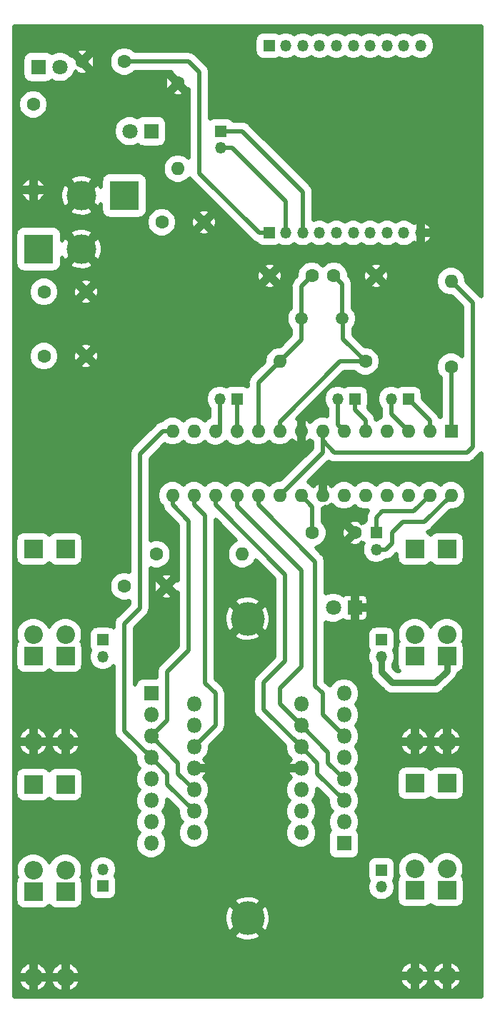
<source format=gbr>
G04 #@! TF.GenerationSoftware,KiCad,Pcbnew,(5.1.5)-3*
G04 #@! TF.CreationDate,2020-02-27T17:39:30-08:00*
G04 #@! TF.ProjectId,MobileCloud,4d6f6269-6c65-4436-9c6f-75642e6b6963,C*
G04 #@! TF.SameCoordinates,Original*
G04 #@! TF.FileFunction,Copper,L2,Bot*
G04 #@! TF.FilePolarity,Positive*
%FSLAX46Y46*%
G04 Gerber Fmt 4.6, Leading zero omitted, Abs format (unit mm)*
G04 Created by KiCad (PCBNEW (5.1.5)-3) date 2020-02-27 17:39:30*
%MOMM*%
%LPD*%
G04 APERTURE LIST*
%ADD10R,2.200000X2.200000*%
%ADD11O,2.200000X2.200000*%
%ADD12R,1.600000X1.600000*%
%ADD13O,1.600000X1.600000*%
%ADD14C,1.600000*%
%ADD15O,1.800000X1.800000*%
%ADD16R,1.800000X1.800000*%
%ADD17O,1.350000X1.350000*%
%ADD18R,1.350000X1.350000*%
%ADD19R,3.500120X3.500120*%
%ADD20C,3.500120*%
%ADD21C,1.500000*%
%ADD22C,4.000000*%
%ADD23C,1.800000*%
%ADD24C,0.508000*%
%ADD25C,0.762000*%
G04 APERTURE END LIST*
D10*
X98552000Y-76835000D03*
D11*
X98552000Y-86995000D03*
D12*
X99060000Y-62865000D03*
D13*
X66040000Y-70485000D03*
X96520000Y-62865000D03*
X68580000Y-70485000D03*
X93980000Y-62865000D03*
X71120000Y-70485000D03*
X91440000Y-62865000D03*
X73660000Y-70485000D03*
X88900000Y-62865000D03*
X76200000Y-70485000D03*
X86360000Y-62865000D03*
X78740000Y-70485000D03*
X83820000Y-62865000D03*
X81280000Y-70485000D03*
X81280000Y-62865000D03*
X83820000Y-70485000D03*
X78740000Y-62865000D03*
X86360000Y-70485000D03*
X76200000Y-62865000D03*
X88900000Y-70485000D03*
X73660000Y-62865000D03*
X91440000Y-70485000D03*
X71120000Y-62865000D03*
X93980000Y-70485000D03*
X68580000Y-62865000D03*
X96520000Y-70485000D03*
X66040000Y-62865000D03*
X99060000Y-70485000D03*
D14*
X50800000Y-46355000D03*
X55800000Y-46355000D03*
X55800000Y-53975000D03*
X50800000Y-53975000D03*
X65325000Y-81280000D03*
X60325000Y-81280000D03*
X69770000Y-38100000D03*
X64770000Y-38100000D03*
X60325000Y-19050000D03*
X55325000Y-19050000D03*
X77550000Y-44450000D03*
X82550000Y-44450000D03*
X85170000Y-44450000D03*
X90170000Y-44450000D03*
X82630000Y-74930000D03*
X87630000Y-74930000D03*
D10*
X49530000Y-104775000D03*
D11*
X49530000Y-114935000D03*
X49530000Y-127635000D03*
D10*
X49530000Y-117475000D03*
D11*
X53340000Y-114935000D03*
D10*
X53340000Y-104775000D03*
X53340000Y-117475000D03*
D11*
X53340000Y-127635000D03*
X94742000Y-114808000D03*
D10*
X94742000Y-104648000D03*
X94742000Y-117348000D03*
D11*
X94742000Y-127508000D03*
D10*
X94742000Y-76835000D03*
D11*
X94742000Y-86995000D03*
D10*
X94742000Y-89535000D03*
D11*
X94742000Y-99695000D03*
X98552000Y-114808000D03*
D10*
X98552000Y-104648000D03*
D11*
X98552000Y-127508000D03*
D10*
X98552000Y-117348000D03*
D11*
X98552000Y-99695000D03*
D10*
X98552000Y-89535000D03*
D14*
X99060000Y-55245000D03*
D13*
X99060000Y-45085000D03*
X78740000Y-54610000D03*
D14*
X88900000Y-54610000D03*
D15*
X63500000Y-111760000D03*
X68580000Y-110490000D03*
X63500000Y-109220000D03*
X68580000Y-107950000D03*
X63500000Y-106680000D03*
X68580000Y-105410000D03*
X63500000Y-104140000D03*
X68580000Y-102870000D03*
X63500000Y-101600000D03*
X68580000Y-100330000D03*
X63500000Y-99060000D03*
X68580000Y-97790000D03*
X63500000Y-96520000D03*
X68580000Y-95250000D03*
D16*
X63500000Y-93980000D03*
X86360000Y-111760000D03*
D15*
X81280000Y-110490000D03*
X86360000Y-109220000D03*
X81280000Y-107950000D03*
X86360000Y-106680000D03*
X81280000Y-105410000D03*
X86360000Y-104140000D03*
X81280000Y-102870000D03*
X86360000Y-101600000D03*
X81280000Y-100330000D03*
X86360000Y-99060000D03*
X81280000Y-97790000D03*
X86360000Y-96520000D03*
X81280000Y-95250000D03*
X86360000Y-93980000D03*
D11*
X49530000Y-86995000D03*
D10*
X49530000Y-76835000D03*
X49530000Y-89535000D03*
D11*
X49530000Y-99695000D03*
X53340000Y-86995000D03*
D10*
X53340000Y-76835000D03*
X53340000Y-89535000D03*
D11*
X53340000Y-99695000D03*
D17*
X71755000Y-29305000D03*
D18*
X71755000Y-27305000D03*
D17*
X57785000Y-89630000D03*
D18*
X57785000Y-87630000D03*
X57785000Y-116840000D03*
D17*
X57785000Y-114840000D03*
D18*
X90805000Y-114935000D03*
D17*
X90805000Y-116935000D03*
X90805000Y-89630000D03*
D18*
X90805000Y-87630000D03*
D19*
X60325000Y-34925000D03*
D20*
X55245000Y-34925000D03*
D18*
X93980000Y-59055000D03*
D17*
X91980000Y-59055000D03*
X85630000Y-59055000D03*
D18*
X87630000Y-59055000D03*
X73660000Y-59055000D03*
D17*
X71660000Y-59055000D03*
D21*
X81280000Y-49530000D03*
X86160000Y-49530000D03*
D17*
X95470000Y-39370000D03*
X93470000Y-39370000D03*
X91470000Y-39370000D03*
X89470000Y-39370000D03*
X87470000Y-39370000D03*
X85470000Y-39370000D03*
X83470000Y-39370000D03*
X81470000Y-39370000D03*
X79470000Y-39370000D03*
D18*
X77470000Y-39370000D03*
X77470000Y-17145000D03*
D17*
X79470000Y-17145000D03*
X81470000Y-17145000D03*
X83470000Y-17145000D03*
X85470000Y-17145000D03*
X87470000Y-17145000D03*
X89470000Y-17145000D03*
X91470000Y-17145000D03*
X93470000Y-17145000D03*
X95470000Y-17145000D03*
D18*
X90170000Y-74930000D03*
D17*
X90170000Y-76930000D03*
D22*
X74930000Y-120650000D03*
X74930000Y-85120000D03*
D23*
X85090000Y-83820000D03*
D16*
X87630000Y-83820000D03*
X63500000Y-27305000D03*
D23*
X60960000Y-27305000D03*
D16*
X50165000Y-19685000D03*
D23*
X52705000Y-19685000D03*
D14*
X64135000Y-77470000D03*
D13*
X74295000Y-77470000D03*
X66675000Y-31750000D03*
D14*
X66675000Y-21590000D03*
X49530000Y-24130000D03*
D13*
X49530000Y-34290000D03*
D19*
X50165000Y-41275000D03*
D20*
X55245000Y-41275000D03*
D24*
X83820000Y-63996370D02*
X85228630Y-65405000D01*
X83820000Y-62865000D02*
X83820000Y-63996370D01*
X85228630Y-65405000D02*
X100965000Y-65405000D01*
X100965000Y-65405000D02*
X101600000Y-64770000D01*
X101600000Y-47625000D02*
X99060000Y-45085000D01*
X101600000Y-64770000D02*
X101600000Y-47625000D01*
X83820000Y-65405000D02*
X78740000Y-70485000D01*
X83820000Y-62865000D02*
X83820000Y-65405000D01*
X60325000Y-19050000D02*
X67945000Y-19050000D01*
X67945000Y-19050000D02*
X69215000Y-20320000D01*
X76287000Y-39370000D02*
X77470000Y-39370000D01*
X69215000Y-32298000D02*
X76287000Y-39370000D01*
X69215000Y-20320000D02*
X69215000Y-32298000D01*
X81353000Y-51997000D02*
X78740000Y-54610000D01*
X81353000Y-49276000D02*
X81353000Y-51997000D01*
X81280000Y-45720000D02*
X82550000Y-44450000D01*
X81280000Y-49530000D02*
X81280000Y-45720000D01*
X76200000Y-57150000D02*
X78740000Y-54610000D01*
X76200000Y-62865000D02*
X76200000Y-57150000D01*
X86233000Y-51943000D02*
X88900000Y-54610000D01*
X86233000Y-49276000D02*
X86233000Y-51943000D01*
X86160000Y-45440000D02*
X85170000Y-44450000D01*
X86160000Y-49530000D02*
X86160000Y-45440000D01*
X87768630Y-54610000D02*
X88900000Y-54610000D01*
X85863630Y-54610000D02*
X87768630Y-54610000D01*
X78740000Y-61733630D02*
X85863630Y-54610000D01*
X78740000Y-62865000D02*
X78740000Y-61733630D01*
X82630000Y-71835000D02*
X82630000Y-74930000D01*
X81280000Y-70485000D02*
X82630000Y-71835000D01*
D25*
X97155000Y-92710000D02*
X98552000Y-91313000D01*
X92075000Y-92710000D02*
X97155000Y-92710000D01*
X90805000Y-89630000D02*
X90805000Y-91440000D01*
X98552000Y-91313000D02*
X98552000Y-89535000D01*
X90805000Y-91440000D02*
X92075000Y-92710000D01*
D24*
X99060000Y-55245000D02*
X99060000Y-62865000D01*
X63500000Y-102235000D02*
X63500000Y-101600000D01*
X63500000Y-101600000D02*
X65405000Y-103505000D01*
X65405000Y-104775000D02*
X68580000Y-107950000D01*
X65405000Y-103505000D02*
X65405000Y-104775000D01*
X60325000Y-98425000D02*
X63500000Y-101600000D01*
X64908630Y-62865000D02*
X62145999Y-65627631D01*
X66040000Y-62865000D02*
X64908630Y-62865000D01*
X62145999Y-65627631D02*
X62145999Y-83904001D01*
X62145999Y-83904001D02*
X60325000Y-85725000D01*
X60325000Y-85725000D02*
X60325000Y-98425000D01*
X68580000Y-71616370D02*
X69850000Y-72886370D01*
X68580000Y-70485000D02*
X68580000Y-71616370D01*
X69850000Y-72886370D02*
X69850000Y-92075000D01*
X69934001Y-92159001D02*
X69934001Y-92794001D01*
X69850000Y-92075000D02*
X69934001Y-92159001D01*
X69934001Y-92794001D02*
X71120000Y-93980000D01*
X71120000Y-97790000D02*
X68580000Y-100330000D01*
X71120000Y-93980000D02*
X71120000Y-97790000D01*
X66675000Y-103505000D02*
X66675000Y-102235000D01*
X66675000Y-102235000D02*
X63500000Y-99060000D01*
X68580000Y-105410000D02*
X66675000Y-103505000D01*
X66040000Y-71616370D02*
X67945000Y-73521370D01*
X66040000Y-70485000D02*
X66040000Y-71616370D01*
X67945000Y-73521370D02*
X67945000Y-88900000D01*
X67945000Y-88900000D02*
X65405000Y-91440000D01*
X65405000Y-91440000D02*
X65405000Y-97155000D01*
X65405000Y-97155000D02*
X63500000Y-99060000D01*
X81280000Y-100330000D02*
X83185000Y-102235000D01*
X83185000Y-103505000D02*
X86360000Y-106680000D01*
X83185000Y-102235000D02*
X83185000Y-103505000D01*
X71120000Y-71616370D02*
X79375000Y-79871370D01*
X71120000Y-70485000D02*
X71120000Y-71616370D01*
X79375000Y-79871370D02*
X79375000Y-90170000D01*
X79375000Y-90170000D02*
X76835000Y-92710000D01*
X76835000Y-95885000D02*
X81280000Y-100330000D01*
X76835000Y-92710000D02*
X76835000Y-95885000D01*
X76200000Y-71616370D02*
X82936815Y-78353185D01*
X76200000Y-70485000D02*
X76200000Y-71616370D01*
X82936815Y-78353185D02*
X82936815Y-93096815D01*
X82936815Y-93096815D02*
X83820000Y-93980000D01*
X83820000Y-96520000D02*
X86360000Y-99060000D01*
X83820000Y-93980000D02*
X83820000Y-96520000D01*
X81280000Y-97790000D02*
X84455000Y-100965000D01*
X84455000Y-102235000D02*
X86360000Y-104140000D01*
X84455000Y-100965000D02*
X84455000Y-102235000D01*
X73660000Y-71755000D02*
X73660000Y-70485000D01*
X78740000Y-95250000D02*
X78740000Y-93345000D01*
X81280000Y-97790000D02*
X78740000Y-95250000D01*
X78740000Y-93345000D02*
X81280000Y-90805000D01*
X81280000Y-90805000D02*
X81280000Y-79375000D01*
X81280000Y-79375000D02*
X73660000Y-71755000D01*
X93980000Y-59055000D02*
X96520000Y-61595000D01*
X96520000Y-61595000D02*
X96520000Y-62865000D01*
X91980000Y-60865000D02*
X93980000Y-62865000D01*
X91980000Y-59055000D02*
X91980000Y-60865000D01*
X79470000Y-35655000D02*
X79470000Y-39370000D01*
X73120000Y-29305000D02*
X79470000Y-35655000D01*
X71755000Y-29305000D02*
X73120000Y-29305000D01*
X81470000Y-34480000D02*
X81470000Y-39370000D01*
X74295000Y-27305000D02*
X81470000Y-34480000D01*
X71755000Y-27305000D02*
X74295000Y-27305000D01*
X85630000Y-62135000D02*
X86360000Y-62865000D01*
X85630000Y-59055000D02*
X85630000Y-62135000D01*
X87630000Y-59055000D02*
X87630000Y-60325000D01*
X88900000Y-61595000D02*
X88900000Y-62865000D01*
X87630000Y-60325000D02*
X88900000Y-61595000D01*
X73660000Y-59690000D02*
X73660000Y-63500000D01*
X71660000Y-62960000D02*
X71120000Y-63500000D01*
X71660000Y-59690000D02*
X71660000Y-62960000D01*
X94615000Y-72390000D02*
X96520000Y-70485000D01*
X90892000Y-72390000D02*
X94615000Y-72390000D01*
X90170000Y-74930000D02*
X90170000Y-73112000D01*
X90170000Y-73112000D02*
X90892000Y-72390000D01*
X90170000Y-76930000D02*
X91345000Y-76930000D01*
X91345000Y-76930000D02*
X92075000Y-76200000D01*
X92075000Y-76200000D02*
X92075000Y-74930000D01*
X92075000Y-74930000D02*
X93345000Y-73660000D01*
X95885000Y-73660000D02*
X99060000Y-70485000D01*
X93345000Y-73660000D02*
X95885000Y-73660000D01*
G36*
X102616000Y-46861088D02*
G01*
X102502370Y-46722630D01*
X102453914Y-46682863D01*
X100876000Y-45104950D01*
X100876000Y-44906140D01*
X100806212Y-44555292D01*
X100669318Y-44224801D01*
X100470579Y-43927367D01*
X100217633Y-43674421D01*
X99920199Y-43475682D01*
X99589708Y-43338788D01*
X99238860Y-43269000D01*
X98881140Y-43269000D01*
X98530292Y-43338788D01*
X98199801Y-43475682D01*
X97902367Y-43674421D01*
X97649421Y-43927367D01*
X97450682Y-44224801D01*
X97313788Y-44555292D01*
X97244000Y-44906140D01*
X97244000Y-45263860D01*
X97313788Y-45614708D01*
X97450682Y-45945199D01*
X97649421Y-46242633D01*
X97902367Y-46495579D01*
X98199801Y-46694318D01*
X98530292Y-46831212D01*
X98881140Y-46901000D01*
X99079950Y-46901000D01*
X100330001Y-48151052D01*
X100330001Y-53946789D01*
X100217633Y-53834421D01*
X99920199Y-53635682D01*
X99589708Y-53498788D01*
X99238860Y-53429000D01*
X98881140Y-53429000D01*
X98530292Y-53498788D01*
X98199801Y-53635682D01*
X97902367Y-53834421D01*
X97649421Y-54087367D01*
X97450682Y-54384801D01*
X97313788Y-54715292D01*
X97244000Y-55066140D01*
X97244000Y-55423860D01*
X97313788Y-55774708D01*
X97450682Y-56105199D01*
X97649421Y-56402633D01*
X97790000Y-56543212D01*
X97790001Y-61164191D01*
X97726721Y-61198015D01*
X97720927Y-61178916D01*
X97699003Y-61106641D01*
X97581075Y-60886012D01*
X97422370Y-60692630D01*
X97373915Y-60652864D01*
X95675915Y-58954865D01*
X95675915Y-58380000D01*
X95656298Y-58180829D01*
X95598202Y-57989313D01*
X95503860Y-57812810D01*
X95376896Y-57658104D01*
X95222190Y-57531140D01*
X95045687Y-57436798D01*
X94854171Y-57378702D01*
X94655000Y-57359085D01*
X93305000Y-57359085D01*
X93105829Y-57378702D01*
X92914313Y-57436798D01*
X92737810Y-57531140D01*
X92731794Y-57536078D01*
X92473246Y-57428984D01*
X92146549Y-57364000D01*
X91813451Y-57364000D01*
X91486754Y-57428984D01*
X91179011Y-57556455D01*
X90902050Y-57741515D01*
X90666515Y-57977050D01*
X90481455Y-58254011D01*
X90353984Y-58561754D01*
X90289000Y-58888451D01*
X90289000Y-59221549D01*
X90353984Y-59548246D01*
X90481455Y-59855989D01*
X90666515Y-60132950D01*
X90710000Y-60176435D01*
X90710000Y-60802627D01*
X90703857Y-60865000D01*
X90710000Y-60927373D01*
X90710000Y-60927380D01*
X90712819Y-60955998D01*
X90728377Y-61113963D01*
X90749984Y-61185190D01*
X90579801Y-61255682D01*
X90282367Y-61454421D01*
X90173063Y-61563725D01*
X90170000Y-61532626D01*
X90170000Y-61532620D01*
X90151623Y-61346037D01*
X90150734Y-61343104D01*
X90100927Y-61178916D01*
X90079003Y-61106641D01*
X89961075Y-60886012D01*
X89802370Y-60692630D01*
X89753915Y-60652864D01*
X89238984Y-60137933D01*
X89248202Y-60120687D01*
X89306298Y-59929171D01*
X89325915Y-59730000D01*
X89325915Y-58380000D01*
X89306298Y-58180829D01*
X89248202Y-57989313D01*
X89153860Y-57812810D01*
X89026896Y-57658104D01*
X88872190Y-57531140D01*
X88695687Y-57436798D01*
X88504171Y-57378702D01*
X88305000Y-57359085D01*
X86955000Y-57359085D01*
X86755829Y-57378702D01*
X86564313Y-57436798D01*
X86387810Y-57531140D01*
X86381794Y-57536078D01*
X86123246Y-57428984D01*
X85796549Y-57364000D01*
X85463451Y-57364000D01*
X85136754Y-57428984D01*
X84829011Y-57556455D01*
X84552050Y-57741515D01*
X84316515Y-57977050D01*
X84131455Y-58254011D01*
X84003984Y-58561754D01*
X83939000Y-58888451D01*
X83939000Y-59221549D01*
X84003984Y-59548246D01*
X84131455Y-59855989D01*
X84316515Y-60132950D01*
X84360000Y-60176435D01*
X84360001Y-61123051D01*
X84349708Y-61118788D01*
X83998860Y-61049000D01*
X83641140Y-61049000D01*
X83290292Y-61118788D01*
X82959801Y-61255682D01*
X82662367Y-61454421D01*
X82409421Y-61707367D01*
X82374087Y-61760248D01*
X82239337Y-61632301D01*
X81980416Y-61468830D01*
X81771971Y-61382499D01*
X81534000Y-61517225D01*
X81534000Y-62611000D01*
X81554000Y-62611000D01*
X81554000Y-63119000D01*
X81534000Y-63119000D01*
X81534000Y-64212775D01*
X81771971Y-64347501D01*
X81980416Y-64261170D01*
X82239337Y-64097699D01*
X82374087Y-63969752D01*
X82409421Y-64022633D01*
X82550001Y-64163213D01*
X82550001Y-64878947D01*
X78759950Y-68669000D01*
X78561140Y-68669000D01*
X78210292Y-68738788D01*
X77879801Y-68875682D01*
X77582367Y-69074421D01*
X77470000Y-69186788D01*
X77357633Y-69074421D01*
X77060199Y-68875682D01*
X76729708Y-68738788D01*
X76378860Y-68669000D01*
X76021140Y-68669000D01*
X75670292Y-68738788D01*
X75339801Y-68875682D01*
X75042367Y-69074421D01*
X74930000Y-69186788D01*
X74817633Y-69074421D01*
X74520199Y-68875682D01*
X74189708Y-68738788D01*
X73838860Y-68669000D01*
X73481140Y-68669000D01*
X73130292Y-68738788D01*
X72799801Y-68875682D01*
X72502367Y-69074421D01*
X72390000Y-69186788D01*
X72277633Y-69074421D01*
X71980199Y-68875682D01*
X71649708Y-68738788D01*
X71298860Y-68669000D01*
X70941140Y-68669000D01*
X70590292Y-68738788D01*
X70259801Y-68875682D01*
X69962367Y-69074421D01*
X69850000Y-69186788D01*
X69737633Y-69074421D01*
X69440199Y-68875682D01*
X69109708Y-68738788D01*
X68758860Y-68669000D01*
X68401140Y-68669000D01*
X68050292Y-68738788D01*
X67719801Y-68875682D01*
X67422367Y-69074421D01*
X67310000Y-69186788D01*
X67197633Y-69074421D01*
X66900199Y-68875682D01*
X66569708Y-68738788D01*
X66218860Y-68669000D01*
X65861140Y-68669000D01*
X65510292Y-68738788D01*
X65179801Y-68875682D01*
X64882367Y-69074421D01*
X64629421Y-69327367D01*
X64430682Y-69624801D01*
X64293788Y-69955292D01*
X64224000Y-70306140D01*
X64224000Y-70663860D01*
X64293788Y-71014708D01*
X64430682Y-71345199D01*
X64629421Y-71642633D01*
X64781413Y-71794625D01*
X64788377Y-71865333D01*
X64860997Y-72104729D01*
X64978925Y-72325358D01*
X65137631Y-72518740D01*
X65186086Y-72558506D01*
X66675000Y-74047422D01*
X66675000Y-80560440D01*
X66463064Y-80501147D01*
X65684210Y-81280000D01*
X66463064Y-82058853D01*
X66675001Y-81999560D01*
X66675001Y-88373948D01*
X64551091Y-90497859D01*
X64502630Y-90537630D01*
X64343925Y-90731013D01*
X64225997Y-90951642D01*
X64153377Y-91191038D01*
X64135000Y-91377621D01*
X64135000Y-91377627D01*
X64128857Y-91440000D01*
X64135000Y-91502373D01*
X64135000Y-92059085D01*
X62600000Y-92059085D01*
X62400829Y-92078702D01*
X62209313Y-92136798D01*
X62032810Y-92231140D01*
X61878104Y-92358104D01*
X61751140Y-92512810D01*
X61656798Y-92689313D01*
X61598702Y-92880829D01*
X61595000Y-92918415D01*
X61595000Y-86251050D01*
X62999913Y-84846138D01*
X63048369Y-84806371D01*
X63207074Y-84612989D01*
X63325002Y-84392360D01*
X63397622Y-84152964D01*
X63415999Y-83966381D01*
X63415999Y-83966375D01*
X63422142Y-83904002D01*
X63415999Y-83841629D01*
X63415999Y-82418064D01*
X64546147Y-82418064D01*
X64620088Y-82682358D01*
X64907219Y-82792933D01*
X65210406Y-82845368D01*
X65517996Y-82837647D01*
X65818169Y-82770065D01*
X66029912Y-82682358D01*
X66103853Y-82418064D01*
X65325000Y-81639210D01*
X64546147Y-82418064D01*
X63415999Y-82418064D01*
X63415999Y-81165406D01*
X63759632Y-81165406D01*
X63767353Y-81472996D01*
X63834935Y-81773169D01*
X63922642Y-81984912D01*
X64186936Y-82058853D01*
X64965790Y-81280000D01*
X64186936Y-80501147D01*
X63922642Y-80575088D01*
X63812067Y-80862219D01*
X63759632Y-81165406D01*
X63415999Y-81165406D01*
X63415999Y-80141936D01*
X64546147Y-80141936D01*
X65325000Y-80920790D01*
X66103853Y-80141936D01*
X66029912Y-79877642D01*
X65742781Y-79767067D01*
X65439594Y-79714632D01*
X65132004Y-79722353D01*
X64831831Y-79789935D01*
X64620088Y-79877642D01*
X64546147Y-80141936D01*
X63415999Y-80141936D01*
X63415999Y-79137804D01*
X63605292Y-79216212D01*
X63956140Y-79286000D01*
X64313860Y-79286000D01*
X64664708Y-79216212D01*
X64995199Y-79079318D01*
X65292633Y-78880579D01*
X65545579Y-78627633D01*
X65744318Y-78330199D01*
X65881212Y-77999708D01*
X65951000Y-77648860D01*
X65951000Y-77291140D01*
X65881212Y-76940292D01*
X65744318Y-76609801D01*
X65545579Y-76312367D01*
X65292633Y-76059421D01*
X64995199Y-75860682D01*
X64664708Y-75723788D01*
X64313860Y-75654000D01*
X63956140Y-75654000D01*
X63605292Y-75723788D01*
X63415999Y-75802196D01*
X63415999Y-66153681D01*
X65129184Y-64440497D01*
X65179801Y-64474318D01*
X65510292Y-64611212D01*
X65861140Y-64681000D01*
X66218860Y-64681000D01*
X66569708Y-64611212D01*
X66900199Y-64474318D01*
X67197633Y-64275579D01*
X67310000Y-64163212D01*
X67422367Y-64275579D01*
X67719801Y-64474318D01*
X68050292Y-64611212D01*
X68401140Y-64681000D01*
X68758860Y-64681000D01*
X69109708Y-64611212D01*
X69440199Y-64474318D01*
X69737633Y-64275579D01*
X69850000Y-64163212D01*
X69962367Y-64275579D01*
X70259801Y-64474318D01*
X70351666Y-64512370D01*
X70411013Y-64561074D01*
X70631641Y-64679002D01*
X70871037Y-64751623D01*
X71120000Y-64776143D01*
X71368963Y-64751623D01*
X71608359Y-64679002D01*
X71828987Y-64561074D01*
X71888333Y-64512370D01*
X71980199Y-64474318D01*
X72277633Y-64275579D01*
X72390000Y-64163212D01*
X72502367Y-64275579D01*
X72799801Y-64474318D01*
X72891665Y-64512370D01*
X72951013Y-64561075D01*
X73171642Y-64679003D01*
X73411038Y-64751623D01*
X73660000Y-64776144D01*
X73908963Y-64751623D01*
X74148359Y-64679003D01*
X74368988Y-64561075D01*
X74428337Y-64512369D01*
X74520199Y-64474318D01*
X74817633Y-64275579D01*
X74930000Y-64163212D01*
X75042367Y-64275579D01*
X75339801Y-64474318D01*
X75670292Y-64611212D01*
X76021140Y-64681000D01*
X76378860Y-64681000D01*
X76729708Y-64611212D01*
X77060199Y-64474318D01*
X77357633Y-64275579D01*
X77470000Y-64163212D01*
X77582367Y-64275579D01*
X77879801Y-64474318D01*
X78210292Y-64611212D01*
X78561140Y-64681000D01*
X78918860Y-64681000D01*
X79269708Y-64611212D01*
X79600199Y-64474318D01*
X79897633Y-64275579D01*
X80150579Y-64022633D01*
X80185913Y-63969752D01*
X80320663Y-64097699D01*
X80579584Y-64261170D01*
X80788029Y-64347501D01*
X81026000Y-64212775D01*
X81026000Y-63119000D01*
X81006000Y-63119000D01*
X81006000Y-62611000D01*
X81026000Y-62611000D01*
X81026000Y-61517225D01*
X80851339Y-61418341D01*
X86389681Y-55880000D01*
X87601788Y-55880000D01*
X87742367Y-56020579D01*
X88039801Y-56219318D01*
X88370292Y-56356212D01*
X88721140Y-56426000D01*
X89078860Y-56426000D01*
X89429708Y-56356212D01*
X89760199Y-56219318D01*
X90057633Y-56020579D01*
X90310579Y-55767633D01*
X90509318Y-55470199D01*
X90646212Y-55139708D01*
X90716000Y-54788860D01*
X90716000Y-54431140D01*
X90646212Y-54080292D01*
X90509318Y-53749801D01*
X90310579Y-53452367D01*
X90057633Y-53199421D01*
X89760199Y-53000682D01*
X89429708Y-52863788D01*
X89078860Y-52794000D01*
X88880051Y-52794000D01*
X87503000Y-51416950D01*
X87503000Y-50684501D01*
X87531742Y-50655759D01*
X87725009Y-50366515D01*
X87858134Y-50045123D01*
X87926000Y-49703936D01*
X87926000Y-49356064D01*
X87858134Y-49014877D01*
X87725009Y-48693485D01*
X87531742Y-48404241D01*
X87430000Y-48302499D01*
X87430000Y-45588064D01*
X89391147Y-45588064D01*
X89465088Y-45852358D01*
X89752219Y-45962933D01*
X90055406Y-46015368D01*
X90362996Y-46007647D01*
X90663169Y-45940065D01*
X90874912Y-45852358D01*
X90948853Y-45588064D01*
X90170000Y-44809210D01*
X89391147Y-45588064D01*
X87430000Y-45588064D01*
X87430000Y-45502372D01*
X87436143Y-45439999D01*
X87430000Y-45377626D01*
X87430000Y-45377620D01*
X87414156Y-45216755D01*
X87411623Y-45191036D01*
X87357013Y-45011012D01*
X87339003Y-44951641D01*
X87221075Y-44731012D01*
X87062370Y-44537630D01*
X87013914Y-44497863D01*
X86986000Y-44469949D01*
X86986000Y-44335406D01*
X88604632Y-44335406D01*
X88612353Y-44642996D01*
X88679935Y-44943169D01*
X88767642Y-45154912D01*
X89031936Y-45228853D01*
X89810790Y-44450000D01*
X90529210Y-44450000D01*
X91308064Y-45228853D01*
X91572358Y-45154912D01*
X91682933Y-44867781D01*
X91735368Y-44564594D01*
X91727647Y-44257004D01*
X91660065Y-43956831D01*
X91572358Y-43745088D01*
X91308064Y-43671147D01*
X90529210Y-44450000D01*
X89810790Y-44450000D01*
X89031936Y-43671147D01*
X88767642Y-43745088D01*
X88657067Y-44032219D01*
X88604632Y-44335406D01*
X86986000Y-44335406D01*
X86986000Y-44271140D01*
X86916212Y-43920292D01*
X86779318Y-43589801D01*
X86593655Y-43311936D01*
X89391147Y-43311936D01*
X90170000Y-44090790D01*
X90948853Y-43311936D01*
X90874912Y-43047642D01*
X90587781Y-42937067D01*
X90284594Y-42884632D01*
X89977004Y-42892353D01*
X89676831Y-42959935D01*
X89465088Y-43047642D01*
X89391147Y-43311936D01*
X86593655Y-43311936D01*
X86580579Y-43292367D01*
X86327633Y-43039421D01*
X86030199Y-42840682D01*
X85699708Y-42703788D01*
X85348860Y-42634000D01*
X84991140Y-42634000D01*
X84640292Y-42703788D01*
X84309801Y-42840682D01*
X84012367Y-43039421D01*
X83860000Y-43191788D01*
X83707633Y-43039421D01*
X83410199Y-42840682D01*
X83079708Y-42703788D01*
X82728860Y-42634000D01*
X82371140Y-42634000D01*
X82020292Y-42703788D01*
X81689801Y-42840682D01*
X81392367Y-43039421D01*
X81139421Y-43292367D01*
X80940682Y-43589801D01*
X80803788Y-43920292D01*
X80734000Y-44271140D01*
X80734000Y-44469950D01*
X80426086Y-44777864D01*
X80377631Y-44817630D01*
X80218926Y-45011012D01*
X80179379Y-45085000D01*
X80100998Y-45231641D01*
X80028377Y-45471037D01*
X80003857Y-45720000D01*
X80010001Y-45782383D01*
X80010000Y-48302499D01*
X79908258Y-48404241D01*
X79714991Y-48693485D01*
X79581866Y-49014877D01*
X79514000Y-49356064D01*
X79514000Y-49703936D01*
X79581866Y-50045123D01*
X79714991Y-50366515D01*
X79908258Y-50655759D01*
X80083001Y-50830502D01*
X80083001Y-51470948D01*
X78759950Y-52794000D01*
X78561140Y-52794000D01*
X78210292Y-52863788D01*
X77879801Y-53000682D01*
X77582367Y-53199421D01*
X77329421Y-53452367D01*
X77130682Y-53749801D01*
X76993788Y-54080292D01*
X76924000Y-54431140D01*
X76924000Y-54629949D01*
X75346086Y-56207864D01*
X75297631Y-56247630D01*
X75138926Y-56441012D01*
X75024238Y-56655579D01*
X75020998Y-56661641D01*
X74948377Y-56901037D01*
X74923857Y-57150000D01*
X74930001Y-57212383D01*
X74930001Y-57553964D01*
X74902190Y-57531140D01*
X74725687Y-57436798D01*
X74534171Y-57378702D01*
X74335000Y-57359085D01*
X72985000Y-57359085D01*
X72785829Y-57378702D01*
X72594313Y-57436798D01*
X72417810Y-57531140D01*
X72411794Y-57536078D01*
X72153246Y-57428984D01*
X71826549Y-57364000D01*
X71493451Y-57364000D01*
X71166754Y-57428984D01*
X70859011Y-57556455D01*
X70582050Y-57741515D01*
X70346515Y-57977050D01*
X70161455Y-58254011D01*
X70033984Y-58561754D01*
X69969000Y-58888451D01*
X69969000Y-59221549D01*
X70033984Y-59548246D01*
X70161455Y-59855989D01*
X70346515Y-60132950D01*
X70390000Y-60176435D01*
X70390000Y-61201752D01*
X70259801Y-61255682D01*
X69962367Y-61454421D01*
X69850000Y-61566788D01*
X69737633Y-61454421D01*
X69440199Y-61255682D01*
X69109708Y-61118788D01*
X68758860Y-61049000D01*
X68401140Y-61049000D01*
X68050292Y-61118788D01*
X67719801Y-61255682D01*
X67422367Y-61454421D01*
X67310000Y-61566788D01*
X67197633Y-61454421D01*
X66900199Y-61255682D01*
X66569708Y-61118788D01*
X66218860Y-61049000D01*
X65861140Y-61049000D01*
X65510292Y-61118788D01*
X65179801Y-61255682D01*
X64882367Y-61454421D01*
X64730375Y-61606413D01*
X64685385Y-61610844D01*
X64659666Y-61613377D01*
X64597283Y-61632301D01*
X64420271Y-61685997D01*
X64199642Y-61803925D01*
X64006260Y-61962630D01*
X63966496Y-62011083D01*
X61292090Y-64685490D01*
X61243629Y-64725261D01*
X61084924Y-64918644D01*
X60966996Y-65139273D01*
X60894376Y-65378669D01*
X60875999Y-65565252D01*
X60875999Y-65565258D01*
X60869856Y-65627631D01*
X60875999Y-65690004D01*
X60876000Y-79542607D01*
X60854708Y-79533788D01*
X60503860Y-79464000D01*
X60146140Y-79464000D01*
X59795292Y-79533788D01*
X59464801Y-79670682D01*
X59167367Y-79869421D01*
X58914421Y-80122367D01*
X58715682Y-80419801D01*
X58578788Y-80750292D01*
X58509000Y-81101140D01*
X58509000Y-81458860D01*
X58578788Y-81809708D01*
X58715682Y-82140199D01*
X58914421Y-82437633D01*
X59167367Y-82690579D01*
X59464801Y-82889318D01*
X59795292Y-83026212D01*
X60146140Y-83096000D01*
X60503860Y-83096000D01*
X60854708Y-83026212D01*
X60876000Y-83017393D01*
X60876000Y-83377949D01*
X59471091Y-84782859D01*
X59422630Y-84822630D01*
X59263925Y-85016013D01*
X59145997Y-85236642D01*
X59095406Y-85403417D01*
X59073377Y-85476037D01*
X59072790Y-85482000D01*
X59055000Y-85662621D01*
X59055000Y-85662627D01*
X59048857Y-85725000D01*
X59055000Y-85787373D01*
X59055000Y-86128963D01*
X59027190Y-86106140D01*
X58850687Y-86011798D01*
X58659171Y-85953702D01*
X58460000Y-85934085D01*
X57110000Y-85934085D01*
X56910829Y-85953702D01*
X56719313Y-86011798D01*
X56542810Y-86106140D01*
X56388104Y-86233104D01*
X56261140Y-86387810D01*
X56166798Y-86564313D01*
X56108702Y-86755829D01*
X56089085Y-86955000D01*
X56089085Y-88305000D01*
X56108702Y-88504171D01*
X56166798Y-88695687D01*
X56261140Y-88872190D01*
X56266078Y-88878206D01*
X56158984Y-89136754D01*
X56094000Y-89463451D01*
X56094000Y-89796549D01*
X56158984Y-90123246D01*
X56286455Y-90430989D01*
X56471515Y-90707950D01*
X56707050Y-90943485D01*
X56984011Y-91128545D01*
X57291754Y-91256016D01*
X57618451Y-91321000D01*
X57951549Y-91321000D01*
X58278246Y-91256016D01*
X58585989Y-91128545D01*
X58862950Y-90943485D01*
X59055000Y-90751435D01*
X59055001Y-98362617D01*
X59048857Y-98425000D01*
X59073377Y-98673963D01*
X59145998Y-98913359D01*
X59263926Y-99133988D01*
X59422631Y-99327370D01*
X59471086Y-99367137D01*
X61584000Y-101480051D01*
X61584000Y-101788710D01*
X61657631Y-102158877D01*
X61802063Y-102507566D01*
X62011745Y-102821379D01*
X62060366Y-102870000D01*
X62011745Y-102918621D01*
X61802063Y-103232434D01*
X61657631Y-103581123D01*
X61584000Y-103951290D01*
X61584000Y-104328710D01*
X61657631Y-104698877D01*
X61802063Y-105047566D01*
X62011745Y-105361379D01*
X62060366Y-105410000D01*
X62011745Y-105458621D01*
X61802063Y-105772434D01*
X61657631Y-106121123D01*
X61584000Y-106491290D01*
X61584000Y-106868710D01*
X61657631Y-107238877D01*
X61802063Y-107587566D01*
X62011745Y-107901379D01*
X62060366Y-107950000D01*
X62011745Y-107998621D01*
X61802063Y-108312434D01*
X61657631Y-108661123D01*
X61584000Y-109031290D01*
X61584000Y-109408710D01*
X61657631Y-109778877D01*
X61802063Y-110127566D01*
X62011745Y-110441379D01*
X62060366Y-110490000D01*
X62011745Y-110538621D01*
X61802063Y-110852434D01*
X61657631Y-111201123D01*
X61584000Y-111571290D01*
X61584000Y-111948710D01*
X61657631Y-112318877D01*
X61802063Y-112667566D01*
X62011745Y-112981379D01*
X62278621Y-113248255D01*
X62592434Y-113457937D01*
X62941123Y-113602369D01*
X63311290Y-113676000D01*
X63688710Y-113676000D01*
X64058877Y-113602369D01*
X64407566Y-113457937D01*
X64721379Y-113248255D01*
X64988255Y-112981379D01*
X65197937Y-112667566D01*
X65342369Y-112318877D01*
X65416000Y-111948710D01*
X65416000Y-111571290D01*
X65342369Y-111201123D01*
X65197937Y-110852434D01*
X64988255Y-110538621D01*
X64939634Y-110490000D01*
X64988255Y-110441379D01*
X65197937Y-110127566D01*
X65342369Y-109778877D01*
X65416000Y-109408710D01*
X65416000Y-109031290D01*
X65342369Y-108661123D01*
X65197937Y-108312434D01*
X64988255Y-107998621D01*
X64939634Y-107950000D01*
X64988255Y-107901379D01*
X65197937Y-107587566D01*
X65342369Y-107238877D01*
X65416000Y-106868710D01*
X65416000Y-106582050D01*
X66664000Y-107830051D01*
X66664000Y-108138710D01*
X66737631Y-108508877D01*
X66882063Y-108857566D01*
X67091745Y-109171379D01*
X67140366Y-109220000D01*
X67091745Y-109268621D01*
X66882063Y-109582434D01*
X66737631Y-109931123D01*
X66664000Y-110301290D01*
X66664000Y-110678710D01*
X66737631Y-111048877D01*
X66882063Y-111397566D01*
X67091745Y-111711379D01*
X67358621Y-111978255D01*
X67672434Y-112187937D01*
X68021123Y-112332369D01*
X68391290Y-112406000D01*
X68768710Y-112406000D01*
X69138877Y-112332369D01*
X69487566Y-112187937D01*
X69801379Y-111978255D01*
X70068255Y-111711379D01*
X70277937Y-111397566D01*
X70422369Y-111048877D01*
X70496000Y-110678710D01*
X70496000Y-110301290D01*
X70422369Y-109931123D01*
X70277937Y-109582434D01*
X70068255Y-109268621D01*
X70019634Y-109220000D01*
X70068255Y-109171379D01*
X70277937Y-108857566D01*
X70422369Y-108508877D01*
X70496000Y-108138710D01*
X70496000Y-107761290D01*
X70422369Y-107391123D01*
X70277937Y-107042434D01*
X70068255Y-106728621D01*
X70019634Y-106680000D01*
X70068255Y-106631379D01*
X70277937Y-106317566D01*
X70422369Y-105968877D01*
X70496000Y-105598710D01*
X70496000Y-105221290D01*
X70422369Y-104851123D01*
X70277937Y-104502434D01*
X70068255Y-104188621D01*
X69835881Y-103956247D01*
X69847735Y-103944767D01*
X70033052Y-103676793D01*
X70162529Y-103377814D01*
X70031985Y-103124000D01*
X68834000Y-103124000D01*
X68834000Y-103144000D01*
X68326000Y-103144000D01*
X68326000Y-103124000D01*
X68306000Y-103124000D01*
X68306000Y-102616000D01*
X68326000Y-102616000D01*
X68326000Y-102596000D01*
X68834000Y-102596000D01*
X68834000Y-102616000D01*
X70031985Y-102616000D01*
X70162529Y-102362186D01*
X70033052Y-102063207D01*
X69847735Y-101795233D01*
X69835881Y-101783753D01*
X70068255Y-101551379D01*
X70277937Y-101237566D01*
X70422369Y-100888877D01*
X70496000Y-100518710D01*
X70496000Y-100210050D01*
X71973914Y-98732137D01*
X72022370Y-98692370D01*
X72181075Y-98498988D01*
X72299003Y-98278359D01*
X72349594Y-98111584D01*
X72371623Y-98038964D01*
X72374582Y-98008917D01*
X72390000Y-97852380D01*
X72390000Y-97852374D01*
X72396143Y-97790001D01*
X72390000Y-97727628D01*
X72390000Y-94042373D01*
X72396143Y-93980000D01*
X72390000Y-93917627D01*
X72390000Y-93917620D01*
X72371623Y-93731037D01*
X72299003Y-93491641D01*
X72181075Y-93271012D01*
X72070335Y-93136075D01*
X72062135Y-93126083D01*
X72062132Y-93126080D01*
X72022370Y-93077630D01*
X71973920Y-93037868D01*
X71204001Y-92267950D01*
X71204001Y-92221373D01*
X71210144Y-92159000D01*
X71204001Y-92096628D01*
X71204001Y-92096621D01*
X71185624Y-91910038D01*
X71120000Y-91693705D01*
X71120000Y-87118534D01*
X73290676Y-87118534D01*
X73511018Y-87505191D01*
X74003611Y-87736190D01*
X74531805Y-87866651D01*
X75075301Y-87891559D01*
X75613213Y-87809958D01*
X76124870Y-87624983D01*
X76348982Y-87505191D01*
X76569324Y-87118534D01*
X74930000Y-85479210D01*
X73290676Y-87118534D01*
X71120000Y-87118534D01*
X71120000Y-85265301D01*
X72158441Y-85265301D01*
X72240042Y-85803213D01*
X72425017Y-86314870D01*
X72544809Y-86538982D01*
X72931466Y-86759324D01*
X74570790Y-85120000D01*
X75289210Y-85120000D01*
X76928534Y-86759324D01*
X77315191Y-86538982D01*
X77546190Y-86046389D01*
X77676651Y-85518195D01*
X77701559Y-84974699D01*
X77619958Y-84436787D01*
X77434983Y-83925130D01*
X77315191Y-83701018D01*
X76928534Y-83480676D01*
X75289210Y-85120000D01*
X74570790Y-85120000D01*
X72931466Y-83480676D01*
X72544809Y-83701018D01*
X72313810Y-84193611D01*
X72183349Y-84721805D01*
X72158441Y-85265301D01*
X71120000Y-85265301D01*
X71120000Y-83121466D01*
X73290676Y-83121466D01*
X74930000Y-84760790D01*
X76569324Y-83121466D01*
X76348982Y-82734809D01*
X75856389Y-82503810D01*
X75328195Y-82373349D01*
X74784699Y-82348441D01*
X74246787Y-82430042D01*
X73735130Y-82615017D01*
X73511018Y-82734809D01*
X73290676Y-83121466D01*
X71120000Y-83121466D01*
X71120000Y-73412420D01*
X73529172Y-75821592D01*
X73434801Y-75860682D01*
X73137367Y-76059421D01*
X72884421Y-76312367D01*
X72685682Y-76609801D01*
X72548788Y-76940292D01*
X72479000Y-77291140D01*
X72479000Y-77648860D01*
X72548788Y-77999708D01*
X72685682Y-78330199D01*
X72884421Y-78627633D01*
X73137367Y-78880579D01*
X73434801Y-79079318D01*
X73765292Y-79216212D01*
X74116140Y-79286000D01*
X74473860Y-79286000D01*
X74824708Y-79216212D01*
X75155199Y-79079318D01*
X75452633Y-78880579D01*
X75705579Y-78627633D01*
X75904318Y-78330199D01*
X75943408Y-78235828D01*
X78105000Y-80397421D01*
X78105001Y-89643948D01*
X75981091Y-91767859D01*
X75932630Y-91807630D01*
X75773925Y-92001013D01*
X75655997Y-92221642D01*
X75583377Y-92461038D01*
X75565000Y-92647621D01*
X75565000Y-92647627D01*
X75558857Y-92710000D01*
X75565000Y-92772373D01*
X75565001Y-95822617D01*
X75558857Y-95885000D01*
X75583377Y-96133963D01*
X75655998Y-96373359D01*
X75773926Y-96593988D01*
X75932631Y-96787370D01*
X75981087Y-96827137D01*
X79364000Y-100210051D01*
X79364000Y-100518710D01*
X79437631Y-100888877D01*
X79582063Y-101237566D01*
X79791745Y-101551379D01*
X80024119Y-101783753D01*
X80012265Y-101795233D01*
X79826948Y-102063207D01*
X79697471Y-102362186D01*
X79828015Y-102616000D01*
X81026000Y-102616000D01*
X81026000Y-102596000D01*
X81534000Y-102596000D01*
X81534000Y-102616000D01*
X81554000Y-102616000D01*
X81554000Y-103124000D01*
X81534000Y-103124000D01*
X81534000Y-103144000D01*
X81026000Y-103144000D01*
X81026000Y-103124000D01*
X79828015Y-103124000D01*
X79697471Y-103377814D01*
X79826948Y-103676793D01*
X80012265Y-103944767D01*
X80024119Y-103956247D01*
X79791745Y-104188621D01*
X79582063Y-104502434D01*
X79437631Y-104851123D01*
X79364000Y-105221290D01*
X79364000Y-105598710D01*
X79437631Y-105968877D01*
X79582063Y-106317566D01*
X79791745Y-106631379D01*
X79840366Y-106680000D01*
X79791745Y-106728621D01*
X79582063Y-107042434D01*
X79437631Y-107391123D01*
X79364000Y-107761290D01*
X79364000Y-108138710D01*
X79437631Y-108508877D01*
X79582063Y-108857566D01*
X79791745Y-109171379D01*
X79840366Y-109220000D01*
X79791745Y-109268621D01*
X79582063Y-109582434D01*
X79437631Y-109931123D01*
X79364000Y-110301290D01*
X79364000Y-110678710D01*
X79437631Y-111048877D01*
X79582063Y-111397566D01*
X79791745Y-111711379D01*
X80058621Y-111978255D01*
X80372434Y-112187937D01*
X80721123Y-112332369D01*
X81091290Y-112406000D01*
X81468710Y-112406000D01*
X81838877Y-112332369D01*
X82187566Y-112187937D01*
X82501379Y-111978255D01*
X82768255Y-111711379D01*
X82977937Y-111397566D01*
X83122369Y-111048877D01*
X83196000Y-110678710D01*
X83196000Y-110301290D01*
X83122369Y-109931123D01*
X82977937Y-109582434D01*
X82768255Y-109268621D01*
X82719634Y-109220000D01*
X82768255Y-109171379D01*
X82977937Y-108857566D01*
X83122369Y-108508877D01*
X83196000Y-108138710D01*
X83196000Y-107761290D01*
X83122369Y-107391123D01*
X82977937Y-107042434D01*
X82768255Y-106728621D01*
X82719634Y-106680000D01*
X82768255Y-106631379D01*
X82977937Y-106317566D01*
X83122369Y-105968877D01*
X83196000Y-105598710D01*
X83196000Y-105312050D01*
X84444000Y-106560051D01*
X84444000Y-106868710D01*
X84517631Y-107238877D01*
X84662063Y-107587566D01*
X84871745Y-107901379D01*
X84920366Y-107950000D01*
X84871745Y-107998621D01*
X84662063Y-108312434D01*
X84517631Y-108661123D01*
X84444000Y-109031290D01*
X84444000Y-109408710D01*
X84517631Y-109778877D01*
X84662063Y-110127566D01*
X84700070Y-110184448D01*
X84611140Y-110292810D01*
X84516798Y-110469313D01*
X84458702Y-110660829D01*
X84439085Y-110860000D01*
X84439085Y-112660000D01*
X84458702Y-112859171D01*
X84516798Y-113050687D01*
X84611140Y-113227190D01*
X84738104Y-113381896D01*
X84892810Y-113508860D01*
X85069313Y-113603202D01*
X85260829Y-113661298D01*
X85460000Y-113680915D01*
X87260000Y-113680915D01*
X87459171Y-113661298D01*
X87650687Y-113603202D01*
X87827190Y-113508860D01*
X87981896Y-113381896D01*
X88108860Y-113227190D01*
X88203202Y-113050687D01*
X88261298Y-112859171D01*
X88280915Y-112660000D01*
X88280915Y-110860000D01*
X88261298Y-110660829D01*
X88203202Y-110469313D01*
X88108860Y-110292810D01*
X88019930Y-110184448D01*
X88057937Y-110127566D01*
X88202369Y-109778877D01*
X88276000Y-109408710D01*
X88276000Y-109031290D01*
X88202369Y-108661123D01*
X88057937Y-108312434D01*
X87848255Y-107998621D01*
X87799634Y-107950000D01*
X87848255Y-107901379D01*
X88057937Y-107587566D01*
X88202369Y-107238877D01*
X88276000Y-106868710D01*
X88276000Y-106491290D01*
X88202369Y-106121123D01*
X88057937Y-105772434D01*
X87848255Y-105458621D01*
X87799634Y-105410000D01*
X87848255Y-105361379D01*
X88057937Y-105047566D01*
X88202369Y-104698877D01*
X88276000Y-104328710D01*
X88276000Y-103951290D01*
X88202369Y-103581123D01*
X88188649Y-103548000D01*
X92621085Y-103548000D01*
X92621085Y-105748000D01*
X92640702Y-105947171D01*
X92698798Y-106138687D01*
X92793140Y-106315190D01*
X92920104Y-106469896D01*
X93074810Y-106596860D01*
X93251313Y-106691202D01*
X93442829Y-106749298D01*
X93642000Y-106768915D01*
X95842000Y-106768915D01*
X96041171Y-106749298D01*
X96232687Y-106691202D01*
X96409190Y-106596860D01*
X96563896Y-106469896D01*
X96647000Y-106368634D01*
X96730104Y-106469896D01*
X96884810Y-106596860D01*
X97061313Y-106691202D01*
X97252829Y-106749298D01*
X97452000Y-106768915D01*
X99652000Y-106768915D01*
X99851171Y-106749298D01*
X100042687Y-106691202D01*
X100219190Y-106596860D01*
X100373896Y-106469896D01*
X100500860Y-106315190D01*
X100595202Y-106138687D01*
X100653298Y-105947171D01*
X100672915Y-105748000D01*
X100672915Y-103548000D01*
X100653298Y-103348829D01*
X100595202Y-103157313D01*
X100500860Y-102980810D01*
X100373896Y-102826104D01*
X100219190Y-102699140D01*
X100042687Y-102604798D01*
X99851171Y-102546702D01*
X99652000Y-102527085D01*
X97452000Y-102527085D01*
X97252829Y-102546702D01*
X97061313Y-102604798D01*
X96884810Y-102699140D01*
X96730104Y-102826104D01*
X96647000Y-102927366D01*
X96563896Y-102826104D01*
X96409190Y-102699140D01*
X96232687Y-102604798D01*
X96041171Y-102546702D01*
X95842000Y-102527085D01*
X93642000Y-102527085D01*
X93442829Y-102546702D01*
X93251313Y-102604798D01*
X93074810Y-102699140D01*
X92920104Y-102826104D01*
X92793140Y-102980810D01*
X92698798Y-103157313D01*
X92640702Y-103348829D01*
X92621085Y-103548000D01*
X88188649Y-103548000D01*
X88057937Y-103232434D01*
X87848255Y-102918621D01*
X87799634Y-102870000D01*
X87848255Y-102821379D01*
X88057937Y-102507566D01*
X88202369Y-102158877D01*
X88276000Y-101788710D01*
X88276000Y-101411290D01*
X88202369Y-101041123D01*
X88057937Y-100692434D01*
X87848255Y-100378621D01*
X87799634Y-100330000D01*
X87848255Y-100281379D01*
X87879623Y-100234432D01*
X92959842Y-100234432D01*
X93099324Y-100571749D01*
X93301933Y-100875373D01*
X93559883Y-101133636D01*
X93863261Y-101336613D01*
X94200409Y-101476503D01*
X94202569Y-101477150D01*
X94488000Y-101347088D01*
X94488000Y-99949000D01*
X94996000Y-99949000D01*
X94996000Y-101347088D01*
X95281431Y-101477150D01*
X95283591Y-101476503D01*
X95620739Y-101336613D01*
X95924117Y-101133636D01*
X96182067Y-100875373D01*
X96384676Y-100571749D01*
X96524158Y-100234432D01*
X96769842Y-100234432D01*
X96909324Y-100571749D01*
X97111933Y-100875373D01*
X97369883Y-101133636D01*
X97673261Y-101336613D01*
X98010409Y-101476503D01*
X98012569Y-101477150D01*
X98298000Y-101347088D01*
X98298000Y-99949000D01*
X98806000Y-99949000D01*
X98806000Y-101347088D01*
X99091431Y-101477150D01*
X99093591Y-101476503D01*
X99430739Y-101336613D01*
X99734117Y-101133636D01*
X99992067Y-100875373D01*
X100194676Y-100571749D01*
X100334158Y-100234432D01*
X100206102Y-99949000D01*
X98806000Y-99949000D01*
X98298000Y-99949000D01*
X96897898Y-99949000D01*
X96769842Y-100234432D01*
X96524158Y-100234432D01*
X96396102Y-99949000D01*
X94996000Y-99949000D01*
X94488000Y-99949000D01*
X93087898Y-99949000D01*
X92959842Y-100234432D01*
X87879623Y-100234432D01*
X88057937Y-99967566D01*
X88202369Y-99618877D01*
X88276000Y-99248710D01*
X88276000Y-99155568D01*
X92959842Y-99155568D01*
X93087898Y-99441000D01*
X94488000Y-99441000D01*
X94488000Y-98042912D01*
X94996000Y-98042912D01*
X94996000Y-99441000D01*
X96396102Y-99441000D01*
X96524158Y-99155568D01*
X96769842Y-99155568D01*
X96897898Y-99441000D01*
X98298000Y-99441000D01*
X98298000Y-98042912D01*
X98806000Y-98042912D01*
X98806000Y-99441000D01*
X100206102Y-99441000D01*
X100334158Y-99155568D01*
X100194676Y-98818251D01*
X99992067Y-98514627D01*
X99734117Y-98256364D01*
X99430739Y-98053387D01*
X99093591Y-97913497D01*
X99091431Y-97912850D01*
X98806000Y-98042912D01*
X98298000Y-98042912D01*
X98012569Y-97912850D01*
X98010409Y-97913497D01*
X97673261Y-98053387D01*
X97369883Y-98256364D01*
X97111933Y-98514627D01*
X96909324Y-98818251D01*
X96769842Y-99155568D01*
X96524158Y-99155568D01*
X96384676Y-98818251D01*
X96182067Y-98514627D01*
X95924117Y-98256364D01*
X95620739Y-98053387D01*
X95283591Y-97913497D01*
X95281431Y-97912850D01*
X94996000Y-98042912D01*
X94488000Y-98042912D01*
X94202569Y-97912850D01*
X94200409Y-97913497D01*
X93863261Y-98053387D01*
X93559883Y-98256364D01*
X93301933Y-98514627D01*
X93099324Y-98818251D01*
X92959842Y-99155568D01*
X88276000Y-99155568D01*
X88276000Y-98871290D01*
X88202369Y-98501123D01*
X88057937Y-98152434D01*
X87848255Y-97838621D01*
X87799634Y-97790000D01*
X87848255Y-97741379D01*
X88057937Y-97427566D01*
X88202369Y-97078877D01*
X88276000Y-96708710D01*
X88276000Y-96331290D01*
X88202369Y-95961123D01*
X88057937Y-95612434D01*
X87848255Y-95298621D01*
X87799634Y-95250000D01*
X87848255Y-95201379D01*
X88057937Y-94887566D01*
X88202369Y-94538877D01*
X88276000Y-94168710D01*
X88276000Y-93791290D01*
X88202369Y-93421123D01*
X88057937Y-93072434D01*
X87848255Y-92758621D01*
X87581379Y-92491745D01*
X87267566Y-92282063D01*
X86918877Y-92137631D01*
X86548710Y-92064000D01*
X86171290Y-92064000D01*
X85801123Y-92137631D01*
X85452434Y-92282063D01*
X85138621Y-92491745D01*
X84871745Y-92758621D01*
X84681179Y-93043825D01*
X84673915Y-93037864D01*
X84206815Y-92570765D01*
X84206815Y-86955000D01*
X89109085Y-86955000D01*
X89109085Y-88305000D01*
X89128702Y-88504171D01*
X89186798Y-88695687D01*
X89281140Y-88872190D01*
X89286078Y-88878206D01*
X89178984Y-89136754D01*
X89114000Y-89463451D01*
X89114000Y-89796549D01*
X89178984Y-90123246D01*
X89306455Y-90430989D01*
X89408000Y-90582961D01*
X89408000Y-91371375D01*
X89401241Y-91440000D01*
X89428214Y-91713859D01*
X89493283Y-91928359D01*
X89508097Y-91977195D01*
X89637818Y-92219887D01*
X89812393Y-92432608D01*
X89865704Y-92476359D01*
X91038645Y-93649301D01*
X91082392Y-93702608D01*
X91295113Y-93877183D01*
X91537805Y-94006904D01*
X91801140Y-94086786D01*
X92074999Y-94113759D01*
X92143624Y-94107000D01*
X97086375Y-94107000D01*
X97155000Y-94113759D01*
X97223625Y-94107000D01*
X97428860Y-94086786D01*
X97692195Y-94006904D01*
X97934887Y-93877183D01*
X98147608Y-93702608D01*
X98191363Y-93649292D01*
X99491306Y-92349351D01*
X99544607Y-92305608D01*
X99605722Y-92231140D01*
X99653596Y-92172805D01*
X99719183Y-92092887D01*
X99848904Y-91850195D01*
X99920135Y-91615378D01*
X100042687Y-91578202D01*
X100219190Y-91483860D01*
X100373896Y-91356896D01*
X100500860Y-91202190D01*
X100595202Y-91025687D01*
X100653298Y-90834171D01*
X100672915Y-90635000D01*
X100672915Y-88435000D01*
X100653298Y-88235829D01*
X100595202Y-88044313D01*
X100500860Y-87867810D01*
X100487537Y-87851575D01*
X100586683Y-87612214D01*
X100668000Y-87203408D01*
X100668000Y-86786592D01*
X100586683Y-86377786D01*
X100427175Y-85992698D01*
X100195604Y-85646129D01*
X99900871Y-85351396D01*
X99554302Y-85119825D01*
X99169214Y-84960317D01*
X98760408Y-84879000D01*
X98343592Y-84879000D01*
X97934786Y-84960317D01*
X97549698Y-85119825D01*
X97203129Y-85351396D01*
X96908396Y-85646129D01*
X96676825Y-85992698D01*
X96647000Y-86064702D01*
X96617175Y-85992698D01*
X96385604Y-85646129D01*
X96090871Y-85351396D01*
X95744302Y-85119825D01*
X95359214Y-84960317D01*
X94950408Y-84879000D01*
X94533592Y-84879000D01*
X94124786Y-84960317D01*
X93739698Y-85119825D01*
X93393129Y-85351396D01*
X93098396Y-85646129D01*
X92866825Y-85992698D01*
X92707317Y-86377786D01*
X92626000Y-86786592D01*
X92626000Y-87203408D01*
X92707317Y-87612214D01*
X92806463Y-87851575D01*
X92793140Y-87867810D01*
X92698798Y-88044313D01*
X92640702Y-88235829D01*
X92621085Y-88435000D01*
X92621085Y-90635000D01*
X92640702Y-90834171D01*
X92698798Y-91025687D01*
X92793140Y-91202190D01*
X92884079Y-91313000D01*
X92653656Y-91313000D01*
X92202000Y-90861344D01*
X92202000Y-90582961D01*
X92303545Y-90430989D01*
X92431016Y-90123246D01*
X92496000Y-89796549D01*
X92496000Y-89463451D01*
X92431016Y-89136754D01*
X92323922Y-88878206D01*
X92328860Y-88872190D01*
X92423202Y-88695687D01*
X92481298Y-88504171D01*
X92500915Y-88305000D01*
X92500915Y-86955000D01*
X92481298Y-86755829D01*
X92423202Y-86564313D01*
X92328860Y-86387810D01*
X92201896Y-86233104D01*
X92047190Y-86106140D01*
X91870687Y-86011798D01*
X91679171Y-85953702D01*
X91480000Y-85934085D01*
X90130000Y-85934085D01*
X89930829Y-85953702D01*
X89739313Y-86011798D01*
X89562810Y-86106140D01*
X89408104Y-86233104D01*
X89281140Y-86387810D01*
X89186798Y-86564313D01*
X89128702Y-86755829D01*
X89109085Y-86955000D01*
X84206815Y-86955000D01*
X84206815Y-85528036D01*
X84531123Y-85662369D01*
X84901290Y-85736000D01*
X85278710Y-85736000D01*
X85648877Y-85662369D01*
X85997566Y-85517937D01*
X86275145Y-85332466D01*
X86304607Y-85356645D01*
X86436984Y-85427403D01*
X86580622Y-85470975D01*
X86730000Y-85485687D01*
X87185500Y-85482000D01*
X87376000Y-85291500D01*
X87376000Y-84074000D01*
X87884000Y-84074000D01*
X87884000Y-85291500D01*
X88074500Y-85482000D01*
X88530000Y-85485687D01*
X88679378Y-85470975D01*
X88823016Y-85427403D01*
X88955393Y-85356645D01*
X89071422Y-85261422D01*
X89166645Y-85145393D01*
X89237403Y-85013016D01*
X89280975Y-84869378D01*
X89295687Y-84720000D01*
X89292000Y-84264500D01*
X89101500Y-84074000D01*
X87884000Y-84074000D01*
X87376000Y-84074000D01*
X87356000Y-84074000D01*
X87356000Y-83566000D01*
X87376000Y-83566000D01*
X87376000Y-82348500D01*
X87884000Y-82348500D01*
X87884000Y-83566000D01*
X89101500Y-83566000D01*
X89292000Y-83375500D01*
X89295687Y-82920000D01*
X89280975Y-82770622D01*
X89237403Y-82626984D01*
X89166645Y-82494607D01*
X89071422Y-82378578D01*
X88955393Y-82283355D01*
X88823016Y-82212597D01*
X88679378Y-82169025D01*
X88530000Y-82154313D01*
X88074500Y-82158000D01*
X87884000Y-82348500D01*
X87376000Y-82348500D01*
X87185500Y-82158000D01*
X86730000Y-82154313D01*
X86580622Y-82169025D01*
X86436984Y-82212597D01*
X86304607Y-82283355D01*
X86275145Y-82307534D01*
X85997566Y-82122063D01*
X85648877Y-81977631D01*
X85278710Y-81904000D01*
X84901290Y-81904000D01*
X84531123Y-81977631D01*
X84206815Y-82111964D01*
X84206815Y-78415557D01*
X84212958Y-78353184D01*
X84206815Y-78290811D01*
X84206815Y-78290805D01*
X84188438Y-78104222D01*
X84186811Y-78098856D01*
X84137105Y-77935000D01*
X84115818Y-77864826D01*
X83997890Y-77644197D01*
X83839185Y-77450815D01*
X83790730Y-77411049D01*
X83073117Y-76693436D01*
X83159708Y-76676212D01*
X83490199Y-76539318D01*
X83787633Y-76340579D01*
X84040579Y-76087633D01*
X84239318Y-75790199D01*
X84376212Y-75459708D01*
X84446000Y-75108860D01*
X84446000Y-74815406D01*
X86064632Y-74815406D01*
X86072353Y-75122996D01*
X86139935Y-75423169D01*
X86227642Y-75634912D01*
X86491936Y-75708853D01*
X87270790Y-74930000D01*
X86491936Y-74151147D01*
X86227642Y-74225088D01*
X86117067Y-74512219D01*
X86064632Y-74815406D01*
X84446000Y-74815406D01*
X84446000Y-74751140D01*
X84376212Y-74400292D01*
X84239318Y-74069801D01*
X84040579Y-73772367D01*
X83900000Y-73631788D01*
X83900000Y-72047000D01*
X84074002Y-72047000D01*
X84074002Y-71832776D01*
X84311971Y-71967501D01*
X84520416Y-71881170D01*
X84779337Y-71717699D01*
X84914087Y-71589752D01*
X84949421Y-71642633D01*
X85202367Y-71895579D01*
X85499801Y-72094318D01*
X85830292Y-72231212D01*
X86181140Y-72301000D01*
X86538860Y-72301000D01*
X86889708Y-72231212D01*
X87220199Y-72094318D01*
X87517633Y-71895579D01*
X87630000Y-71783212D01*
X87742367Y-71895579D01*
X88039801Y-72094318D01*
X88370292Y-72231212D01*
X88721140Y-72301000D01*
X89078860Y-72301000D01*
X89214844Y-72273951D01*
X89108926Y-72403012D01*
X89033574Y-72543987D01*
X88990998Y-72623641D01*
X88918377Y-72863037D01*
X88907659Y-72971862D01*
X88900000Y-73049620D01*
X88900000Y-73049627D01*
X88893857Y-73112000D01*
X88900000Y-73174373D01*
X88900000Y-73428963D01*
X88773104Y-73533104D01*
X88646140Y-73687810D01*
X88632076Y-73714123D01*
X88559370Y-73641417D01*
X88408853Y-73791934D01*
X88334912Y-73527642D01*
X88047781Y-73417067D01*
X87744594Y-73364632D01*
X87437004Y-73372353D01*
X87136831Y-73439935D01*
X86925088Y-73527642D01*
X86851147Y-73791936D01*
X87630000Y-74570790D01*
X87644142Y-74556647D01*
X88003353Y-74915858D01*
X87989210Y-74930000D01*
X88003353Y-74944142D01*
X87644142Y-75303353D01*
X87630000Y-75289210D01*
X86851147Y-76068064D01*
X86925088Y-76332358D01*
X87212219Y-76442933D01*
X87515406Y-76495368D01*
X87822996Y-76487647D01*
X88123169Y-76420065D01*
X88334912Y-76332358D01*
X88408853Y-76068066D01*
X88559370Y-76218583D01*
X88632076Y-76145877D01*
X88646140Y-76172190D01*
X88651078Y-76178206D01*
X88543984Y-76436754D01*
X88479000Y-76763451D01*
X88479000Y-77096549D01*
X88543984Y-77423246D01*
X88671455Y-77730989D01*
X88856515Y-78007950D01*
X89092050Y-78243485D01*
X89369011Y-78428545D01*
X89676754Y-78556016D01*
X90003451Y-78621000D01*
X90336549Y-78621000D01*
X90663246Y-78556016D01*
X90970989Y-78428545D01*
X91247950Y-78243485D01*
X91290645Y-78200790D01*
X91345000Y-78206143D01*
X91407373Y-78200000D01*
X91407380Y-78200000D01*
X91593963Y-78181623D01*
X91833359Y-78109003D01*
X92053988Y-77991075D01*
X92247370Y-77832370D01*
X92287141Y-77783909D01*
X92621085Y-77449966D01*
X92621085Y-77935000D01*
X92640702Y-78134171D01*
X92698798Y-78325687D01*
X92793140Y-78502190D01*
X92920104Y-78656896D01*
X93074810Y-78783860D01*
X93251313Y-78878202D01*
X93442829Y-78936298D01*
X93642000Y-78955915D01*
X95842000Y-78955915D01*
X96041171Y-78936298D01*
X96232687Y-78878202D01*
X96409190Y-78783860D01*
X96563896Y-78656896D01*
X96647000Y-78555634D01*
X96730104Y-78656896D01*
X96884810Y-78783860D01*
X97061313Y-78878202D01*
X97252829Y-78936298D01*
X97452000Y-78955915D01*
X99652000Y-78955915D01*
X99851171Y-78936298D01*
X100042687Y-78878202D01*
X100219190Y-78783860D01*
X100373896Y-78656896D01*
X100500860Y-78502190D01*
X100595202Y-78325687D01*
X100653298Y-78134171D01*
X100672915Y-77935000D01*
X100672915Y-75735000D01*
X100653298Y-75535829D01*
X100595202Y-75344313D01*
X100500860Y-75167810D01*
X100373896Y-75013104D01*
X100219190Y-74886140D01*
X100042687Y-74791798D01*
X99851171Y-74733702D01*
X99652000Y-74714085D01*
X97452000Y-74714085D01*
X97252829Y-74733702D01*
X97061313Y-74791798D01*
X96884810Y-74886140D01*
X96730104Y-75013104D01*
X96647000Y-75114366D01*
X96563896Y-75013104D01*
X96409190Y-74886140D01*
X96339958Y-74849135D01*
X96373359Y-74839003D01*
X96593988Y-74721075D01*
X96787370Y-74562370D01*
X96827141Y-74513909D01*
X99040051Y-72301000D01*
X99238860Y-72301000D01*
X99589708Y-72231212D01*
X99920199Y-72094318D01*
X100217633Y-71895579D01*
X100470579Y-71642633D01*
X100669318Y-71345199D01*
X100806212Y-71014708D01*
X100876000Y-70663860D01*
X100876000Y-70306140D01*
X100806212Y-69955292D01*
X100669318Y-69624801D01*
X100470579Y-69327367D01*
X100217633Y-69074421D01*
X99920199Y-68875682D01*
X99589708Y-68738788D01*
X99238860Y-68669000D01*
X98881140Y-68669000D01*
X98530292Y-68738788D01*
X98199801Y-68875682D01*
X97902367Y-69074421D01*
X97790000Y-69186788D01*
X97677633Y-69074421D01*
X97380199Y-68875682D01*
X97049708Y-68738788D01*
X96698860Y-68669000D01*
X96341140Y-68669000D01*
X95990292Y-68738788D01*
X95659801Y-68875682D01*
X95362367Y-69074421D01*
X95250000Y-69186788D01*
X95137633Y-69074421D01*
X94840199Y-68875682D01*
X94509708Y-68738788D01*
X94158860Y-68669000D01*
X93801140Y-68669000D01*
X93450292Y-68738788D01*
X93119801Y-68875682D01*
X92822367Y-69074421D01*
X92710000Y-69186788D01*
X92597633Y-69074421D01*
X92300199Y-68875682D01*
X91969708Y-68738788D01*
X91618860Y-68669000D01*
X91261140Y-68669000D01*
X90910292Y-68738788D01*
X90579801Y-68875682D01*
X90282367Y-69074421D01*
X90170000Y-69186788D01*
X90057633Y-69074421D01*
X89760199Y-68875682D01*
X89429708Y-68738788D01*
X89078860Y-68669000D01*
X88721140Y-68669000D01*
X88370292Y-68738788D01*
X88039801Y-68875682D01*
X87742367Y-69074421D01*
X87630000Y-69186788D01*
X87517633Y-69074421D01*
X87220199Y-68875682D01*
X86889708Y-68738788D01*
X86538860Y-68669000D01*
X86181140Y-68669000D01*
X85830292Y-68738788D01*
X85499801Y-68875682D01*
X85202367Y-69074421D01*
X84949421Y-69327367D01*
X84914087Y-69380248D01*
X84779337Y-69252301D01*
X84520416Y-69088830D01*
X84311971Y-69002499D01*
X84074000Y-69137225D01*
X84074000Y-70231000D01*
X84094000Y-70231000D01*
X84094000Y-70739000D01*
X84074000Y-70739000D01*
X84074000Y-70759000D01*
X83566000Y-70759000D01*
X83566000Y-70739000D01*
X83546000Y-70739000D01*
X83546000Y-70231000D01*
X83566000Y-70231000D01*
X83566000Y-69137225D01*
X83328029Y-69002499D01*
X83119584Y-69088830D01*
X82860663Y-69252301D01*
X82725913Y-69380248D01*
X82690579Y-69327367D01*
X82437633Y-69074421D01*
X82143298Y-68877753D01*
X84542669Y-66478383D01*
X84740269Y-66584002D01*
X84740271Y-66584003D01*
X84979667Y-66656623D01*
X85228630Y-66681144D01*
X85291010Y-66675000D01*
X100902627Y-66675000D01*
X100965000Y-66681143D01*
X101027373Y-66675000D01*
X101027380Y-66675000D01*
X101213963Y-66656623D01*
X101453359Y-66584003D01*
X101673988Y-66466075D01*
X101867370Y-66307370D01*
X101907141Y-66258909D01*
X102453915Y-65712136D01*
X102502370Y-65672370D01*
X102616000Y-65533912D01*
X102616000Y-129921000D01*
X47244000Y-129921000D01*
X47244000Y-128174432D01*
X47747842Y-128174432D01*
X47887324Y-128511749D01*
X48089933Y-128815373D01*
X48347883Y-129073636D01*
X48651261Y-129276613D01*
X48988409Y-129416503D01*
X48990569Y-129417150D01*
X49276000Y-129287088D01*
X49276000Y-127889000D01*
X49784000Y-127889000D01*
X49784000Y-129287088D01*
X50069431Y-129417150D01*
X50071591Y-129416503D01*
X50408739Y-129276613D01*
X50712117Y-129073636D01*
X50970067Y-128815373D01*
X51172676Y-128511749D01*
X51312158Y-128174432D01*
X51557842Y-128174432D01*
X51697324Y-128511749D01*
X51899933Y-128815373D01*
X52157883Y-129073636D01*
X52461261Y-129276613D01*
X52798409Y-129416503D01*
X52800569Y-129417150D01*
X53086000Y-129287088D01*
X53086000Y-127889000D01*
X53594000Y-127889000D01*
X53594000Y-129287088D01*
X53879431Y-129417150D01*
X53881591Y-129416503D01*
X54218739Y-129276613D01*
X54522117Y-129073636D01*
X54780067Y-128815373D01*
X54982676Y-128511749D01*
X55122158Y-128174432D01*
X55065181Y-128047432D01*
X92959842Y-128047432D01*
X93099324Y-128384749D01*
X93301933Y-128688373D01*
X93559883Y-128946636D01*
X93863261Y-129149613D01*
X94200409Y-129289503D01*
X94202569Y-129290150D01*
X94488000Y-129160088D01*
X94488000Y-127762000D01*
X94996000Y-127762000D01*
X94996000Y-129160088D01*
X95281431Y-129290150D01*
X95283591Y-129289503D01*
X95620739Y-129149613D01*
X95924117Y-128946636D01*
X96182067Y-128688373D01*
X96384676Y-128384749D01*
X96524158Y-128047432D01*
X96769842Y-128047432D01*
X96909324Y-128384749D01*
X97111933Y-128688373D01*
X97369883Y-128946636D01*
X97673261Y-129149613D01*
X98010409Y-129289503D01*
X98012569Y-129290150D01*
X98298000Y-129160088D01*
X98298000Y-127762000D01*
X98806000Y-127762000D01*
X98806000Y-129160088D01*
X99091431Y-129290150D01*
X99093591Y-129289503D01*
X99430739Y-129149613D01*
X99734117Y-128946636D01*
X99992067Y-128688373D01*
X100194676Y-128384749D01*
X100334158Y-128047432D01*
X100206102Y-127762000D01*
X98806000Y-127762000D01*
X98298000Y-127762000D01*
X96897898Y-127762000D01*
X96769842Y-128047432D01*
X96524158Y-128047432D01*
X96396102Y-127762000D01*
X94996000Y-127762000D01*
X94488000Y-127762000D01*
X93087898Y-127762000D01*
X92959842Y-128047432D01*
X55065181Y-128047432D01*
X54994102Y-127889000D01*
X53594000Y-127889000D01*
X53086000Y-127889000D01*
X51685898Y-127889000D01*
X51557842Y-128174432D01*
X51312158Y-128174432D01*
X51184102Y-127889000D01*
X49784000Y-127889000D01*
X49276000Y-127889000D01*
X47875898Y-127889000D01*
X47747842Y-128174432D01*
X47244000Y-128174432D01*
X47244000Y-127095568D01*
X47747842Y-127095568D01*
X47875898Y-127381000D01*
X49276000Y-127381000D01*
X49276000Y-125982912D01*
X49784000Y-125982912D01*
X49784000Y-127381000D01*
X51184102Y-127381000D01*
X51312158Y-127095568D01*
X51557842Y-127095568D01*
X51685898Y-127381000D01*
X53086000Y-127381000D01*
X53086000Y-125982912D01*
X53594000Y-125982912D01*
X53594000Y-127381000D01*
X54994102Y-127381000D01*
X55122158Y-127095568D01*
X55069643Y-126968568D01*
X92959842Y-126968568D01*
X93087898Y-127254000D01*
X94488000Y-127254000D01*
X94488000Y-125855912D01*
X94996000Y-125855912D01*
X94996000Y-127254000D01*
X96396102Y-127254000D01*
X96524158Y-126968568D01*
X96769842Y-126968568D01*
X96897898Y-127254000D01*
X98298000Y-127254000D01*
X98298000Y-125855912D01*
X98806000Y-125855912D01*
X98806000Y-127254000D01*
X100206102Y-127254000D01*
X100334158Y-126968568D01*
X100194676Y-126631251D01*
X99992067Y-126327627D01*
X99734117Y-126069364D01*
X99430739Y-125866387D01*
X99093591Y-125726497D01*
X99091431Y-125725850D01*
X98806000Y-125855912D01*
X98298000Y-125855912D01*
X98012569Y-125725850D01*
X98010409Y-125726497D01*
X97673261Y-125866387D01*
X97369883Y-126069364D01*
X97111933Y-126327627D01*
X96909324Y-126631251D01*
X96769842Y-126968568D01*
X96524158Y-126968568D01*
X96384676Y-126631251D01*
X96182067Y-126327627D01*
X95924117Y-126069364D01*
X95620739Y-125866387D01*
X95283591Y-125726497D01*
X95281431Y-125725850D01*
X94996000Y-125855912D01*
X94488000Y-125855912D01*
X94202569Y-125725850D01*
X94200409Y-125726497D01*
X93863261Y-125866387D01*
X93559883Y-126069364D01*
X93301933Y-126327627D01*
X93099324Y-126631251D01*
X92959842Y-126968568D01*
X55069643Y-126968568D01*
X54982676Y-126758251D01*
X54780067Y-126454627D01*
X54522117Y-126196364D01*
X54218739Y-125993387D01*
X53881591Y-125853497D01*
X53879431Y-125852850D01*
X53594000Y-125982912D01*
X53086000Y-125982912D01*
X52800569Y-125852850D01*
X52798409Y-125853497D01*
X52461261Y-125993387D01*
X52157883Y-126196364D01*
X51899933Y-126454627D01*
X51697324Y-126758251D01*
X51557842Y-127095568D01*
X51312158Y-127095568D01*
X51172676Y-126758251D01*
X50970067Y-126454627D01*
X50712117Y-126196364D01*
X50408739Y-125993387D01*
X50071591Y-125853497D01*
X50069431Y-125852850D01*
X49784000Y-125982912D01*
X49276000Y-125982912D01*
X48990569Y-125852850D01*
X48988409Y-125853497D01*
X48651261Y-125993387D01*
X48347883Y-126196364D01*
X48089933Y-126454627D01*
X47887324Y-126758251D01*
X47747842Y-127095568D01*
X47244000Y-127095568D01*
X47244000Y-122648534D01*
X73290676Y-122648534D01*
X73511018Y-123035191D01*
X74003611Y-123266190D01*
X74531805Y-123396651D01*
X75075301Y-123421559D01*
X75613213Y-123339958D01*
X76124870Y-123154983D01*
X76348982Y-123035191D01*
X76569324Y-122648534D01*
X74930000Y-121009210D01*
X73290676Y-122648534D01*
X47244000Y-122648534D01*
X47244000Y-120795301D01*
X72158441Y-120795301D01*
X72240042Y-121333213D01*
X72425017Y-121844870D01*
X72544809Y-122068982D01*
X72931466Y-122289324D01*
X74570790Y-120650000D01*
X75289210Y-120650000D01*
X76928534Y-122289324D01*
X77315191Y-122068982D01*
X77546190Y-121576389D01*
X77676651Y-121048195D01*
X77701559Y-120504699D01*
X77619958Y-119966787D01*
X77434983Y-119455130D01*
X77315191Y-119231018D01*
X76928534Y-119010676D01*
X75289210Y-120650000D01*
X74570790Y-120650000D01*
X72931466Y-119010676D01*
X72544809Y-119231018D01*
X72313810Y-119723611D01*
X72183349Y-120251805D01*
X72158441Y-120795301D01*
X47244000Y-120795301D01*
X47244000Y-116375000D01*
X47409085Y-116375000D01*
X47409085Y-118575000D01*
X47428702Y-118774171D01*
X47486798Y-118965687D01*
X47581140Y-119142190D01*
X47708104Y-119296896D01*
X47862810Y-119423860D01*
X48039313Y-119518202D01*
X48230829Y-119576298D01*
X48430000Y-119595915D01*
X50630000Y-119595915D01*
X50829171Y-119576298D01*
X51020687Y-119518202D01*
X51197190Y-119423860D01*
X51351896Y-119296896D01*
X51435000Y-119195634D01*
X51518104Y-119296896D01*
X51672810Y-119423860D01*
X51849313Y-119518202D01*
X52040829Y-119576298D01*
X52240000Y-119595915D01*
X54440000Y-119595915D01*
X54639171Y-119576298D01*
X54830687Y-119518202D01*
X55007190Y-119423860D01*
X55161896Y-119296896D01*
X55288860Y-119142190D01*
X55383202Y-118965687D01*
X55441298Y-118774171D01*
X55453383Y-118651466D01*
X73290676Y-118651466D01*
X74930000Y-120290790D01*
X76569324Y-118651466D01*
X76348982Y-118264809D01*
X75856389Y-118033810D01*
X75328195Y-117903349D01*
X74784699Y-117878441D01*
X74246787Y-117960042D01*
X73735130Y-118145017D01*
X73511018Y-118264809D01*
X73290676Y-118651466D01*
X55453383Y-118651466D01*
X55460915Y-118575000D01*
X55460915Y-116375000D01*
X55441298Y-116175829D01*
X55438014Y-116165000D01*
X56089085Y-116165000D01*
X56089085Y-117515000D01*
X56108702Y-117714171D01*
X56166798Y-117905687D01*
X56261140Y-118082190D01*
X56388104Y-118236896D01*
X56542810Y-118363860D01*
X56719313Y-118458202D01*
X56910829Y-118516298D01*
X57110000Y-118535915D01*
X58460000Y-118535915D01*
X58659171Y-118516298D01*
X58850687Y-118458202D01*
X59027190Y-118363860D01*
X59181896Y-118236896D01*
X59308860Y-118082190D01*
X59403202Y-117905687D01*
X59461298Y-117714171D01*
X59480915Y-117515000D01*
X59480915Y-116165000D01*
X59461298Y-115965829D01*
X59403202Y-115774313D01*
X59308860Y-115597810D01*
X59303922Y-115591794D01*
X59411016Y-115333246D01*
X59476000Y-115006549D01*
X59476000Y-114673451D01*
X59411016Y-114346754D01*
X59375082Y-114260000D01*
X89109085Y-114260000D01*
X89109085Y-115610000D01*
X89128702Y-115809171D01*
X89186798Y-116000687D01*
X89281140Y-116177190D01*
X89286078Y-116183206D01*
X89178984Y-116441754D01*
X89114000Y-116768451D01*
X89114000Y-117101549D01*
X89178984Y-117428246D01*
X89306455Y-117735989D01*
X89491515Y-118012950D01*
X89727050Y-118248485D01*
X90004011Y-118433545D01*
X90311754Y-118561016D01*
X90638451Y-118626000D01*
X90971549Y-118626000D01*
X91298246Y-118561016D01*
X91605989Y-118433545D01*
X91882950Y-118248485D01*
X92118485Y-118012950D01*
X92303545Y-117735989D01*
X92431016Y-117428246D01*
X92496000Y-117101549D01*
X92496000Y-116768451D01*
X92431016Y-116441754D01*
X92350761Y-116248000D01*
X92621085Y-116248000D01*
X92621085Y-118448000D01*
X92640702Y-118647171D01*
X92698798Y-118838687D01*
X92793140Y-119015190D01*
X92920104Y-119169896D01*
X93074810Y-119296860D01*
X93251313Y-119391202D01*
X93442829Y-119449298D01*
X93642000Y-119468915D01*
X95842000Y-119468915D01*
X96041171Y-119449298D01*
X96232687Y-119391202D01*
X96409190Y-119296860D01*
X96563896Y-119169896D01*
X96647000Y-119068634D01*
X96730104Y-119169896D01*
X96884810Y-119296860D01*
X97061313Y-119391202D01*
X97252829Y-119449298D01*
X97452000Y-119468915D01*
X99652000Y-119468915D01*
X99851171Y-119449298D01*
X100042687Y-119391202D01*
X100219190Y-119296860D01*
X100373896Y-119169896D01*
X100500860Y-119015190D01*
X100595202Y-118838687D01*
X100653298Y-118647171D01*
X100672915Y-118448000D01*
X100672915Y-116248000D01*
X100653298Y-116048829D01*
X100595202Y-115857313D01*
X100500860Y-115680810D01*
X100487537Y-115664575D01*
X100586683Y-115425214D01*
X100668000Y-115016408D01*
X100668000Y-114599592D01*
X100586683Y-114190786D01*
X100427175Y-113805698D01*
X100195604Y-113459129D01*
X99900871Y-113164396D01*
X99554302Y-112932825D01*
X99169214Y-112773317D01*
X98760408Y-112692000D01*
X98343592Y-112692000D01*
X97934786Y-112773317D01*
X97549698Y-112932825D01*
X97203129Y-113164396D01*
X96908396Y-113459129D01*
X96676825Y-113805698D01*
X96647000Y-113877702D01*
X96617175Y-113805698D01*
X96385604Y-113459129D01*
X96090871Y-113164396D01*
X95744302Y-112932825D01*
X95359214Y-112773317D01*
X94950408Y-112692000D01*
X94533592Y-112692000D01*
X94124786Y-112773317D01*
X93739698Y-112932825D01*
X93393129Y-113164396D01*
X93098396Y-113459129D01*
X92866825Y-113805698D01*
X92707317Y-114190786D01*
X92626000Y-114599592D01*
X92626000Y-115016408D01*
X92707317Y-115425214D01*
X92806463Y-115664575D01*
X92793140Y-115680810D01*
X92698798Y-115857313D01*
X92640702Y-116048829D01*
X92621085Y-116248000D01*
X92350761Y-116248000D01*
X92323922Y-116183206D01*
X92328860Y-116177190D01*
X92423202Y-116000687D01*
X92481298Y-115809171D01*
X92500915Y-115610000D01*
X92500915Y-114260000D01*
X92481298Y-114060829D01*
X92423202Y-113869313D01*
X92328860Y-113692810D01*
X92201896Y-113538104D01*
X92047190Y-113411140D01*
X91870687Y-113316798D01*
X91679171Y-113258702D01*
X91480000Y-113239085D01*
X90130000Y-113239085D01*
X89930829Y-113258702D01*
X89739313Y-113316798D01*
X89562810Y-113411140D01*
X89408104Y-113538104D01*
X89281140Y-113692810D01*
X89186798Y-113869313D01*
X89128702Y-114060829D01*
X89109085Y-114260000D01*
X59375082Y-114260000D01*
X59283545Y-114039011D01*
X59098485Y-113762050D01*
X58862950Y-113526515D01*
X58585989Y-113341455D01*
X58278246Y-113213984D01*
X57951549Y-113149000D01*
X57618451Y-113149000D01*
X57291754Y-113213984D01*
X56984011Y-113341455D01*
X56707050Y-113526515D01*
X56471515Y-113762050D01*
X56286455Y-114039011D01*
X56158984Y-114346754D01*
X56094000Y-114673451D01*
X56094000Y-115006549D01*
X56158984Y-115333246D01*
X56266078Y-115591794D01*
X56261140Y-115597810D01*
X56166798Y-115774313D01*
X56108702Y-115965829D01*
X56089085Y-116165000D01*
X55438014Y-116165000D01*
X55383202Y-115984313D01*
X55288860Y-115807810D01*
X55275537Y-115791575D01*
X55374683Y-115552214D01*
X55456000Y-115143408D01*
X55456000Y-114726592D01*
X55374683Y-114317786D01*
X55215175Y-113932698D01*
X54983604Y-113586129D01*
X54688871Y-113291396D01*
X54342302Y-113059825D01*
X53957214Y-112900317D01*
X53548408Y-112819000D01*
X53131592Y-112819000D01*
X52722786Y-112900317D01*
X52337698Y-113059825D01*
X51991129Y-113291396D01*
X51696396Y-113586129D01*
X51464825Y-113932698D01*
X51435000Y-114004702D01*
X51405175Y-113932698D01*
X51173604Y-113586129D01*
X50878871Y-113291396D01*
X50532302Y-113059825D01*
X50147214Y-112900317D01*
X49738408Y-112819000D01*
X49321592Y-112819000D01*
X48912786Y-112900317D01*
X48527698Y-113059825D01*
X48181129Y-113291396D01*
X47886396Y-113586129D01*
X47654825Y-113932698D01*
X47495317Y-114317786D01*
X47414000Y-114726592D01*
X47414000Y-115143408D01*
X47495317Y-115552214D01*
X47594463Y-115791575D01*
X47581140Y-115807810D01*
X47486798Y-115984313D01*
X47428702Y-116175829D01*
X47409085Y-116375000D01*
X47244000Y-116375000D01*
X47244000Y-103675000D01*
X47409085Y-103675000D01*
X47409085Y-105875000D01*
X47428702Y-106074171D01*
X47486798Y-106265687D01*
X47581140Y-106442190D01*
X47708104Y-106596896D01*
X47862810Y-106723860D01*
X48039313Y-106818202D01*
X48230829Y-106876298D01*
X48430000Y-106895915D01*
X50630000Y-106895915D01*
X50829171Y-106876298D01*
X51020687Y-106818202D01*
X51197190Y-106723860D01*
X51351896Y-106596896D01*
X51435000Y-106495634D01*
X51518104Y-106596896D01*
X51672810Y-106723860D01*
X51849313Y-106818202D01*
X52040829Y-106876298D01*
X52240000Y-106895915D01*
X54440000Y-106895915D01*
X54639171Y-106876298D01*
X54830687Y-106818202D01*
X55007190Y-106723860D01*
X55161896Y-106596896D01*
X55288860Y-106442190D01*
X55383202Y-106265687D01*
X55441298Y-106074171D01*
X55460915Y-105875000D01*
X55460915Y-103675000D01*
X55441298Y-103475829D01*
X55383202Y-103284313D01*
X55288860Y-103107810D01*
X55161896Y-102953104D01*
X55007190Y-102826140D01*
X54830687Y-102731798D01*
X54639171Y-102673702D01*
X54440000Y-102654085D01*
X52240000Y-102654085D01*
X52040829Y-102673702D01*
X51849313Y-102731798D01*
X51672810Y-102826140D01*
X51518104Y-102953104D01*
X51435000Y-103054366D01*
X51351896Y-102953104D01*
X51197190Y-102826140D01*
X51020687Y-102731798D01*
X50829171Y-102673702D01*
X50630000Y-102654085D01*
X48430000Y-102654085D01*
X48230829Y-102673702D01*
X48039313Y-102731798D01*
X47862810Y-102826140D01*
X47708104Y-102953104D01*
X47581140Y-103107810D01*
X47486798Y-103284313D01*
X47428702Y-103475829D01*
X47409085Y-103675000D01*
X47244000Y-103675000D01*
X47244000Y-100234432D01*
X47747842Y-100234432D01*
X47887324Y-100571749D01*
X48089933Y-100875373D01*
X48347883Y-101133636D01*
X48651261Y-101336613D01*
X48988409Y-101476503D01*
X48990569Y-101477150D01*
X49276000Y-101347088D01*
X49276000Y-99949000D01*
X49784000Y-99949000D01*
X49784000Y-101347088D01*
X50069431Y-101477150D01*
X50071591Y-101476503D01*
X50408739Y-101336613D01*
X50712117Y-101133636D01*
X50970067Y-100875373D01*
X51172676Y-100571749D01*
X51312158Y-100234432D01*
X51557842Y-100234432D01*
X51697324Y-100571749D01*
X51899933Y-100875373D01*
X52157883Y-101133636D01*
X52461261Y-101336613D01*
X52798409Y-101476503D01*
X52800569Y-101477150D01*
X53086000Y-101347088D01*
X53086000Y-99949000D01*
X53594000Y-99949000D01*
X53594000Y-101347088D01*
X53879431Y-101477150D01*
X53881591Y-101476503D01*
X54218739Y-101336613D01*
X54522117Y-101133636D01*
X54780067Y-100875373D01*
X54982676Y-100571749D01*
X55122158Y-100234432D01*
X54994102Y-99949000D01*
X53594000Y-99949000D01*
X53086000Y-99949000D01*
X51685898Y-99949000D01*
X51557842Y-100234432D01*
X51312158Y-100234432D01*
X51184102Y-99949000D01*
X49784000Y-99949000D01*
X49276000Y-99949000D01*
X47875898Y-99949000D01*
X47747842Y-100234432D01*
X47244000Y-100234432D01*
X47244000Y-99155568D01*
X47747842Y-99155568D01*
X47875898Y-99441000D01*
X49276000Y-99441000D01*
X49276000Y-98042912D01*
X49784000Y-98042912D01*
X49784000Y-99441000D01*
X51184102Y-99441000D01*
X51312158Y-99155568D01*
X51557842Y-99155568D01*
X51685898Y-99441000D01*
X53086000Y-99441000D01*
X53086000Y-98042912D01*
X53594000Y-98042912D01*
X53594000Y-99441000D01*
X54994102Y-99441000D01*
X55122158Y-99155568D01*
X54982676Y-98818251D01*
X54780067Y-98514627D01*
X54522117Y-98256364D01*
X54218739Y-98053387D01*
X53881591Y-97913497D01*
X53879431Y-97912850D01*
X53594000Y-98042912D01*
X53086000Y-98042912D01*
X52800569Y-97912850D01*
X52798409Y-97913497D01*
X52461261Y-98053387D01*
X52157883Y-98256364D01*
X51899933Y-98514627D01*
X51697324Y-98818251D01*
X51557842Y-99155568D01*
X51312158Y-99155568D01*
X51172676Y-98818251D01*
X50970067Y-98514627D01*
X50712117Y-98256364D01*
X50408739Y-98053387D01*
X50071591Y-97913497D01*
X50069431Y-97912850D01*
X49784000Y-98042912D01*
X49276000Y-98042912D01*
X48990569Y-97912850D01*
X48988409Y-97913497D01*
X48651261Y-98053387D01*
X48347883Y-98256364D01*
X48089933Y-98514627D01*
X47887324Y-98818251D01*
X47747842Y-99155568D01*
X47244000Y-99155568D01*
X47244000Y-88435000D01*
X47409085Y-88435000D01*
X47409085Y-90635000D01*
X47428702Y-90834171D01*
X47486798Y-91025687D01*
X47581140Y-91202190D01*
X47708104Y-91356896D01*
X47862810Y-91483860D01*
X48039313Y-91578202D01*
X48230829Y-91636298D01*
X48430000Y-91655915D01*
X50630000Y-91655915D01*
X50829171Y-91636298D01*
X51020687Y-91578202D01*
X51197190Y-91483860D01*
X51351896Y-91356896D01*
X51435000Y-91255634D01*
X51518104Y-91356896D01*
X51672810Y-91483860D01*
X51849313Y-91578202D01*
X52040829Y-91636298D01*
X52240000Y-91655915D01*
X54440000Y-91655915D01*
X54639171Y-91636298D01*
X54830687Y-91578202D01*
X55007190Y-91483860D01*
X55161896Y-91356896D01*
X55288860Y-91202190D01*
X55383202Y-91025687D01*
X55441298Y-90834171D01*
X55460915Y-90635000D01*
X55460915Y-88435000D01*
X55441298Y-88235829D01*
X55383202Y-88044313D01*
X55288860Y-87867810D01*
X55275537Y-87851575D01*
X55374683Y-87612214D01*
X55456000Y-87203408D01*
X55456000Y-86786592D01*
X55374683Y-86377786D01*
X55215175Y-85992698D01*
X54983604Y-85646129D01*
X54688871Y-85351396D01*
X54342302Y-85119825D01*
X53957214Y-84960317D01*
X53548408Y-84879000D01*
X53131592Y-84879000D01*
X52722786Y-84960317D01*
X52337698Y-85119825D01*
X51991129Y-85351396D01*
X51696396Y-85646129D01*
X51464825Y-85992698D01*
X51435000Y-86064702D01*
X51405175Y-85992698D01*
X51173604Y-85646129D01*
X50878871Y-85351396D01*
X50532302Y-85119825D01*
X50147214Y-84960317D01*
X49738408Y-84879000D01*
X49321592Y-84879000D01*
X48912786Y-84960317D01*
X48527698Y-85119825D01*
X48181129Y-85351396D01*
X47886396Y-85646129D01*
X47654825Y-85992698D01*
X47495317Y-86377786D01*
X47414000Y-86786592D01*
X47414000Y-87203408D01*
X47495317Y-87612214D01*
X47594463Y-87851575D01*
X47581140Y-87867810D01*
X47486798Y-88044313D01*
X47428702Y-88235829D01*
X47409085Y-88435000D01*
X47244000Y-88435000D01*
X47244000Y-75735000D01*
X47409085Y-75735000D01*
X47409085Y-77935000D01*
X47428702Y-78134171D01*
X47486798Y-78325687D01*
X47581140Y-78502190D01*
X47708104Y-78656896D01*
X47862810Y-78783860D01*
X48039313Y-78878202D01*
X48230829Y-78936298D01*
X48430000Y-78955915D01*
X50630000Y-78955915D01*
X50829171Y-78936298D01*
X51020687Y-78878202D01*
X51197190Y-78783860D01*
X51351896Y-78656896D01*
X51435000Y-78555634D01*
X51518104Y-78656896D01*
X51672810Y-78783860D01*
X51849313Y-78878202D01*
X52040829Y-78936298D01*
X52240000Y-78955915D01*
X54440000Y-78955915D01*
X54639171Y-78936298D01*
X54830687Y-78878202D01*
X55007190Y-78783860D01*
X55161896Y-78656896D01*
X55288860Y-78502190D01*
X55383202Y-78325687D01*
X55441298Y-78134171D01*
X55460915Y-77935000D01*
X55460915Y-75735000D01*
X55441298Y-75535829D01*
X55383202Y-75344313D01*
X55288860Y-75167810D01*
X55161896Y-75013104D01*
X55007190Y-74886140D01*
X54830687Y-74791798D01*
X54639171Y-74733702D01*
X54440000Y-74714085D01*
X52240000Y-74714085D01*
X52040829Y-74733702D01*
X51849313Y-74791798D01*
X51672810Y-74886140D01*
X51518104Y-75013104D01*
X51435000Y-75114366D01*
X51351896Y-75013104D01*
X51197190Y-74886140D01*
X51020687Y-74791798D01*
X50829171Y-74733702D01*
X50630000Y-74714085D01*
X48430000Y-74714085D01*
X48230829Y-74733702D01*
X48039313Y-74791798D01*
X47862810Y-74886140D01*
X47708104Y-75013104D01*
X47581140Y-75167810D01*
X47486798Y-75344313D01*
X47428702Y-75535829D01*
X47409085Y-75735000D01*
X47244000Y-75735000D01*
X47244000Y-53796140D01*
X48984000Y-53796140D01*
X48984000Y-54153860D01*
X49053788Y-54504708D01*
X49190682Y-54835199D01*
X49389421Y-55132633D01*
X49642367Y-55385579D01*
X49939801Y-55584318D01*
X50270292Y-55721212D01*
X50621140Y-55791000D01*
X50978860Y-55791000D01*
X51329708Y-55721212D01*
X51660199Y-55584318D01*
X51957633Y-55385579D01*
X52210579Y-55132633D01*
X52223654Y-55113064D01*
X55021147Y-55113064D01*
X55095088Y-55377358D01*
X55382219Y-55487933D01*
X55685406Y-55540368D01*
X55992996Y-55532647D01*
X56293169Y-55465065D01*
X56504912Y-55377358D01*
X56578853Y-55113064D01*
X55800000Y-54334210D01*
X55021147Y-55113064D01*
X52223654Y-55113064D01*
X52409318Y-54835199D01*
X52546212Y-54504708D01*
X52616000Y-54153860D01*
X52616000Y-53860406D01*
X54234632Y-53860406D01*
X54242353Y-54167996D01*
X54309935Y-54468169D01*
X54397642Y-54679912D01*
X54661936Y-54753853D01*
X55440790Y-53975000D01*
X56159210Y-53975000D01*
X56938064Y-54753853D01*
X57202358Y-54679912D01*
X57312933Y-54392781D01*
X57365368Y-54089594D01*
X57357647Y-53782004D01*
X57290065Y-53481831D01*
X57202358Y-53270088D01*
X56938064Y-53196147D01*
X56159210Y-53975000D01*
X55440790Y-53975000D01*
X54661936Y-53196147D01*
X54397642Y-53270088D01*
X54287067Y-53557219D01*
X54234632Y-53860406D01*
X52616000Y-53860406D01*
X52616000Y-53796140D01*
X52546212Y-53445292D01*
X52409318Y-53114801D01*
X52223655Y-52836936D01*
X55021147Y-52836936D01*
X55800000Y-53615790D01*
X56578853Y-52836936D01*
X56504912Y-52572642D01*
X56217781Y-52462067D01*
X55914594Y-52409632D01*
X55607004Y-52417353D01*
X55306831Y-52484935D01*
X55095088Y-52572642D01*
X55021147Y-52836936D01*
X52223655Y-52836936D01*
X52210579Y-52817367D01*
X51957633Y-52564421D01*
X51660199Y-52365682D01*
X51329708Y-52228788D01*
X50978860Y-52159000D01*
X50621140Y-52159000D01*
X50270292Y-52228788D01*
X49939801Y-52365682D01*
X49642367Y-52564421D01*
X49389421Y-52817367D01*
X49190682Y-53114801D01*
X49053788Y-53445292D01*
X48984000Y-53796140D01*
X47244000Y-53796140D01*
X47244000Y-46176140D01*
X48984000Y-46176140D01*
X48984000Y-46533860D01*
X49053788Y-46884708D01*
X49190682Y-47215199D01*
X49389421Y-47512633D01*
X49642367Y-47765579D01*
X49939801Y-47964318D01*
X50270292Y-48101212D01*
X50621140Y-48171000D01*
X50978860Y-48171000D01*
X51329708Y-48101212D01*
X51660199Y-47964318D01*
X51957633Y-47765579D01*
X52210579Y-47512633D01*
X52223654Y-47493064D01*
X55021147Y-47493064D01*
X55095088Y-47757358D01*
X55382219Y-47867933D01*
X55685406Y-47920368D01*
X55992996Y-47912647D01*
X56293169Y-47845065D01*
X56504912Y-47757358D01*
X56578853Y-47493064D01*
X55800000Y-46714210D01*
X55021147Y-47493064D01*
X52223654Y-47493064D01*
X52409318Y-47215199D01*
X52546212Y-46884708D01*
X52616000Y-46533860D01*
X52616000Y-46240406D01*
X54234632Y-46240406D01*
X54242353Y-46547996D01*
X54309935Y-46848169D01*
X54397642Y-47059912D01*
X54661936Y-47133853D01*
X55440790Y-46355000D01*
X56159210Y-46355000D01*
X56938064Y-47133853D01*
X57202358Y-47059912D01*
X57312933Y-46772781D01*
X57365368Y-46469594D01*
X57357647Y-46162004D01*
X57290065Y-45861831D01*
X57202358Y-45650088D01*
X56980661Y-45588064D01*
X76771147Y-45588064D01*
X76845088Y-45852358D01*
X77132219Y-45962933D01*
X77435406Y-46015368D01*
X77742996Y-46007647D01*
X78043169Y-45940065D01*
X78254912Y-45852358D01*
X78328853Y-45588064D01*
X77550000Y-44809210D01*
X76771147Y-45588064D01*
X56980661Y-45588064D01*
X56938064Y-45576147D01*
X56159210Y-46355000D01*
X55440790Y-46355000D01*
X54661936Y-45576147D01*
X54397642Y-45650088D01*
X54287067Y-45937219D01*
X54234632Y-46240406D01*
X52616000Y-46240406D01*
X52616000Y-46176140D01*
X52546212Y-45825292D01*
X52409318Y-45494801D01*
X52223655Y-45216936D01*
X55021147Y-45216936D01*
X55800000Y-45995790D01*
X56578853Y-45216936D01*
X56504912Y-44952642D01*
X56217781Y-44842067D01*
X55914594Y-44789632D01*
X55607004Y-44797353D01*
X55306831Y-44864935D01*
X55095088Y-44952642D01*
X55021147Y-45216936D01*
X52223655Y-45216936D01*
X52210579Y-45197367D01*
X51957633Y-44944421D01*
X51660199Y-44745682D01*
X51329708Y-44608788D01*
X50978860Y-44539000D01*
X50621140Y-44539000D01*
X50270292Y-44608788D01*
X49939801Y-44745682D01*
X49642367Y-44944421D01*
X49389421Y-45197367D01*
X49190682Y-45494801D01*
X49053788Y-45825292D01*
X48984000Y-46176140D01*
X47244000Y-46176140D01*
X47244000Y-44335406D01*
X75984632Y-44335406D01*
X75992353Y-44642996D01*
X76059935Y-44943169D01*
X76147642Y-45154912D01*
X76411936Y-45228853D01*
X77190790Y-44450000D01*
X77909210Y-44450000D01*
X78688064Y-45228853D01*
X78952358Y-45154912D01*
X79062933Y-44867781D01*
X79115368Y-44564594D01*
X79107647Y-44257004D01*
X79040065Y-43956831D01*
X78952358Y-43745088D01*
X78688064Y-43671147D01*
X77909210Y-44450000D01*
X77190790Y-44450000D01*
X76411936Y-43671147D01*
X76147642Y-43745088D01*
X76037067Y-44032219D01*
X75984632Y-44335406D01*
X47244000Y-44335406D01*
X47244000Y-39524940D01*
X47394025Y-39524940D01*
X47394025Y-43025060D01*
X47413642Y-43224231D01*
X47471738Y-43415747D01*
X47566080Y-43592250D01*
X47693044Y-43746956D01*
X47847750Y-43873920D01*
X48024253Y-43968262D01*
X48215769Y-44026358D01*
X48414940Y-44045975D01*
X51915060Y-44045975D01*
X52114231Y-44026358D01*
X52305747Y-43968262D01*
X52482250Y-43873920D01*
X52636956Y-43746956D01*
X52763920Y-43592250D01*
X52858262Y-43415747D01*
X52916358Y-43224231D01*
X52929087Y-43094987D01*
X53784223Y-43094987D01*
X53974325Y-43456065D01*
X54424245Y-43662053D01*
X54905706Y-43776308D01*
X55400206Y-43794439D01*
X55888742Y-43715749D01*
X56352539Y-43543263D01*
X56515675Y-43456065D01*
X56591556Y-43311936D01*
X76771147Y-43311936D01*
X77550000Y-44090790D01*
X78328853Y-43311936D01*
X78254912Y-43047642D01*
X77967781Y-42937067D01*
X77664594Y-42884632D01*
X77357004Y-42892353D01*
X77056831Y-42959935D01*
X76845088Y-43047642D01*
X76771147Y-43311936D01*
X56591556Y-43311936D01*
X56705777Y-43094987D01*
X55245000Y-41634210D01*
X53784223Y-43094987D01*
X52929087Y-43094987D01*
X52935975Y-43025060D01*
X52935975Y-42272934D01*
X52976737Y-42382539D01*
X53063935Y-42545675D01*
X53425013Y-42735777D01*
X54885790Y-41275000D01*
X55604210Y-41275000D01*
X57064987Y-42735777D01*
X57426065Y-42545675D01*
X57632053Y-42095755D01*
X57746308Y-41614294D01*
X57764439Y-41119794D01*
X57685749Y-40631258D01*
X57513263Y-40167461D01*
X57426065Y-40004325D01*
X57064987Y-39814223D01*
X55604210Y-41275000D01*
X54885790Y-41275000D01*
X53425013Y-39814223D01*
X53063935Y-40004325D01*
X52935975Y-40283816D01*
X52935975Y-39524940D01*
X52929088Y-39455013D01*
X53784223Y-39455013D01*
X55245000Y-40915790D01*
X56705777Y-39455013D01*
X56515675Y-39093935D01*
X56065755Y-38887947D01*
X55584294Y-38773692D01*
X55089794Y-38755561D01*
X54601258Y-38834251D01*
X54137461Y-39006737D01*
X53974325Y-39093935D01*
X53784223Y-39455013D01*
X52929088Y-39455013D01*
X52916358Y-39325769D01*
X52858262Y-39134253D01*
X52763920Y-38957750D01*
X52636956Y-38803044D01*
X52482250Y-38676080D01*
X52305747Y-38581738D01*
X52114231Y-38523642D01*
X51915060Y-38504025D01*
X48414940Y-38504025D01*
X48215769Y-38523642D01*
X48024253Y-38581738D01*
X47847750Y-38676080D01*
X47693044Y-38803044D01*
X47566080Y-38957750D01*
X47471738Y-39134253D01*
X47413642Y-39325769D01*
X47394025Y-39524940D01*
X47244000Y-39524940D01*
X47244000Y-37921140D01*
X62954000Y-37921140D01*
X62954000Y-38278860D01*
X63023788Y-38629708D01*
X63160682Y-38960199D01*
X63359421Y-39257633D01*
X63612367Y-39510579D01*
X63909801Y-39709318D01*
X64240292Y-39846212D01*
X64591140Y-39916000D01*
X64948860Y-39916000D01*
X65299708Y-39846212D01*
X65630199Y-39709318D01*
X65927633Y-39510579D01*
X66180579Y-39257633D01*
X66193654Y-39238064D01*
X68991147Y-39238064D01*
X69065088Y-39502358D01*
X69352219Y-39612933D01*
X69655406Y-39665368D01*
X69962996Y-39657647D01*
X70263169Y-39590065D01*
X70474912Y-39502358D01*
X70548853Y-39238064D01*
X69770000Y-38459210D01*
X68991147Y-39238064D01*
X66193654Y-39238064D01*
X66379318Y-38960199D01*
X66516212Y-38629708D01*
X66586000Y-38278860D01*
X66586000Y-37985406D01*
X68204632Y-37985406D01*
X68212353Y-38292996D01*
X68279935Y-38593169D01*
X68367642Y-38804912D01*
X68631936Y-38878853D01*
X69410790Y-38100000D01*
X70129210Y-38100000D01*
X70908064Y-38878853D01*
X71172358Y-38804912D01*
X71282933Y-38517781D01*
X71335368Y-38214594D01*
X71327647Y-37907004D01*
X71260065Y-37606831D01*
X71172358Y-37395088D01*
X70908064Y-37321147D01*
X70129210Y-38100000D01*
X69410790Y-38100000D01*
X68631936Y-37321147D01*
X68367642Y-37395088D01*
X68257067Y-37682219D01*
X68204632Y-37985406D01*
X66586000Y-37985406D01*
X66586000Y-37921140D01*
X66516212Y-37570292D01*
X66379318Y-37239801D01*
X66193655Y-36961936D01*
X68991147Y-36961936D01*
X69770000Y-37740790D01*
X70548853Y-36961936D01*
X70474912Y-36697642D01*
X70187781Y-36587067D01*
X69884594Y-36534632D01*
X69577004Y-36542353D01*
X69276831Y-36609935D01*
X69065088Y-36697642D01*
X68991147Y-36961936D01*
X66193655Y-36961936D01*
X66180579Y-36942367D01*
X65927633Y-36689421D01*
X65630199Y-36490682D01*
X65299708Y-36353788D01*
X64948860Y-36284000D01*
X64591140Y-36284000D01*
X64240292Y-36353788D01*
X63909801Y-36490682D01*
X63612367Y-36689421D01*
X63359421Y-36942367D01*
X63160682Y-37239801D01*
X63023788Y-37570292D01*
X62954000Y-37921140D01*
X47244000Y-37921140D01*
X47244000Y-36744987D01*
X53784223Y-36744987D01*
X53974325Y-37106065D01*
X54424245Y-37312053D01*
X54905706Y-37426308D01*
X55400206Y-37444439D01*
X55888742Y-37365749D01*
X56352539Y-37193263D01*
X56515675Y-37106065D01*
X56705777Y-36744987D01*
X55245000Y-35284210D01*
X53784223Y-36744987D01*
X47244000Y-36744987D01*
X47244000Y-34781973D01*
X48047490Y-34781973D01*
X48171955Y-35061743D01*
X48348609Y-35311856D01*
X48570663Y-35522699D01*
X48829584Y-35686170D01*
X49038029Y-35772501D01*
X49276000Y-35637775D01*
X49276000Y-34544000D01*
X49784000Y-34544000D01*
X49784000Y-35637775D01*
X50021971Y-35772501D01*
X50230416Y-35686170D01*
X50489337Y-35522699D01*
X50711391Y-35311856D01*
X50875004Y-35080206D01*
X52725561Y-35080206D01*
X52804251Y-35568742D01*
X52976737Y-36032539D01*
X53063935Y-36195675D01*
X53425013Y-36385777D01*
X54885790Y-34925000D01*
X55604210Y-34925000D01*
X57064987Y-36385777D01*
X57426065Y-36195675D01*
X57554025Y-35916184D01*
X57554025Y-36675060D01*
X57573642Y-36874231D01*
X57631738Y-37065747D01*
X57726080Y-37242250D01*
X57853044Y-37396956D01*
X58007750Y-37523920D01*
X58184253Y-37618262D01*
X58375769Y-37676358D01*
X58574940Y-37695975D01*
X62075060Y-37695975D01*
X62274231Y-37676358D01*
X62465747Y-37618262D01*
X62642250Y-37523920D01*
X62796956Y-37396956D01*
X62923920Y-37242250D01*
X63018262Y-37065747D01*
X63076358Y-36874231D01*
X63095975Y-36675060D01*
X63095975Y-33174940D01*
X63076358Y-32975769D01*
X63018262Y-32784253D01*
X62923920Y-32607750D01*
X62796956Y-32453044D01*
X62642250Y-32326080D01*
X62465747Y-32231738D01*
X62274231Y-32173642D01*
X62075060Y-32154025D01*
X58574940Y-32154025D01*
X58375769Y-32173642D01*
X58184253Y-32231738D01*
X58007750Y-32326080D01*
X57853044Y-32453044D01*
X57726080Y-32607750D01*
X57631738Y-32784253D01*
X57573642Y-32975769D01*
X57554025Y-33174940D01*
X57554025Y-33927066D01*
X57513263Y-33817461D01*
X57426065Y-33654325D01*
X57064987Y-33464223D01*
X55604210Y-34925000D01*
X54885790Y-34925000D01*
X53425013Y-33464223D01*
X53063935Y-33654325D01*
X52857947Y-34104245D01*
X52743692Y-34585706D01*
X52725561Y-35080206D01*
X50875004Y-35080206D01*
X50888045Y-35061743D01*
X51012510Y-34781973D01*
X50880719Y-34544000D01*
X49784000Y-34544000D01*
X49276000Y-34544000D01*
X48179281Y-34544000D01*
X48047490Y-34781973D01*
X47244000Y-34781973D01*
X47244000Y-33798027D01*
X48047490Y-33798027D01*
X48179281Y-34036000D01*
X49276000Y-34036000D01*
X49276000Y-32942225D01*
X49784000Y-32942225D01*
X49784000Y-34036000D01*
X50880719Y-34036000D01*
X51012510Y-33798027D01*
X50888045Y-33518257D01*
X50711391Y-33268144D01*
X50539586Y-33105013D01*
X53784223Y-33105013D01*
X55245000Y-34565790D01*
X56705777Y-33105013D01*
X56515675Y-32743935D01*
X56065755Y-32537947D01*
X55584294Y-32423692D01*
X55089794Y-32405561D01*
X54601258Y-32484251D01*
X54137461Y-32656737D01*
X53974325Y-32743935D01*
X53784223Y-33105013D01*
X50539586Y-33105013D01*
X50489337Y-33057301D01*
X50230416Y-32893830D01*
X50021971Y-32807499D01*
X49784000Y-32942225D01*
X49276000Y-32942225D01*
X49038029Y-32807499D01*
X48829584Y-32893830D01*
X48570663Y-33057301D01*
X48348609Y-33268144D01*
X48171955Y-33518257D01*
X48047490Y-33798027D01*
X47244000Y-33798027D01*
X47244000Y-27116290D01*
X59044000Y-27116290D01*
X59044000Y-27493710D01*
X59117631Y-27863877D01*
X59262063Y-28212566D01*
X59471745Y-28526379D01*
X59738621Y-28793255D01*
X60052434Y-29002937D01*
X60401123Y-29147369D01*
X60771290Y-29221000D01*
X61148710Y-29221000D01*
X61518877Y-29147369D01*
X61867566Y-29002937D01*
X61924448Y-28964930D01*
X62032810Y-29053860D01*
X62209313Y-29148202D01*
X62400829Y-29206298D01*
X62600000Y-29225915D01*
X64400000Y-29225915D01*
X64599171Y-29206298D01*
X64790687Y-29148202D01*
X64967190Y-29053860D01*
X65121896Y-28926896D01*
X65248860Y-28772190D01*
X65343202Y-28595687D01*
X65401298Y-28404171D01*
X65420915Y-28205000D01*
X65420915Y-26405000D01*
X65401298Y-26205829D01*
X65343202Y-26014313D01*
X65248860Y-25837810D01*
X65121896Y-25683104D01*
X64967190Y-25556140D01*
X64790687Y-25461798D01*
X64599171Y-25403702D01*
X64400000Y-25384085D01*
X62600000Y-25384085D01*
X62400829Y-25403702D01*
X62209313Y-25461798D01*
X62032810Y-25556140D01*
X61924448Y-25645070D01*
X61867566Y-25607063D01*
X61518877Y-25462631D01*
X61148710Y-25389000D01*
X60771290Y-25389000D01*
X60401123Y-25462631D01*
X60052434Y-25607063D01*
X59738621Y-25816745D01*
X59471745Y-26083621D01*
X59262063Y-26397434D01*
X59117631Y-26746123D01*
X59044000Y-27116290D01*
X47244000Y-27116290D01*
X47244000Y-23951140D01*
X47714000Y-23951140D01*
X47714000Y-24308860D01*
X47783788Y-24659708D01*
X47920682Y-24990199D01*
X48119421Y-25287633D01*
X48372367Y-25540579D01*
X48669801Y-25739318D01*
X49000292Y-25876212D01*
X49351140Y-25946000D01*
X49708860Y-25946000D01*
X50059708Y-25876212D01*
X50390199Y-25739318D01*
X50687633Y-25540579D01*
X50940579Y-25287633D01*
X51139318Y-24990199D01*
X51276212Y-24659708D01*
X51346000Y-24308860D01*
X51346000Y-23951140D01*
X51276212Y-23600292D01*
X51139318Y-23269801D01*
X50940579Y-22972367D01*
X50696276Y-22728064D01*
X65896147Y-22728064D01*
X65970088Y-22992358D01*
X66257219Y-23102933D01*
X66560406Y-23155368D01*
X66867996Y-23147647D01*
X67168169Y-23080065D01*
X67379912Y-22992358D01*
X67453853Y-22728064D01*
X66675000Y-21949210D01*
X65896147Y-22728064D01*
X50696276Y-22728064D01*
X50687633Y-22719421D01*
X50390199Y-22520682D01*
X50059708Y-22383788D01*
X49708860Y-22314000D01*
X49351140Y-22314000D01*
X49000292Y-22383788D01*
X48669801Y-22520682D01*
X48372367Y-22719421D01*
X48119421Y-22972367D01*
X47920682Y-23269801D01*
X47783788Y-23600292D01*
X47714000Y-23951140D01*
X47244000Y-23951140D01*
X47244000Y-18785000D01*
X48244085Y-18785000D01*
X48244085Y-20585000D01*
X48263702Y-20784171D01*
X48321798Y-20975687D01*
X48416140Y-21152190D01*
X48543104Y-21306896D01*
X48697810Y-21433860D01*
X48874313Y-21528202D01*
X49065829Y-21586298D01*
X49265000Y-21605915D01*
X51065000Y-21605915D01*
X51264171Y-21586298D01*
X51455687Y-21528202D01*
X51632190Y-21433860D01*
X51740552Y-21344930D01*
X51797434Y-21382937D01*
X52146123Y-21527369D01*
X52516290Y-21601000D01*
X52893710Y-21601000D01*
X53263877Y-21527369D01*
X53389326Y-21475406D01*
X65109632Y-21475406D01*
X65117353Y-21782996D01*
X65184935Y-22083169D01*
X65272642Y-22294912D01*
X65536936Y-22368853D01*
X66315790Y-21590000D01*
X65536936Y-20811147D01*
X65272642Y-20885088D01*
X65162067Y-21172219D01*
X65109632Y-21475406D01*
X53389326Y-21475406D01*
X53612566Y-21382937D01*
X53926379Y-21173255D01*
X54193255Y-20906379D01*
X54402937Y-20592566D01*
X54547369Y-20243877D01*
X54553350Y-20213810D01*
X54620088Y-20452358D01*
X54907219Y-20562933D01*
X55210406Y-20615368D01*
X55517996Y-20607647D01*
X55818169Y-20540065D01*
X56029912Y-20452358D01*
X56103853Y-20188064D01*
X55325000Y-19409210D01*
X55310858Y-19423353D01*
X54951648Y-19064143D01*
X54965790Y-19050000D01*
X55684210Y-19050000D01*
X56463064Y-19828853D01*
X56727358Y-19754912D01*
X56837933Y-19467781D01*
X56890368Y-19164594D01*
X56883002Y-18871140D01*
X58509000Y-18871140D01*
X58509000Y-19228860D01*
X58578788Y-19579708D01*
X58715682Y-19910199D01*
X58914421Y-20207633D01*
X59167367Y-20460579D01*
X59464801Y-20659318D01*
X59795292Y-20796212D01*
X60146140Y-20866000D01*
X60503860Y-20866000D01*
X60854708Y-20796212D01*
X61185199Y-20659318D01*
X61482633Y-20460579D01*
X61623212Y-20320000D01*
X65933058Y-20320000D01*
X65896147Y-20451936D01*
X66675000Y-21230790D01*
X66689142Y-21216647D01*
X67048353Y-21575858D01*
X67034210Y-21590000D01*
X67813064Y-22368853D01*
X67945000Y-22331941D01*
X67945001Y-30451789D01*
X67832633Y-30339421D01*
X67535199Y-30140682D01*
X67204708Y-30003788D01*
X66853860Y-29934000D01*
X66496140Y-29934000D01*
X66145292Y-30003788D01*
X65814801Y-30140682D01*
X65517367Y-30339421D01*
X65264421Y-30592367D01*
X65065682Y-30889801D01*
X64928788Y-31220292D01*
X64859000Y-31571140D01*
X64859000Y-31928860D01*
X64928788Y-32279708D01*
X65065682Y-32610199D01*
X65264421Y-32907633D01*
X65517367Y-33160579D01*
X65814801Y-33359318D01*
X66145292Y-33496212D01*
X66496140Y-33566000D01*
X66853860Y-33566000D01*
X67204708Y-33496212D01*
X67535199Y-33359318D01*
X67832633Y-33160579D01*
X68085579Y-32907633D01*
X68094046Y-32894961D01*
X68153926Y-33006988D01*
X68312631Y-33200370D01*
X68361087Y-33240137D01*
X75344863Y-40223914D01*
X75384630Y-40272370D01*
X75578012Y-40431075D01*
X75798641Y-40549003D01*
X75934374Y-40590177D01*
X75946140Y-40612190D01*
X76073104Y-40766896D01*
X76227810Y-40893860D01*
X76404313Y-40988202D01*
X76595829Y-41046298D01*
X76795000Y-41065915D01*
X78145000Y-41065915D01*
X78344171Y-41046298D01*
X78535687Y-40988202D01*
X78712190Y-40893860D01*
X78718206Y-40888922D01*
X78976754Y-40996016D01*
X79303451Y-41061000D01*
X79636549Y-41061000D01*
X79963246Y-40996016D01*
X80270989Y-40868545D01*
X80470000Y-40735570D01*
X80669011Y-40868545D01*
X80976754Y-40996016D01*
X81303451Y-41061000D01*
X81636549Y-41061000D01*
X81963246Y-40996016D01*
X82270989Y-40868545D01*
X82470000Y-40735570D01*
X82669011Y-40868545D01*
X82976754Y-40996016D01*
X83303451Y-41061000D01*
X83636549Y-41061000D01*
X83963246Y-40996016D01*
X84270989Y-40868545D01*
X84470000Y-40735570D01*
X84669011Y-40868545D01*
X84976754Y-40996016D01*
X85303451Y-41061000D01*
X85636549Y-41061000D01*
X85963246Y-40996016D01*
X86270989Y-40868545D01*
X86470000Y-40735570D01*
X86669011Y-40868545D01*
X86976754Y-40996016D01*
X87303451Y-41061000D01*
X87636549Y-41061000D01*
X87963246Y-40996016D01*
X88270989Y-40868545D01*
X88470000Y-40735570D01*
X88669011Y-40868545D01*
X88976754Y-40996016D01*
X89303451Y-41061000D01*
X89636549Y-41061000D01*
X89963246Y-40996016D01*
X90270989Y-40868545D01*
X90470000Y-40735570D01*
X90669011Y-40868545D01*
X90976754Y-40996016D01*
X91303451Y-41061000D01*
X91636549Y-41061000D01*
X91963246Y-40996016D01*
X92270989Y-40868545D01*
X92470000Y-40735570D01*
X92669011Y-40868545D01*
X92976754Y-40996016D01*
X93303451Y-41061000D01*
X93636549Y-41061000D01*
X93963246Y-40996016D01*
X94270989Y-40868545D01*
X94547950Y-40683485D01*
X94672702Y-40558733D01*
X94844136Y-40663558D01*
X94997870Y-40727226D01*
X95216000Y-40590347D01*
X95216000Y-39624000D01*
X95724000Y-39624000D01*
X95724000Y-40590347D01*
X95942130Y-40727226D01*
X96095864Y-40663558D01*
X96336199Y-40516603D01*
X96543246Y-40325584D01*
X96709049Y-40097843D01*
X96827236Y-39842131D01*
X96693884Y-39624000D01*
X95724000Y-39624000D01*
X95216000Y-39624000D01*
X95196000Y-39624000D01*
X95196000Y-39116000D01*
X95216000Y-39116000D01*
X95216000Y-38149653D01*
X95724000Y-38149653D01*
X95724000Y-39116000D01*
X96693884Y-39116000D01*
X96827236Y-38897869D01*
X96709049Y-38642157D01*
X96543246Y-38414416D01*
X96336199Y-38223397D01*
X96095864Y-38076442D01*
X95942130Y-38012774D01*
X95724000Y-38149653D01*
X95216000Y-38149653D01*
X94997870Y-38012774D01*
X94844136Y-38076442D01*
X94672702Y-38181267D01*
X94547950Y-38056515D01*
X94270989Y-37871455D01*
X93963246Y-37743984D01*
X93636549Y-37679000D01*
X93303451Y-37679000D01*
X92976754Y-37743984D01*
X92669011Y-37871455D01*
X92470000Y-38004430D01*
X92270989Y-37871455D01*
X91963246Y-37743984D01*
X91636549Y-37679000D01*
X91303451Y-37679000D01*
X90976754Y-37743984D01*
X90669011Y-37871455D01*
X90470000Y-38004430D01*
X90270989Y-37871455D01*
X89963246Y-37743984D01*
X89636549Y-37679000D01*
X89303451Y-37679000D01*
X88976754Y-37743984D01*
X88669011Y-37871455D01*
X88470000Y-38004430D01*
X88270989Y-37871455D01*
X87963246Y-37743984D01*
X87636549Y-37679000D01*
X87303451Y-37679000D01*
X86976754Y-37743984D01*
X86669011Y-37871455D01*
X86470000Y-38004430D01*
X86270989Y-37871455D01*
X85963246Y-37743984D01*
X85636549Y-37679000D01*
X85303451Y-37679000D01*
X84976754Y-37743984D01*
X84669011Y-37871455D01*
X84470000Y-38004430D01*
X84270989Y-37871455D01*
X83963246Y-37743984D01*
X83636549Y-37679000D01*
X83303451Y-37679000D01*
X82976754Y-37743984D01*
X82740000Y-37842050D01*
X82740000Y-34542372D01*
X82746143Y-34479999D01*
X82740000Y-34417626D01*
X82740000Y-34417620D01*
X82721623Y-34231037D01*
X82649003Y-33991641D01*
X82531075Y-33771012D01*
X82372370Y-33577630D01*
X82323915Y-33537864D01*
X75237141Y-26451091D01*
X75197370Y-26402630D01*
X75003988Y-26243925D01*
X74783359Y-26125997D01*
X74543963Y-26053377D01*
X74357380Y-26035000D01*
X74357373Y-26035000D01*
X74295000Y-26028857D01*
X74232627Y-26035000D01*
X73256037Y-26035000D01*
X73151896Y-25908104D01*
X72997190Y-25781140D01*
X72820687Y-25686798D01*
X72629171Y-25628702D01*
X72430000Y-25609085D01*
X71080000Y-25609085D01*
X70880829Y-25628702D01*
X70689313Y-25686798D01*
X70512810Y-25781140D01*
X70485000Y-25803963D01*
X70485000Y-20382372D01*
X70491143Y-20319999D01*
X70485000Y-20257626D01*
X70485000Y-20257620D01*
X70466623Y-20071037D01*
X70394003Y-19831641D01*
X70276075Y-19611012D01*
X70117370Y-19417630D01*
X70068915Y-19377864D01*
X68887141Y-18196091D01*
X68847370Y-18147630D01*
X68653988Y-17988925D01*
X68433359Y-17870997D01*
X68193963Y-17798377D01*
X68007380Y-17780000D01*
X68007373Y-17780000D01*
X67945000Y-17773857D01*
X67882627Y-17780000D01*
X61623212Y-17780000D01*
X61482633Y-17639421D01*
X61185199Y-17440682D01*
X60854708Y-17303788D01*
X60503860Y-17234000D01*
X60146140Y-17234000D01*
X59795292Y-17303788D01*
X59464801Y-17440682D01*
X59167367Y-17639421D01*
X58914421Y-17892367D01*
X58715682Y-18189801D01*
X58578788Y-18520292D01*
X58509000Y-18871140D01*
X56883002Y-18871140D01*
X56882647Y-18857004D01*
X56815065Y-18556831D01*
X56727358Y-18345088D01*
X56463064Y-18271147D01*
X55684210Y-19050000D01*
X54965790Y-19050000D01*
X54186936Y-18271147D01*
X54041476Y-18311842D01*
X53926379Y-18196745D01*
X53612566Y-17987063D01*
X53431194Y-17911936D01*
X54546147Y-17911936D01*
X55325000Y-18690790D01*
X56103853Y-17911936D01*
X56029912Y-17647642D01*
X55742781Y-17537067D01*
X55439594Y-17484632D01*
X55132004Y-17492353D01*
X54831831Y-17559935D01*
X54620088Y-17647642D01*
X54546147Y-17911936D01*
X53431194Y-17911936D01*
X53263877Y-17842631D01*
X52893710Y-17769000D01*
X52516290Y-17769000D01*
X52146123Y-17842631D01*
X51797434Y-17987063D01*
X51740552Y-18025070D01*
X51632190Y-17936140D01*
X51455687Y-17841798D01*
X51264171Y-17783702D01*
X51065000Y-17764085D01*
X49265000Y-17764085D01*
X49065829Y-17783702D01*
X48874313Y-17841798D01*
X48697810Y-17936140D01*
X48543104Y-18063104D01*
X48416140Y-18217810D01*
X48321798Y-18394313D01*
X48263702Y-18585829D01*
X48244085Y-18785000D01*
X47244000Y-18785000D01*
X47244000Y-16470000D01*
X75774085Y-16470000D01*
X75774085Y-17820000D01*
X75793702Y-18019171D01*
X75851798Y-18210687D01*
X75946140Y-18387190D01*
X76073104Y-18541896D01*
X76227810Y-18668860D01*
X76404313Y-18763202D01*
X76595829Y-18821298D01*
X76795000Y-18840915D01*
X78145000Y-18840915D01*
X78344171Y-18821298D01*
X78535687Y-18763202D01*
X78712190Y-18668860D01*
X78718206Y-18663922D01*
X78976754Y-18771016D01*
X79303451Y-18836000D01*
X79636549Y-18836000D01*
X79963246Y-18771016D01*
X80270989Y-18643545D01*
X80470000Y-18510570D01*
X80669011Y-18643545D01*
X80976754Y-18771016D01*
X81303451Y-18836000D01*
X81636549Y-18836000D01*
X81963246Y-18771016D01*
X82270989Y-18643545D01*
X82470000Y-18510570D01*
X82669011Y-18643545D01*
X82976754Y-18771016D01*
X83303451Y-18836000D01*
X83636549Y-18836000D01*
X83963246Y-18771016D01*
X84270989Y-18643545D01*
X84470000Y-18510570D01*
X84669011Y-18643545D01*
X84976754Y-18771016D01*
X85303451Y-18836000D01*
X85636549Y-18836000D01*
X85963246Y-18771016D01*
X86270989Y-18643545D01*
X86470000Y-18510570D01*
X86669011Y-18643545D01*
X86976754Y-18771016D01*
X87303451Y-18836000D01*
X87636549Y-18836000D01*
X87963246Y-18771016D01*
X88270989Y-18643545D01*
X88470000Y-18510570D01*
X88669011Y-18643545D01*
X88976754Y-18771016D01*
X89303451Y-18836000D01*
X89636549Y-18836000D01*
X89963246Y-18771016D01*
X90270989Y-18643545D01*
X90470000Y-18510570D01*
X90669011Y-18643545D01*
X90976754Y-18771016D01*
X91303451Y-18836000D01*
X91636549Y-18836000D01*
X91963246Y-18771016D01*
X92270989Y-18643545D01*
X92470000Y-18510570D01*
X92669011Y-18643545D01*
X92976754Y-18771016D01*
X93303451Y-18836000D01*
X93636549Y-18836000D01*
X93963246Y-18771016D01*
X94270989Y-18643545D01*
X94470000Y-18510570D01*
X94669011Y-18643545D01*
X94976754Y-18771016D01*
X95303451Y-18836000D01*
X95636549Y-18836000D01*
X95963246Y-18771016D01*
X96270989Y-18643545D01*
X96547950Y-18458485D01*
X96783485Y-18222950D01*
X96968545Y-17945989D01*
X97096016Y-17638246D01*
X97161000Y-17311549D01*
X97161000Y-16978451D01*
X97096016Y-16651754D01*
X96968545Y-16344011D01*
X96783485Y-16067050D01*
X96547950Y-15831515D01*
X96270989Y-15646455D01*
X95963246Y-15518984D01*
X95636549Y-15454000D01*
X95303451Y-15454000D01*
X94976754Y-15518984D01*
X94669011Y-15646455D01*
X94470000Y-15779430D01*
X94270989Y-15646455D01*
X93963246Y-15518984D01*
X93636549Y-15454000D01*
X93303451Y-15454000D01*
X92976754Y-15518984D01*
X92669011Y-15646455D01*
X92470000Y-15779430D01*
X92270989Y-15646455D01*
X91963246Y-15518984D01*
X91636549Y-15454000D01*
X91303451Y-15454000D01*
X90976754Y-15518984D01*
X90669011Y-15646455D01*
X90470000Y-15779430D01*
X90270989Y-15646455D01*
X89963246Y-15518984D01*
X89636549Y-15454000D01*
X89303451Y-15454000D01*
X88976754Y-15518984D01*
X88669011Y-15646455D01*
X88470000Y-15779430D01*
X88270989Y-15646455D01*
X87963246Y-15518984D01*
X87636549Y-15454000D01*
X87303451Y-15454000D01*
X86976754Y-15518984D01*
X86669011Y-15646455D01*
X86470000Y-15779430D01*
X86270989Y-15646455D01*
X85963246Y-15518984D01*
X85636549Y-15454000D01*
X85303451Y-15454000D01*
X84976754Y-15518984D01*
X84669011Y-15646455D01*
X84470000Y-15779430D01*
X84270989Y-15646455D01*
X83963246Y-15518984D01*
X83636549Y-15454000D01*
X83303451Y-15454000D01*
X82976754Y-15518984D01*
X82669011Y-15646455D01*
X82470000Y-15779430D01*
X82270989Y-15646455D01*
X81963246Y-15518984D01*
X81636549Y-15454000D01*
X81303451Y-15454000D01*
X80976754Y-15518984D01*
X80669011Y-15646455D01*
X80470000Y-15779430D01*
X80270989Y-15646455D01*
X79963246Y-15518984D01*
X79636549Y-15454000D01*
X79303451Y-15454000D01*
X78976754Y-15518984D01*
X78718206Y-15626078D01*
X78712190Y-15621140D01*
X78535687Y-15526798D01*
X78344171Y-15468702D01*
X78145000Y-15449085D01*
X76795000Y-15449085D01*
X76595829Y-15468702D01*
X76404313Y-15526798D01*
X76227810Y-15621140D01*
X76073104Y-15748104D01*
X75946140Y-15902810D01*
X75851798Y-16079313D01*
X75793702Y-16270829D01*
X75774085Y-16470000D01*
X47244000Y-16470000D01*
X47244000Y-14859000D01*
X102616000Y-14859000D01*
X102616000Y-46861088D01*
G37*
X102616000Y-46861088D02*
X102502370Y-46722630D01*
X102453914Y-46682863D01*
X100876000Y-45104950D01*
X100876000Y-44906140D01*
X100806212Y-44555292D01*
X100669318Y-44224801D01*
X100470579Y-43927367D01*
X100217633Y-43674421D01*
X99920199Y-43475682D01*
X99589708Y-43338788D01*
X99238860Y-43269000D01*
X98881140Y-43269000D01*
X98530292Y-43338788D01*
X98199801Y-43475682D01*
X97902367Y-43674421D01*
X97649421Y-43927367D01*
X97450682Y-44224801D01*
X97313788Y-44555292D01*
X97244000Y-44906140D01*
X97244000Y-45263860D01*
X97313788Y-45614708D01*
X97450682Y-45945199D01*
X97649421Y-46242633D01*
X97902367Y-46495579D01*
X98199801Y-46694318D01*
X98530292Y-46831212D01*
X98881140Y-46901000D01*
X99079950Y-46901000D01*
X100330001Y-48151052D01*
X100330001Y-53946789D01*
X100217633Y-53834421D01*
X99920199Y-53635682D01*
X99589708Y-53498788D01*
X99238860Y-53429000D01*
X98881140Y-53429000D01*
X98530292Y-53498788D01*
X98199801Y-53635682D01*
X97902367Y-53834421D01*
X97649421Y-54087367D01*
X97450682Y-54384801D01*
X97313788Y-54715292D01*
X97244000Y-55066140D01*
X97244000Y-55423860D01*
X97313788Y-55774708D01*
X97450682Y-56105199D01*
X97649421Y-56402633D01*
X97790000Y-56543212D01*
X97790001Y-61164191D01*
X97726721Y-61198015D01*
X97720927Y-61178916D01*
X97699003Y-61106641D01*
X97581075Y-60886012D01*
X97422370Y-60692630D01*
X97373915Y-60652864D01*
X95675915Y-58954865D01*
X95675915Y-58380000D01*
X95656298Y-58180829D01*
X95598202Y-57989313D01*
X95503860Y-57812810D01*
X95376896Y-57658104D01*
X95222190Y-57531140D01*
X95045687Y-57436798D01*
X94854171Y-57378702D01*
X94655000Y-57359085D01*
X93305000Y-57359085D01*
X93105829Y-57378702D01*
X92914313Y-57436798D01*
X92737810Y-57531140D01*
X92731794Y-57536078D01*
X92473246Y-57428984D01*
X92146549Y-57364000D01*
X91813451Y-57364000D01*
X91486754Y-57428984D01*
X91179011Y-57556455D01*
X90902050Y-57741515D01*
X90666515Y-57977050D01*
X90481455Y-58254011D01*
X90353984Y-58561754D01*
X90289000Y-58888451D01*
X90289000Y-59221549D01*
X90353984Y-59548246D01*
X90481455Y-59855989D01*
X90666515Y-60132950D01*
X90710000Y-60176435D01*
X90710000Y-60802627D01*
X90703857Y-60865000D01*
X90710000Y-60927373D01*
X90710000Y-60927380D01*
X90712819Y-60955998D01*
X90728377Y-61113963D01*
X90749984Y-61185190D01*
X90579801Y-61255682D01*
X90282367Y-61454421D01*
X90173063Y-61563725D01*
X90170000Y-61532626D01*
X90170000Y-61532620D01*
X90151623Y-61346037D01*
X90150734Y-61343104D01*
X90100927Y-61178916D01*
X90079003Y-61106641D01*
X89961075Y-60886012D01*
X89802370Y-60692630D01*
X89753915Y-60652864D01*
X89238984Y-60137933D01*
X89248202Y-60120687D01*
X89306298Y-59929171D01*
X89325915Y-59730000D01*
X89325915Y-58380000D01*
X89306298Y-58180829D01*
X89248202Y-57989313D01*
X89153860Y-57812810D01*
X89026896Y-57658104D01*
X88872190Y-57531140D01*
X88695687Y-57436798D01*
X88504171Y-57378702D01*
X88305000Y-57359085D01*
X86955000Y-57359085D01*
X86755829Y-57378702D01*
X86564313Y-57436798D01*
X86387810Y-57531140D01*
X86381794Y-57536078D01*
X86123246Y-57428984D01*
X85796549Y-57364000D01*
X85463451Y-57364000D01*
X85136754Y-57428984D01*
X84829011Y-57556455D01*
X84552050Y-57741515D01*
X84316515Y-57977050D01*
X84131455Y-58254011D01*
X84003984Y-58561754D01*
X83939000Y-58888451D01*
X83939000Y-59221549D01*
X84003984Y-59548246D01*
X84131455Y-59855989D01*
X84316515Y-60132950D01*
X84360000Y-60176435D01*
X84360001Y-61123051D01*
X84349708Y-61118788D01*
X83998860Y-61049000D01*
X83641140Y-61049000D01*
X83290292Y-61118788D01*
X82959801Y-61255682D01*
X82662367Y-61454421D01*
X82409421Y-61707367D01*
X82374087Y-61760248D01*
X82239337Y-61632301D01*
X81980416Y-61468830D01*
X81771971Y-61382499D01*
X81534000Y-61517225D01*
X81534000Y-62611000D01*
X81554000Y-62611000D01*
X81554000Y-63119000D01*
X81534000Y-63119000D01*
X81534000Y-64212775D01*
X81771971Y-64347501D01*
X81980416Y-64261170D01*
X82239337Y-64097699D01*
X82374087Y-63969752D01*
X82409421Y-64022633D01*
X82550001Y-64163213D01*
X82550001Y-64878947D01*
X78759950Y-68669000D01*
X78561140Y-68669000D01*
X78210292Y-68738788D01*
X77879801Y-68875682D01*
X77582367Y-69074421D01*
X77470000Y-69186788D01*
X77357633Y-69074421D01*
X77060199Y-68875682D01*
X76729708Y-68738788D01*
X76378860Y-68669000D01*
X76021140Y-68669000D01*
X75670292Y-68738788D01*
X75339801Y-68875682D01*
X75042367Y-69074421D01*
X74930000Y-69186788D01*
X74817633Y-69074421D01*
X74520199Y-68875682D01*
X74189708Y-68738788D01*
X73838860Y-68669000D01*
X73481140Y-68669000D01*
X73130292Y-68738788D01*
X72799801Y-68875682D01*
X72502367Y-69074421D01*
X72390000Y-69186788D01*
X72277633Y-69074421D01*
X71980199Y-68875682D01*
X71649708Y-68738788D01*
X71298860Y-68669000D01*
X70941140Y-68669000D01*
X70590292Y-68738788D01*
X70259801Y-68875682D01*
X69962367Y-69074421D01*
X69850000Y-69186788D01*
X69737633Y-69074421D01*
X69440199Y-68875682D01*
X69109708Y-68738788D01*
X68758860Y-68669000D01*
X68401140Y-68669000D01*
X68050292Y-68738788D01*
X67719801Y-68875682D01*
X67422367Y-69074421D01*
X67310000Y-69186788D01*
X67197633Y-69074421D01*
X66900199Y-68875682D01*
X66569708Y-68738788D01*
X66218860Y-68669000D01*
X65861140Y-68669000D01*
X65510292Y-68738788D01*
X65179801Y-68875682D01*
X64882367Y-69074421D01*
X64629421Y-69327367D01*
X64430682Y-69624801D01*
X64293788Y-69955292D01*
X64224000Y-70306140D01*
X64224000Y-70663860D01*
X64293788Y-71014708D01*
X64430682Y-71345199D01*
X64629421Y-71642633D01*
X64781413Y-71794625D01*
X64788377Y-71865333D01*
X64860997Y-72104729D01*
X64978925Y-72325358D01*
X65137631Y-72518740D01*
X65186086Y-72558506D01*
X66675000Y-74047422D01*
X66675000Y-80560440D01*
X66463064Y-80501147D01*
X65684210Y-81280000D01*
X66463064Y-82058853D01*
X66675001Y-81999560D01*
X66675001Y-88373948D01*
X64551091Y-90497859D01*
X64502630Y-90537630D01*
X64343925Y-90731013D01*
X64225997Y-90951642D01*
X64153377Y-91191038D01*
X64135000Y-91377621D01*
X64135000Y-91377627D01*
X64128857Y-91440000D01*
X64135000Y-91502373D01*
X64135000Y-92059085D01*
X62600000Y-92059085D01*
X62400829Y-92078702D01*
X62209313Y-92136798D01*
X62032810Y-92231140D01*
X61878104Y-92358104D01*
X61751140Y-92512810D01*
X61656798Y-92689313D01*
X61598702Y-92880829D01*
X61595000Y-92918415D01*
X61595000Y-86251050D01*
X62999913Y-84846138D01*
X63048369Y-84806371D01*
X63207074Y-84612989D01*
X63325002Y-84392360D01*
X63397622Y-84152964D01*
X63415999Y-83966381D01*
X63415999Y-83966375D01*
X63422142Y-83904002D01*
X63415999Y-83841629D01*
X63415999Y-82418064D01*
X64546147Y-82418064D01*
X64620088Y-82682358D01*
X64907219Y-82792933D01*
X65210406Y-82845368D01*
X65517996Y-82837647D01*
X65818169Y-82770065D01*
X66029912Y-82682358D01*
X66103853Y-82418064D01*
X65325000Y-81639210D01*
X64546147Y-82418064D01*
X63415999Y-82418064D01*
X63415999Y-81165406D01*
X63759632Y-81165406D01*
X63767353Y-81472996D01*
X63834935Y-81773169D01*
X63922642Y-81984912D01*
X64186936Y-82058853D01*
X64965790Y-81280000D01*
X64186936Y-80501147D01*
X63922642Y-80575088D01*
X63812067Y-80862219D01*
X63759632Y-81165406D01*
X63415999Y-81165406D01*
X63415999Y-80141936D01*
X64546147Y-80141936D01*
X65325000Y-80920790D01*
X66103853Y-80141936D01*
X66029912Y-79877642D01*
X65742781Y-79767067D01*
X65439594Y-79714632D01*
X65132004Y-79722353D01*
X64831831Y-79789935D01*
X64620088Y-79877642D01*
X64546147Y-80141936D01*
X63415999Y-80141936D01*
X63415999Y-79137804D01*
X63605292Y-79216212D01*
X63956140Y-79286000D01*
X64313860Y-79286000D01*
X64664708Y-79216212D01*
X64995199Y-79079318D01*
X65292633Y-78880579D01*
X65545579Y-78627633D01*
X65744318Y-78330199D01*
X65881212Y-77999708D01*
X65951000Y-77648860D01*
X65951000Y-77291140D01*
X65881212Y-76940292D01*
X65744318Y-76609801D01*
X65545579Y-76312367D01*
X65292633Y-76059421D01*
X64995199Y-75860682D01*
X64664708Y-75723788D01*
X64313860Y-75654000D01*
X63956140Y-75654000D01*
X63605292Y-75723788D01*
X63415999Y-75802196D01*
X63415999Y-66153681D01*
X65129184Y-64440497D01*
X65179801Y-64474318D01*
X65510292Y-64611212D01*
X65861140Y-64681000D01*
X66218860Y-64681000D01*
X66569708Y-64611212D01*
X66900199Y-64474318D01*
X67197633Y-64275579D01*
X67310000Y-64163212D01*
X67422367Y-64275579D01*
X67719801Y-64474318D01*
X68050292Y-64611212D01*
X68401140Y-64681000D01*
X68758860Y-64681000D01*
X69109708Y-64611212D01*
X69440199Y-64474318D01*
X69737633Y-64275579D01*
X69850000Y-64163212D01*
X69962367Y-64275579D01*
X70259801Y-64474318D01*
X70351666Y-64512370D01*
X70411013Y-64561074D01*
X70631641Y-64679002D01*
X70871037Y-64751623D01*
X71120000Y-64776143D01*
X71368963Y-64751623D01*
X71608359Y-64679002D01*
X71828987Y-64561074D01*
X71888333Y-64512370D01*
X71980199Y-64474318D01*
X72277633Y-64275579D01*
X72390000Y-64163212D01*
X72502367Y-64275579D01*
X72799801Y-64474318D01*
X72891665Y-64512370D01*
X72951013Y-64561075D01*
X73171642Y-64679003D01*
X73411038Y-64751623D01*
X73660000Y-64776144D01*
X73908963Y-64751623D01*
X74148359Y-64679003D01*
X74368988Y-64561075D01*
X74428337Y-64512369D01*
X74520199Y-64474318D01*
X74817633Y-64275579D01*
X74930000Y-64163212D01*
X75042367Y-64275579D01*
X75339801Y-64474318D01*
X75670292Y-64611212D01*
X76021140Y-64681000D01*
X76378860Y-64681000D01*
X76729708Y-64611212D01*
X77060199Y-64474318D01*
X77357633Y-64275579D01*
X77470000Y-64163212D01*
X77582367Y-64275579D01*
X77879801Y-64474318D01*
X78210292Y-64611212D01*
X78561140Y-64681000D01*
X78918860Y-64681000D01*
X79269708Y-64611212D01*
X79600199Y-64474318D01*
X79897633Y-64275579D01*
X80150579Y-64022633D01*
X80185913Y-63969752D01*
X80320663Y-64097699D01*
X80579584Y-64261170D01*
X80788029Y-64347501D01*
X81026000Y-64212775D01*
X81026000Y-63119000D01*
X81006000Y-63119000D01*
X81006000Y-62611000D01*
X81026000Y-62611000D01*
X81026000Y-61517225D01*
X80851339Y-61418341D01*
X86389681Y-55880000D01*
X87601788Y-55880000D01*
X87742367Y-56020579D01*
X88039801Y-56219318D01*
X88370292Y-56356212D01*
X88721140Y-56426000D01*
X89078860Y-56426000D01*
X89429708Y-56356212D01*
X89760199Y-56219318D01*
X90057633Y-56020579D01*
X90310579Y-55767633D01*
X90509318Y-55470199D01*
X90646212Y-55139708D01*
X90716000Y-54788860D01*
X90716000Y-54431140D01*
X90646212Y-54080292D01*
X90509318Y-53749801D01*
X90310579Y-53452367D01*
X90057633Y-53199421D01*
X89760199Y-53000682D01*
X89429708Y-52863788D01*
X89078860Y-52794000D01*
X88880051Y-52794000D01*
X87503000Y-51416950D01*
X87503000Y-50684501D01*
X87531742Y-50655759D01*
X87725009Y-50366515D01*
X87858134Y-50045123D01*
X87926000Y-49703936D01*
X87926000Y-49356064D01*
X87858134Y-49014877D01*
X87725009Y-48693485D01*
X87531742Y-48404241D01*
X87430000Y-48302499D01*
X87430000Y-45588064D01*
X89391147Y-45588064D01*
X89465088Y-45852358D01*
X89752219Y-45962933D01*
X90055406Y-46015368D01*
X90362996Y-46007647D01*
X90663169Y-45940065D01*
X90874912Y-45852358D01*
X90948853Y-45588064D01*
X90170000Y-44809210D01*
X89391147Y-45588064D01*
X87430000Y-45588064D01*
X87430000Y-45502372D01*
X87436143Y-45439999D01*
X87430000Y-45377626D01*
X87430000Y-45377620D01*
X87414156Y-45216755D01*
X87411623Y-45191036D01*
X87357013Y-45011012D01*
X87339003Y-44951641D01*
X87221075Y-44731012D01*
X87062370Y-44537630D01*
X87013914Y-44497863D01*
X86986000Y-44469949D01*
X86986000Y-44335406D01*
X88604632Y-44335406D01*
X88612353Y-44642996D01*
X88679935Y-44943169D01*
X88767642Y-45154912D01*
X89031936Y-45228853D01*
X89810790Y-44450000D01*
X90529210Y-44450000D01*
X91308064Y-45228853D01*
X91572358Y-45154912D01*
X91682933Y-44867781D01*
X91735368Y-44564594D01*
X91727647Y-44257004D01*
X91660065Y-43956831D01*
X91572358Y-43745088D01*
X91308064Y-43671147D01*
X90529210Y-44450000D01*
X89810790Y-44450000D01*
X89031936Y-43671147D01*
X88767642Y-43745088D01*
X88657067Y-44032219D01*
X88604632Y-44335406D01*
X86986000Y-44335406D01*
X86986000Y-44271140D01*
X86916212Y-43920292D01*
X86779318Y-43589801D01*
X86593655Y-43311936D01*
X89391147Y-43311936D01*
X90170000Y-44090790D01*
X90948853Y-43311936D01*
X90874912Y-43047642D01*
X90587781Y-42937067D01*
X90284594Y-42884632D01*
X89977004Y-42892353D01*
X89676831Y-42959935D01*
X89465088Y-43047642D01*
X89391147Y-43311936D01*
X86593655Y-43311936D01*
X86580579Y-43292367D01*
X86327633Y-43039421D01*
X86030199Y-42840682D01*
X85699708Y-42703788D01*
X85348860Y-42634000D01*
X84991140Y-42634000D01*
X84640292Y-42703788D01*
X84309801Y-42840682D01*
X84012367Y-43039421D01*
X83860000Y-43191788D01*
X83707633Y-43039421D01*
X83410199Y-42840682D01*
X83079708Y-42703788D01*
X82728860Y-42634000D01*
X82371140Y-42634000D01*
X82020292Y-42703788D01*
X81689801Y-42840682D01*
X81392367Y-43039421D01*
X81139421Y-43292367D01*
X80940682Y-43589801D01*
X80803788Y-43920292D01*
X80734000Y-44271140D01*
X80734000Y-44469950D01*
X80426086Y-44777864D01*
X80377631Y-44817630D01*
X80218926Y-45011012D01*
X80179379Y-45085000D01*
X80100998Y-45231641D01*
X80028377Y-45471037D01*
X80003857Y-45720000D01*
X80010001Y-45782383D01*
X80010000Y-48302499D01*
X79908258Y-48404241D01*
X79714991Y-48693485D01*
X79581866Y-49014877D01*
X79514000Y-49356064D01*
X79514000Y-49703936D01*
X79581866Y-50045123D01*
X79714991Y-50366515D01*
X79908258Y-50655759D01*
X80083001Y-50830502D01*
X80083001Y-51470948D01*
X78759950Y-52794000D01*
X78561140Y-52794000D01*
X78210292Y-52863788D01*
X77879801Y-53000682D01*
X77582367Y-53199421D01*
X77329421Y-53452367D01*
X77130682Y-53749801D01*
X76993788Y-54080292D01*
X76924000Y-54431140D01*
X76924000Y-54629949D01*
X75346086Y-56207864D01*
X75297631Y-56247630D01*
X75138926Y-56441012D01*
X75024238Y-56655579D01*
X75020998Y-56661641D01*
X74948377Y-56901037D01*
X74923857Y-57150000D01*
X74930001Y-57212383D01*
X74930001Y-57553964D01*
X74902190Y-57531140D01*
X74725687Y-57436798D01*
X74534171Y-57378702D01*
X74335000Y-57359085D01*
X72985000Y-57359085D01*
X72785829Y-57378702D01*
X72594313Y-57436798D01*
X72417810Y-57531140D01*
X72411794Y-57536078D01*
X72153246Y-57428984D01*
X71826549Y-57364000D01*
X71493451Y-57364000D01*
X71166754Y-57428984D01*
X70859011Y-57556455D01*
X70582050Y-57741515D01*
X70346515Y-57977050D01*
X70161455Y-58254011D01*
X70033984Y-58561754D01*
X69969000Y-58888451D01*
X69969000Y-59221549D01*
X70033984Y-59548246D01*
X70161455Y-59855989D01*
X70346515Y-60132950D01*
X70390000Y-60176435D01*
X70390000Y-61201752D01*
X70259801Y-61255682D01*
X69962367Y-61454421D01*
X69850000Y-61566788D01*
X69737633Y-61454421D01*
X69440199Y-61255682D01*
X69109708Y-61118788D01*
X68758860Y-61049000D01*
X68401140Y-61049000D01*
X68050292Y-61118788D01*
X67719801Y-61255682D01*
X67422367Y-61454421D01*
X67310000Y-61566788D01*
X67197633Y-61454421D01*
X66900199Y-61255682D01*
X66569708Y-61118788D01*
X66218860Y-61049000D01*
X65861140Y-61049000D01*
X65510292Y-61118788D01*
X65179801Y-61255682D01*
X64882367Y-61454421D01*
X64730375Y-61606413D01*
X64685385Y-61610844D01*
X64659666Y-61613377D01*
X64597283Y-61632301D01*
X64420271Y-61685997D01*
X64199642Y-61803925D01*
X64006260Y-61962630D01*
X63966496Y-62011083D01*
X61292090Y-64685490D01*
X61243629Y-64725261D01*
X61084924Y-64918644D01*
X60966996Y-65139273D01*
X60894376Y-65378669D01*
X60875999Y-65565252D01*
X60875999Y-65565258D01*
X60869856Y-65627631D01*
X60875999Y-65690004D01*
X60876000Y-79542607D01*
X60854708Y-79533788D01*
X60503860Y-79464000D01*
X60146140Y-79464000D01*
X59795292Y-79533788D01*
X59464801Y-79670682D01*
X59167367Y-79869421D01*
X58914421Y-80122367D01*
X58715682Y-80419801D01*
X58578788Y-80750292D01*
X58509000Y-81101140D01*
X58509000Y-81458860D01*
X58578788Y-81809708D01*
X58715682Y-82140199D01*
X58914421Y-82437633D01*
X59167367Y-82690579D01*
X59464801Y-82889318D01*
X59795292Y-83026212D01*
X60146140Y-83096000D01*
X60503860Y-83096000D01*
X60854708Y-83026212D01*
X60876000Y-83017393D01*
X60876000Y-83377949D01*
X59471091Y-84782859D01*
X59422630Y-84822630D01*
X59263925Y-85016013D01*
X59145997Y-85236642D01*
X59095406Y-85403417D01*
X59073377Y-85476037D01*
X59072790Y-85482000D01*
X59055000Y-85662621D01*
X59055000Y-85662627D01*
X59048857Y-85725000D01*
X59055000Y-85787373D01*
X59055000Y-86128963D01*
X59027190Y-86106140D01*
X58850687Y-86011798D01*
X58659171Y-85953702D01*
X58460000Y-85934085D01*
X57110000Y-85934085D01*
X56910829Y-85953702D01*
X56719313Y-86011798D01*
X56542810Y-86106140D01*
X56388104Y-86233104D01*
X56261140Y-86387810D01*
X56166798Y-86564313D01*
X56108702Y-86755829D01*
X56089085Y-86955000D01*
X56089085Y-88305000D01*
X56108702Y-88504171D01*
X56166798Y-88695687D01*
X56261140Y-88872190D01*
X56266078Y-88878206D01*
X56158984Y-89136754D01*
X56094000Y-89463451D01*
X56094000Y-89796549D01*
X56158984Y-90123246D01*
X56286455Y-90430989D01*
X56471515Y-90707950D01*
X56707050Y-90943485D01*
X56984011Y-91128545D01*
X57291754Y-91256016D01*
X57618451Y-91321000D01*
X57951549Y-91321000D01*
X58278246Y-91256016D01*
X58585989Y-91128545D01*
X58862950Y-90943485D01*
X59055000Y-90751435D01*
X59055001Y-98362617D01*
X59048857Y-98425000D01*
X59073377Y-98673963D01*
X59145998Y-98913359D01*
X59263926Y-99133988D01*
X59422631Y-99327370D01*
X59471086Y-99367137D01*
X61584000Y-101480051D01*
X61584000Y-101788710D01*
X61657631Y-102158877D01*
X61802063Y-102507566D01*
X62011745Y-102821379D01*
X62060366Y-102870000D01*
X62011745Y-102918621D01*
X61802063Y-103232434D01*
X61657631Y-103581123D01*
X61584000Y-103951290D01*
X61584000Y-104328710D01*
X61657631Y-104698877D01*
X61802063Y-105047566D01*
X62011745Y-105361379D01*
X62060366Y-105410000D01*
X62011745Y-105458621D01*
X61802063Y-105772434D01*
X61657631Y-106121123D01*
X61584000Y-106491290D01*
X61584000Y-106868710D01*
X61657631Y-107238877D01*
X61802063Y-107587566D01*
X62011745Y-107901379D01*
X62060366Y-107950000D01*
X62011745Y-107998621D01*
X61802063Y-108312434D01*
X61657631Y-108661123D01*
X61584000Y-109031290D01*
X61584000Y-109408710D01*
X61657631Y-109778877D01*
X61802063Y-110127566D01*
X62011745Y-110441379D01*
X62060366Y-110490000D01*
X62011745Y-110538621D01*
X61802063Y-110852434D01*
X61657631Y-111201123D01*
X61584000Y-111571290D01*
X61584000Y-111948710D01*
X61657631Y-112318877D01*
X61802063Y-112667566D01*
X62011745Y-112981379D01*
X62278621Y-113248255D01*
X62592434Y-113457937D01*
X62941123Y-113602369D01*
X63311290Y-113676000D01*
X63688710Y-113676000D01*
X64058877Y-113602369D01*
X64407566Y-113457937D01*
X64721379Y-113248255D01*
X64988255Y-112981379D01*
X65197937Y-112667566D01*
X65342369Y-112318877D01*
X65416000Y-111948710D01*
X65416000Y-111571290D01*
X65342369Y-111201123D01*
X65197937Y-110852434D01*
X64988255Y-110538621D01*
X64939634Y-110490000D01*
X64988255Y-110441379D01*
X65197937Y-110127566D01*
X65342369Y-109778877D01*
X65416000Y-109408710D01*
X65416000Y-109031290D01*
X65342369Y-108661123D01*
X65197937Y-108312434D01*
X64988255Y-107998621D01*
X64939634Y-107950000D01*
X64988255Y-107901379D01*
X65197937Y-107587566D01*
X65342369Y-107238877D01*
X65416000Y-106868710D01*
X65416000Y-106582050D01*
X66664000Y-107830051D01*
X66664000Y-108138710D01*
X66737631Y-108508877D01*
X66882063Y-108857566D01*
X67091745Y-109171379D01*
X67140366Y-109220000D01*
X67091745Y-109268621D01*
X66882063Y-109582434D01*
X66737631Y-109931123D01*
X66664000Y-110301290D01*
X66664000Y-110678710D01*
X66737631Y-111048877D01*
X66882063Y-111397566D01*
X67091745Y-111711379D01*
X67358621Y-111978255D01*
X67672434Y-112187937D01*
X68021123Y-112332369D01*
X68391290Y-112406000D01*
X68768710Y-112406000D01*
X69138877Y-112332369D01*
X69487566Y-112187937D01*
X69801379Y-111978255D01*
X70068255Y-111711379D01*
X70277937Y-111397566D01*
X70422369Y-111048877D01*
X70496000Y-110678710D01*
X70496000Y-110301290D01*
X70422369Y-109931123D01*
X70277937Y-109582434D01*
X70068255Y-109268621D01*
X70019634Y-109220000D01*
X70068255Y-109171379D01*
X70277937Y-108857566D01*
X70422369Y-108508877D01*
X70496000Y-108138710D01*
X70496000Y-107761290D01*
X70422369Y-107391123D01*
X70277937Y-107042434D01*
X70068255Y-106728621D01*
X70019634Y-106680000D01*
X70068255Y-106631379D01*
X70277937Y-106317566D01*
X70422369Y-105968877D01*
X70496000Y-105598710D01*
X70496000Y-105221290D01*
X70422369Y-104851123D01*
X70277937Y-104502434D01*
X70068255Y-104188621D01*
X69835881Y-103956247D01*
X69847735Y-103944767D01*
X70033052Y-103676793D01*
X70162529Y-103377814D01*
X70031985Y-103124000D01*
X68834000Y-103124000D01*
X68834000Y-103144000D01*
X68326000Y-103144000D01*
X68326000Y-103124000D01*
X68306000Y-103124000D01*
X68306000Y-102616000D01*
X68326000Y-102616000D01*
X68326000Y-102596000D01*
X68834000Y-102596000D01*
X68834000Y-102616000D01*
X70031985Y-102616000D01*
X70162529Y-102362186D01*
X70033052Y-102063207D01*
X69847735Y-101795233D01*
X69835881Y-101783753D01*
X70068255Y-101551379D01*
X70277937Y-101237566D01*
X70422369Y-100888877D01*
X70496000Y-100518710D01*
X70496000Y-100210050D01*
X71973914Y-98732137D01*
X72022370Y-98692370D01*
X72181075Y-98498988D01*
X72299003Y-98278359D01*
X72349594Y-98111584D01*
X72371623Y-98038964D01*
X72374582Y-98008917D01*
X72390000Y-97852380D01*
X72390000Y-97852374D01*
X72396143Y-97790001D01*
X72390000Y-97727628D01*
X72390000Y-94042373D01*
X72396143Y-93980000D01*
X72390000Y-93917627D01*
X72390000Y-93917620D01*
X72371623Y-93731037D01*
X72299003Y-93491641D01*
X72181075Y-93271012D01*
X72070335Y-93136075D01*
X72062135Y-93126083D01*
X72062132Y-93126080D01*
X72022370Y-93077630D01*
X71973920Y-93037868D01*
X71204001Y-92267950D01*
X71204001Y-92221373D01*
X71210144Y-92159000D01*
X71204001Y-92096628D01*
X71204001Y-92096621D01*
X71185624Y-91910038D01*
X71120000Y-91693705D01*
X71120000Y-87118534D01*
X73290676Y-87118534D01*
X73511018Y-87505191D01*
X74003611Y-87736190D01*
X74531805Y-87866651D01*
X75075301Y-87891559D01*
X75613213Y-87809958D01*
X76124870Y-87624983D01*
X76348982Y-87505191D01*
X76569324Y-87118534D01*
X74930000Y-85479210D01*
X73290676Y-87118534D01*
X71120000Y-87118534D01*
X71120000Y-85265301D01*
X72158441Y-85265301D01*
X72240042Y-85803213D01*
X72425017Y-86314870D01*
X72544809Y-86538982D01*
X72931466Y-86759324D01*
X74570790Y-85120000D01*
X75289210Y-85120000D01*
X76928534Y-86759324D01*
X77315191Y-86538982D01*
X77546190Y-86046389D01*
X77676651Y-85518195D01*
X77701559Y-84974699D01*
X77619958Y-84436787D01*
X77434983Y-83925130D01*
X77315191Y-83701018D01*
X76928534Y-83480676D01*
X75289210Y-85120000D01*
X74570790Y-85120000D01*
X72931466Y-83480676D01*
X72544809Y-83701018D01*
X72313810Y-84193611D01*
X72183349Y-84721805D01*
X72158441Y-85265301D01*
X71120000Y-85265301D01*
X71120000Y-83121466D01*
X73290676Y-83121466D01*
X74930000Y-84760790D01*
X76569324Y-83121466D01*
X76348982Y-82734809D01*
X75856389Y-82503810D01*
X75328195Y-82373349D01*
X74784699Y-82348441D01*
X74246787Y-82430042D01*
X73735130Y-82615017D01*
X73511018Y-82734809D01*
X73290676Y-83121466D01*
X71120000Y-83121466D01*
X71120000Y-73412420D01*
X73529172Y-75821592D01*
X73434801Y-75860682D01*
X73137367Y-76059421D01*
X72884421Y-76312367D01*
X72685682Y-76609801D01*
X72548788Y-76940292D01*
X72479000Y-77291140D01*
X72479000Y-77648860D01*
X72548788Y-77999708D01*
X72685682Y-78330199D01*
X72884421Y-78627633D01*
X73137367Y-78880579D01*
X73434801Y-79079318D01*
X73765292Y-79216212D01*
X74116140Y-79286000D01*
X74473860Y-79286000D01*
X74824708Y-79216212D01*
X75155199Y-79079318D01*
X75452633Y-78880579D01*
X75705579Y-78627633D01*
X75904318Y-78330199D01*
X75943408Y-78235828D01*
X78105000Y-80397421D01*
X78105001Y-89643948D01*
X75981091Y-91767859D01*
X75932630Y-91807630D01*
X75773925Y-92001013D01*
X75655997Y-92221642D01*
X75583377Y-92461038D01*
X75565000Y-92647621D01*
X75565000Y-92647627D01*
X75558857Y-92710000D01*
X75565000Y-92772373D01*
X75565001Y-95822617D01*
X75558857Y-95885000D01*
X75583377Y-96133963D01*
X75655998Y-96373359D01*
X75773926Y-96593988D01*
X75932631Y-96787370D01*
X75981087Y-96827137D01*
X79364000Y-100210051D01*
X79364000Y-100518710D01*
X79437631Y-100888877D01*
X79582063Y-101237566D01*
X79791745Y-101551379D01*
X80024119Y-101783753D01*
X80012265Y-101795233D01*
X79826948Y-102063207D01*
X79697471Y-102362186D01*
X79828015Y-102616000D01*
X81026000Y-102616000D01*
X81026000Y-102596000D01*
X81534000Y-102596000D01*
X81534000Y-102616000D01*
X81554000Y-102616000D01*
X81554000Y-103124000D01*
X81534000Y-103124000D01*
X81534000Y-103144000D01*
X81026000Y-103144000D01*
X81026000Y-103124000D01*
X79828015Y-103124000D01*
X79697471Y-103377814D01*
X79826948Y-103676793D01*
X80012265Y-103944767D01*
X80024119Y-103956247D01*
X79791745Y-104188621D01*
X79582063Y-104502434D01*
X79437631Y-104851123D01*
X79364000Y-105221290D01*
X79364000Y-105598710D01*
X79437631Y-105968877D01*
X79582063Y-106317566D01*
X79791745Y-106631379D01*
X79840366Y-106680000D01*
X79791745Y-106728621D01*
X79582063Y-107042434D01*
X79437631Y-107391123D01*
X79364000Y-107761290D01*
X79364000Y-108138710D01*
X79437631Y-108508877D01*
X79582063Y-108857566D01*
X79791745Y-109171379D01*
X79840366Y-109220000D01*
X79791745Y-109268621D01*
X79582063Y-109582434D01*
X79437631Y-109931123D01*
X79364000Y-110301290D01*
X79364000Y-110678710D01*
X79437631Y-111048877D01*
X79582063Y-111397566D01*
X79791745Y-111711379D01*
X80058621Y-111978255D01*
X80372434Y-112187937D01*
X80721123Y-112332369D01*
X81091290Y-112406000D01*
X81468710Y-112406000D01*
X81838877Y-112332369D01*
X82187566Y-112187937D01*
X82501379Y-111978255D01*
X82768255Y-111711379D01*
X82977937Y-111397566D01*
X83122369Y-111048877D01*
X83196000Y-110678710D01*
X83196000Y-110301290D01*
X83122369Y-109931123D01*
X82977937Y-109582434D01*
X82768255Y-109268621D01*
X82719634Y-109220000D01*
X82768255Y-109171379D01*
X82977937Y-108857566D01*
X83122369Y-108508877D01*
X83196000Y-108138710D01*
X83196000Y-107761290D01*
X83122369Y-107391123D01*
X82977937Y-107042434D01*
X82768255Y-106728621D01*
X82719634Y-106680000D01*
X82768255Y-106631379D01*
X82977937Y-106317566D01*
X83122369Y-105968877D01*
X83196000Y-105598710D01*
X83196000Y-105312050D01*
X84444000Y-106560051D01*
X84444000Y-106868710D01*
X84517631Y-107238877D01*
X84662063Y-107587566D01*
X84871745Y-107901379D01*
X84920366Y-107950000D01*
X84871745Y-107998621D01*
X84662063Y-108312434D01*
X84517631Y-108661123D01*
X84444000Y-109031290D01*
X84444000Y-109408710D01*
X84517631Y-109778877D01*
X84662063Y-110127566D01*
X84700070Y-110184448D01*
X84611140Y-110292810D01*
X84516798Y-110469313D01*
X84458702Y-110660829D01*
X84439085Y-110860000D01*
X84439085Y-112660000D01*
X84458702Y-112859171D01*
X84516798Y-113050687D01*
X84611140Y-113227190D01*
X84738104Y-113381896D01*
X84892810Y-113508860D01*
X85069313Y-113603202D01*
X85260829Y-113661298D01*
X85460000Y-113680915D01*
X87260000Y-113680915D01*
X87459171Y-113661298D01*
X87650687Y-113603202D01*
X87827190Y-113508860D01*
X87981896Y-113381896D01*
X88108860Y-113227190D01*
X88203202Y-113050687D01*
X88261298Y-112859171D01*
X88280915Y-112660000D01*
X88280915Y-110860000D01*
X88261298Y-110660829D01*
X88203202Y-110469313D01*
X88108860Y-110292810D01*
X88019930Y-110184448D01*
X88057937Y-110127566D01*
X88202369Y-109778877D01*
X88276000Y-109408710D01*
X88276000Y-109031290D01*
X88202369Y-108661123D01*
X88057937Y-108312434D01*
X87848255Y-107998621D01*
X87799634Y-107950000D01*
X87848255Y-107901379D01*
X88057937Y-107587566D01*
X88202369Y-107238877D01*
X88276000Y-106868710D01*
X88276000Y-106491290D01*
X88202369Y-106121123D01*
X88057937Y-105772434D01*
X87848255Y-105458621D01*
X87799634Y-105410000D01*
X87848255Y-105361379D01*
X88057937Y-105047566D01*
X88202369Y-104698877D01*
X88276000Y-104328710D01*
X88276000Y-103951290D01*
X88202369Y-103581123D01*
X88188649Y-103548000D01*
X92621085Y-103548000D01*
X92621085Y-105748000D01*
X92640702Y-105947171D01*
X92698798Y-106138687D01*
X92793140Y-106315190D01*
X92920104Y-106469896D01*
X93074810Y-106596860D01*
X93251313Y-106691202D01*
X93442829Y-106749298D01*
X93642000Y-106768915D01*
X95842000Y-106768915D01*
X96041171Y-106749298D01*
X96232687Y-106691202D01*
X96409190Y-106596860D01*
X96563896Y-106469896D01*
X96647000Y-106368634D01*
X96730104Y-106469896D01*
X96884810Y-106596860D01*
X97061313Y-106691202D01*
X97252829Y-106749298D01*
X97452000Y-106768915D01*
X99652000Y-106768915D01*
X99851171Y-106749298D01*
X100042687Y-106691202D01*
X100219190Y-106596860D01*
X100373896Y-106469896D01*
X100500860Y-106315190D01*
X100595202Y-106138687D01*
X100653298Y-105947171D01*
X100672915Y-105748000D01*
X100672915Y-103548000D01*
X100653298Y-103348829D01*
X100595202Y-103157313D01*
X100500860Y-102980810D01*
X100373896Y-102826104D01*
X100219190Y-102699140D01*
X100042687Y-102604798D01*
X99851171Y-102546702D01*
X99652000Y-102527085D01*
X97452000Y-102527085D01*
X97252829Y-102546702D01*
X97061313Y-102604798D01*
X96884810Y-102699140D01*
X96730104Y-102826104D01*
X96647000Y-102927366D01*
X96563896Y-102826104D01*
X96409190Y-102699140D01*
X96232687Y-102604798D01*
X96041171Y-102546702D01*
X95842000Y-102527085D01*
X93642000Y-102527085D01*
X93442829Y-102546702D01*
X93251313Y-102604798D01*
X93074810Y-102699140D01*
X92920104Y-102826104D01*
X92793140Y-102980810D01*
X92698798Y-103157313D01*
X92640702Y-103348829D01*
X92621085Y-103548000D01*
X88188649Y-103548000D01*
X88057937Y-103232434D01*
X87848255Y-102918621D01*
X87799634Y-102870000D01*
X87848255Y-102821379D01*
X88057937Y-102507566D01*
X88202369Y-102158877D01*
X88276000Y-101788710D01*
X88276000Y-101411290D01*
X88202369Y-101041123D01*
X88057937Y-100692434D01*
X87848255Y-100378621D01*
X87799634Y-100330000D01*
X87848255Y-100281379D01*
X87879623Y-100234432D01*
X92959842Y-100234432D01*
X93099324Y-100571749D01*
X93301933Y-100875373D01*
X93559883Y-101133636D01*
X93863261Y-101336613D01*
X94200409Y-101476503D01*
X94202569Y-101477150D01*
X94488000Y-101347088D01*
X94488000Y-99949000D01*
X94996000Y-99949000D01*
X94996000Y-101347088D01*
X95281431Y-101477150D01*
X95283591Y-101476503D01*
X95620739Y-101336613D01*
X95924117Y-101133636D01*
X96182067Y-100875373D01*
X96384676Y-100571749D01*
X96524158Y-100234432D01*
X96769842Y-100234432D01*
X96909324Y-100571749D01*
X97111933Y-100875373D01*
X97369883Y-101133636D01*
X97673261Y-101336613D01*
X98010409Y-101476503D01*
X98012569Y-101477150D01*
X98298000Y-101347088D01*
X98298000Y-99949000D01*
X98806000Y-99949000D01*
X98806000Y-101347088D01*
X99091431Y-101477150D01*
X99093591Y-101476503D01*
X99430739Y-101336613D01*
X99734117Y-101133636D01*
X99992067Y-100875373D01*
X100194676Y-100571749D01*
X100334158Y-100234432D01*
X100206102Y-99949000D01*
X98806000Y-99949000D01*
X98298000Y-99949000D01*
X96897898Y-99949000D01*
X96769842Y-100234432D01*
X96524158Y-100234432D01*
X96396102Y-99949000D01*
X94996000Y-99949000D01*
X94488000Y-99949000D01*
X93087898Y-99949000D01*
X92959842Y-100234432D01*
X87879623Y-100234432D01*
X88057937Y-99967566D01*
X88202369Y-99618877D01*
X88276000Y-99248710D01*
X88276000Y-99155568D01*
X92959842Y-99155568D01*
X93087898Y-99441000D01*
X94488000Y-99441000D01*
X94488000Y-98042912D01*
X94996000Y-98042912D01*
X94996000Y-99441000D01*
X96396102Y-99441000D01*
X96524158Y-99155568D01*
X96769842Y-99155568D01*
X96897898Y-99441000D01*
X98298000Y-99441000D01*
X98298000Y-98042912D01*
X98806000Y-98042912D01*
X98806000Y-99441000D01*
X100206102Y-99441000D01*
X100334158Y-99155568D01*
X100194676Y-98818251D01*
X99992067Y-98514627D01*
X99734117Y-98256364D01*
X99430739Y-98053387D01*
X99093591Y-97913497D01*
X99091431Y-97912850D01*
X98806000Y-98042912D01*
X98298000Y-98042912D01*
X98012569Y-97912850D01*
X98010409Y-97913497D01*
X97673261Y-98053387D01*
X97369883Y-98256364D01*
X97111933Y-98514627D01*
X96909324Y-98818251D01*
X96769842Y-99155568D01*
X96524158Y-99155568D01*
X96384676Y-98818251D01*
X96182067Y-98514627D01*
X95924117Y-98256364D01*
X95620739Y-98053387D01*
X95283591Y-97913497D01*
X95281431Y-97912850D01*
X94996000Y-98042912D01*
X94488000Y-98042912D01*
X94202569Y-97912850D01*
X94200409Y-97913497D01*
X93863261Y-98053387D01*
X93559883Y-98256364D01*
X93301933Y-98514627D01*
X93099324Y-98818251D01*
X92959842Y-99155568D01*
X88276000Y-99155568D01*
X88276000Y-98871290D01*
X88202369Y-98501123D01*
X88057937Y-98152434D01*
X87848255Y-97838621D01*
X87799634Y-97790000D01*
X87848255Y-97741379D01*
X88057937Y-97427566D01*
X88202369Y-97078877D01*
X88276000Y-96708710D01*
X88276000Y-96331290D01*
X88202369Y-95961123D01*
X88057937Y-95612434D01*
X87848255Y-95298621D01*
X87799634Y-95250000D01*
X87848255Y-95201379D01*
X88057937Y-94887566D01*
X88202369Y-94538877D01*
X88276000Y-94168710D01*
X88276000Y-93791290D01*
X88202369Y-93421123D01*
X88057937Y-93072434D01*
X87848255Y-92758621D01*
X87581379Y-92491745D01*
X87267566Y-92282063D01*
X86918877Y-92137631D01*
X86548710Y-92064000D01*
X86171290Y-92064000D01*
X85801123Y-92137631D01*
X85452434Y-92282063D01*
X85138621Y-92491745D01*
X84871745Y-92758621D01*
X84681179Y-93043825D01*
X84673915Y-93037864D01*
X84206815Y-92570765D01*
X84206815Y-86955000D01*
X89109085Y-86955000D01*
X89109085Y-88305000D01*
X89128702Y-88504171D01*
X89186798Y-88695687D01*
X89281140Y-88872190D01*
X89286078Y-88878206D01*
X89178984Y-89136754D01*
X89114000Y-89463451D01*
X89114000Y-89796549D01*
X89178984Y-90123246D01*
X89306455Y-90430989D01*
X89408000Y-90582961D01*
X89408000Y-91371375D01*
X89401241Y-91440000D01*
X89428214Y-91713859D01*
X89493283Y-91928359D01*
X89508097Y-91977195D01*
X89637818Y-92219887D01*
X89812393Y-92432608D01*
X89865704Y-92476359D01*
X91038645Y-93649301D01*
X91082392Y-93702608D01*
X91295113Y-93877183D01*
X91537805Y-94006904D01*
X91801140Y-94086786D01*
X92074999Y-94113759D01*
X92143624Y-94107000D01*
X97086375Y-94107000D01*
X97155000Y-94113759D01*
X97223625Y-94107000D01*
X97428860Y-94086786D01*
X97692195Y-94006904D01*
X97934887Y-93877183D01*
X98147608Y-93702608D01*
X98191363Y-93649292D01*
X99491306Y-92349351D01*
X99544607Y-92305608D01*
X99605722Y-92231140D01*
X99653596Y-92172805D01*
X99719183Y-92092887D01*
X99848904Y-91850195D01*
X99920135Y-91615378D01*
X100042687Y-91578202D01*
X100219190Y-91483860D01*
X100373896Y-91356896D01*
X100500860Y-91202190D01*
X100595202Y-91025687D01*
X100653298Y-90834171D01*
X100672915Y-90635000D01*
X100672915Y-88435000D01*
X100653298Y-88235829D01*
X100595202Y-88044313D01*
X100500860Y-87867810D01*
X100487537Y-87851575D01*
X100586683Y-87612214D01*
X100668000Y-87203408D01*
X100668000Y-86786592D01*
X100586683Y-86377786D01*
X100427175Y-85992698D01*
X100195604Y-85646129D01*
X99900871Y-85351396D01*
X99554302Y-85119825D01*
X99169214Y-84960317D01*
X98760408Y-84879000D01*
X98343592Y-84879000D01*
X97934786Y-84960317D01*
X97549698Y-85119825D01*
X97203129Y-85351396D01*
X96908396Y-85646129D01*
X96676825Y-85992698D01*
X96647000Y-86064702D01*
X96617175Y-85992698D01*
X96385604Y-85646129D01*
X96090871Y-85351396D01*
X95744302Y-85119825D01*
X95359214Y-84960317D01*
X94950408Y-84879000D01*
X94533592Y-84879000D01*
X94124786Y-84960317D01*
X93739698Y-85119825D01*
X93393129Y-85351396D01*
X93098396Y-85646129D01*
X92866825Y-85992698D01*
X92707317Y-86377786D01*
X92626000Y-86786592D01*
X92626000Y-87203408D01*
X92707317Y-87612214D01*
X92806463Y-87851575D01*
X92793140Y-87867810D01*
X92698798Y-88044313D01*
X92640702Y-88235829D01*
X92621085Y-88435000D01*
X92621085Y-90635000D01*
X92640702Y-90834171D01*
X92698798Y-91025687D01*
X92793140Y-91202190D01*
X92884079Y-91313000D01*
X92653656Y-91313000D01*
X92202000Y-90861344D01*
X92202000Y-90582961D01*
X92303545Y-90430989D01*
X92431016Y-90123246D01*
X92496000Y-89796549D01*
X92496000Y-89463451D01*
X92431016Y-89136754D01*
X92323922Y-88878206D01*
X92328860Y-88872190D01*
X92423202Y-88695687D01*
X92481298Y-88504171D01*
X92500915Y-88305000D01*
X92500915Y-86955000D01*
X92481298Y-86755829D01*
X92423202Y-86564313D01*
X92328860Y-86387810D01*
X92201896Y-86233104D01*
X92047190Y-86106140D01*
X91870687Y-86011798D01*
X91679171Y-85953702D01*
X91480000Y-85934085D01*
X90130000Y-85934085D01*
X89930829Y-85953702D01*
X89739313Y-86011798D01*
X89562810Y-86106140D01*
X89408104Y-86233104D01*
X89281140Y-86387810D01*
X89186798Y-86564313D01*
X89128702Y-86755829D01*
X89109085Y-86955000D01*
X84206815Y-86955000D01*
X84206815Y-85528036D01*
X84531123Y-85662369D01*
X84901290Y-85736000D01*
X85278710Y-85736000D01*
X85648877Y-85662369D01*
X85997566Y-85517937D01*
X86275145Y-85332466D01*
X86304607Y-85356645D01*
X86436984Y-85427403D01*
X86580622Y-85470975D01*
X86730000Y-85485687D01*
X87185500Y-85482000D01*
X87376000Y-85291500D01*
X87376000Y-84074000D01*
X87884000Y-84074000D01*
X87884000Y-85291500D01*
X88074500Y-85482000D01*
X88530000Y-85485687D01*
X88679378Y-85470975D01*
X88823016Y-85427403D01*
X88955393Y-85356645D01*
X89071422Y-85261422D01*
X89166645Y-85145393D01*
X89237403Y-85013016D01*
X89280975Y-84869378D01*
X89295687Y-84720000D01*
X89292000Y-84264500D01*
X89101500Y-84074000D01*
X87884000Y-84074000D01*
X87376000Y-84074000D01*
X87356000Y-84074000D01*
X87356000Y-83566000D01*
X87376000Y-83566000D01*
X87376000Y-82348500D01*
X87884000Y-82348500D01*
X87884000Y-83566000D01*
X89101500Y-83566000D01*
X89292000Y-83375500D01*
X89295687Y-82920000D01*
X89280975Y-82770622D01*
X89237403Y-82626984D01*
X89166645Y-82494607D01*
X89071422Y-82378578D01*
X88955393Y-82283355D01*
X88823016Y-82212597D01*
X88679378Y-82169025D01*
X88530000Y-82154313D01*
X88074500Y-82158000D01*
X87884000Y-82348500D01*
X87376000Y-82348500D01*
X87185500Y-82158000D01*
X86730000Y-82154313D01*
X86580622Y-82169025D01*
X86436984Y-82212597D01*
X86304607Y-82283355D01*
X86275145Y-82307534D01*
X85997566Y-82122063D01*
X85648877Y-81977631D01*
X85278710Y-81904000D01*
X84901290Y-81904000D01*
X84531123Y-81977631D01*
X84206815Y-82111964D01*
X84206815Y-78415557D01*
X84212958Y-78353184D01*
X84206815Y-78290811D01*
X84206815Y-78290805D01*
X84188438Y-78104222D01*
X84186811Y-78098856D01*
X84137105Y-77935000D01*
X84115818Y-77864826D01*
X83997890Y-77644197D01*
X83839185Y-77450815D01*
X83790730Y-77411049D01*
X83073117Y-76693436D01*
X83159708Y-76676212D01*
X83490199Y-76539318D01*
X83787633Y-76340579D01*
X84040579Y-76087633D01*
X84239318Y-75790199D01*
X84376212Y-75459708D01*
X84446000Y-75108860D01*
X84446000Y-74815406D01*
X86064632Y-74815406D01*
X86072353Y-75122996D01*
X86139935Y-75423169D01*
X86227642Y-75634912D01*
X86491936Y-75708853D01*
X87270790Y-74930000D01*
X86491936Y-74151147D01*
X86227642Y-74225088D01*
X86117067Y-74512219D01*
X86064632Y-74815406D01*
X84446000Y-74815406D01*
X84446000Y-74751140D01*
X84376212Y-74400292D01*
X84239318Y-74069801D01*
X84040579Y-73772367D01*
X83900000Y-73631788D01*
X83900000Y-72047000D01*
X84074002Y-72047000D01*
X84074002Y-71832776D01*
X84311971Y-71967501D01*
X84520416Y-71881170D01*
X84779337Y-71717699D01*
X84914087Y-71589752D01*
X84949421Y-71642633D01*
X85202367Y-71895579D01*
X85499801Y-72094318D01*
X85830292Y-72231212D01*
X86181140Y-72301000D01*
X86538860Y-72301000D01*
X86889708Y-72231212D01*
X87220199Y-72094318D01*
X87517633Y-71895579D01*
X87630000Y-71783212D01*
X87742367Y-71895579D01*
X88039801Y-72094318D01*
X88370292Y-72231212D01*
X88721140Y-72301000D01*
X89078860Y-72301000D01*
X89214844Y-72273951D01*
X89108926Y-72403012D01*
X89033574Y-72543987D01*
X88990998Y-72623641D01*
X88918377Y-72863037D01*
X88907659Y-72971862D01*
X88900000Y-73049620D01*
X88900000Y-73049627D01*
X88893857Y-73112000D01*
X88900000Y-73174373D01*
X88900000Y-73428963D01*
X88773104Y-73533104D01*
X88646140Y-73687810D01*
X88632076Y-73714123D01*
X88559370Y-73641417D01*
X88408853Y-73791934D01*
X88334912Y-73527642D01*
X88047781Y-73417067D01*
X87744594Y-73364632D01*
X87437004Y-73372353D01*
X87136831Y-73439935D01*
X86925088Y-73527642D01*
X86851147Y-73791936D01*
X87630000Y-74570790D01*
X87644142Y-74556647D01*
X88003353Y-74915858D01*
X87989210Y-74930000D01*
X88003353Y-74944142D01*
X87644142Y-75303353D01*
X87630000Y-75289210D01*
X86851147Y-76068064D01*
X86925088Y-76332358D01*
X87212219Y-76442933D01*
X87515406Y-76495368D01*
X87822996Y-76487647D01*
X88123169Y-76420065D01*
X88334912Y-76332358D01*
X88408853Y-76068066D01*
X88559370Y-76218583D01*
X88632076Y-76145877D01*
X88646140Y-76172190D01*
X88651078Y-76178206D01*
X88543984Y-76436754D01*
X88479000Y-76763451D01*
X88479000Y-77096549D01*
X88543984Y-77423246D01*
X88671455Y-77730989D01*
X88856515Y-78007950D01*
X89092050Y-78243485D01*
X89369011Y-78428545D01*
X89676754Y-78556016D01*
X90003451Y-78621000D01*
X90336549Y-78621000D01*
X90663246Y-78556016D01*
X90970989Y-78428545D01*
X91247950Y-78243485D01*
X91290645Y-78200790D01*
X91345000Y-78206143D01*
X91407373Y-78200000D01*
X91407380Y-78200000D01*
X91593963Y-78181623D01*
X91833359Y-78109003D01*
X92053988Y-77991075D01*
X92247370Y-77832370D01*
X92287141Y-77783909D01*
X92621085Y-77449966D01*
X92621085Y-77935000D01*
X92640702Y-78134171D01*
X92698798Y-78325687D01*
X92793140Y-78502190D01*
X92920104Y-78656896D01*
X93074810Y-78783860D01*
X93251313Y-78878202D01*
X93442829Y-78936298D01*
X93642000Y-78955915D01*
X95842000Y-78955915D01*
X96041171Y-78936298D01*
X96232687Y-78878202D01*
X96409190Y-78783860D01*
X96563896Y-78656896D01*
X96647000Y-78555634D01*
X96730104Y-78656896D01*
X96884810Y-78783860D01*
X97061313Y-78878202D01*
X97252829Y-78936298D01*
X97452000Y-78955915D01*
X99652000Y-78955915D01*
X99851171Y-78936298D01*
X100042687Y-78878202D01*
X100219190Y-78783860D01*
X100373896Y-78656896D01*
X100500860Y-78502190D01*
X100595202Y-78325687D01*
X100653298Y-78134171D01*
X100672915Y-77935000D01*
X100672915Y-75735000D01*
X100653298Y-75535829D01*
X100595202Y-75344313D01*
X100500860Y-75167810D01*
X100373896Y-75013104D01*
X100219190Y-74886140D01*
X100042687Y-74791798D01*
X99851171Y-74733702D01*
X99652000Y-74714085D01*
X97452000Y-74714085D01*
X97252829Y-74733702D01*
X97061313Y-74791798D01*
X96884810Y-74886140D01*
X96730104Y-75013104D01*
X96647000Y-75114366D01*
X96563896Y-75013104D01*
X96409190Y-74886140D01*
X96339958Y-74849135D01*
X96373359Y-74839003D01*
X96593988Y-74721075D01*
X96787370Y-74562370D01*
X96827141Y-74513909D01*
X99040051Y-72301000D01*
X99238860Y-72301000D01*
X99589708Y-72231212D01*
X99920199Y-72094318D01*
X100217633Y-71895579D01*
X100470579Y-71642633D01*
X100669318Y-71345199D01*
X100806212Y-71014708D01*
X100876000Y-70663860D01*
X100876000Y-70306140D01*
X100806212Y-69955292D01*
X100669318Y-69624801D01*
X100470579Y-69327367D01*
X100217633Y-69074421D01*
X99920199Y-68875682D01*
X99589708Y-68738788D01*
X99238860Y-68669000D01*
X98881140Y-68669000D01*
X98530292Y-68738788D01*
X98199801Y-68875682D01*
X97902367Y-69074421D01*
X97790000Y-69186788D01*
X97677633Y-69074421D01*
X97380199Y-68875682D01*
X97049708Y-68738788D01*
X96698860Y-68669000D01*
X96341140Y-68669000D01*
X95990292Y-68738788D01*
X95659801Y-68875682D01*
X95362367Y-69074421D01*
X95250000Y-69186788D01*
X95137633Y-69074421D01*
X94840199Y-68875682D01*
X94509708Y-68738788D01*
X94158860Y-68669000D01*
X93801140Y-68669000D01*
X93450292Y-68738788D01*
X93119801Y-68875682D01*
X92822367Y-69074421D01*
X92710000Y-69186788D01*
X92597633Y-69074421D01*
X92300199Y-68875682D01*
X91969708Y-68738788D01*
X91618860Y-68669000D01*
X91261140Y-68669000D01*
X90910292Y-68738788D01*
X90579801Y-68875682D01*
X90282367Y-69074421D01*
X90170000Y-69186788D01*
X90057633Y-69074421D01*
X89760199Y-68875682D01*
X89429708Y-68738788D01*
X89078860Y-68669000D01*
X88721140Y-68669000D01*
X88370292Y-68738788D01*
X88039801Y-68875682D01*
X87742367Y-69074421D01*
X87630000Y-69186788D01*
X87517633Y-69074421D01*
X87220199Y-68875682D01*
X86889708Y-68738788D01*
X86538860Y-68669000D01*
X86181140Y-68669000D01*
X85830292Y-68738788D01*
X85499801Y-68875682D01*
X85202367Y-69074421D01*
X84949421Y-69327367D01*
X84914087Y-69380248D01*
X84779337Y-69252301D01*
X84520416Y-69088830D01*
X84311971Y-69002499D01*
X84074000Y-69137225D01*
X84074000Y-70231000D01*
X84094000Y-70231000D01*
X84094000Y-70739000D01*
X84074000Y-70739000D01*
X84074000Y-70759000D01*
X83566000Y-70759000D01*
X83566000Y-70739000D01*
X83546000Y-70739000D01*
X83546000Y-70231000D01*
X83566000Y-70231000D01*
X83566000Y-69137225D01*
X83328029Y-69002499D01*
X83119584Y-69088830D01*
X82860663Y-69252301D01*
X82725913Y-69380248D01*
X82690579Y-69327367D01*
X82437633Y-69074421D01*
X82143298Y-68877753D01*
X84542669Y-66478383D01*
X84740269Y-66584002D01*
X84740271Y-66584003D01*
X84979667Y-66656623D01*
X85228630Y-66681144D01*
X85291010Y-66675000D01*
X100902627Y-66675000D01*
X100965000Y-66681143D01*
X101027373Y-66675000D01*
X101027380Y-66675000D01*
X101213963Y-66656623D01*
X101453359Y-66584003D01*
X101673988Y-66466075D01*
X101867370Y-66307370D01*
X101907141Y-66258909D01*
X102453915Y-65712136D01*
X102502370Y-65672370D01*
X102616000Y-65533912D01*
X102616000Y-129921000D01*
X47244000Y-129921000D01*
X47244000Y-128174432D01*
X47747842Y-128174432D01*
X47887324Y-128511749D01*
X48089933Y-128815373D01*
X48347883Y-129073636D01*
X48651261Y-129276613D01*
X48988409Y-129416503D01*
X48990569Y-129417150D01*
X49276000Y-129287088D01*
X49276000Y-127889000D01*
X49784000Y-127889000D01*
X49784000Y-129287088D01*
X50069431Y-129417150D01*
X50071591Y-129416503D01*
X50408739Y-129276613D01*
X50712117Y-129073636D01*
X50970067Y-128815373D01*
X51172676Y-128511749D01*
X51312158Y-128174432D01*
X51557842Y-128174432D01*
X51697324Y-128511749D01*
X51899933Y-128815373D01*
X52157883Y-129073636D01*
X52461261Y-129276613D01*
X52798409Y-129416503D01*
X52800569Y-129417150D01*
X53086000Y-129287088D01*
X53086000Y-127889000D01*
X53594000Y-127889000D01*
X53594000Y-129287088D01*
X53879431Y-129417150D01*
X53881591Y-129416503D01*
X54218739Y-129276613D01*
X54522117Y-129073636D01*
X54780067Y-128815373D01*
X54982676Y-128511749D01*
X55122158Y-128174432D01*
X55065181Y-128047432D01*
X92959842Y-128047432D01*
X93099324Y-128384749D01*
X93301933Y-128688373D01*
X93559883Y-128946636D01*
X93863261Y-129149613D01*
X94200409Y-129289503D01*
X94202569Y-129290150D01*
X94488000Y-129160088D01*
X94488000Y-127762000D01*
X94996000Y-127762000D01*
X94996000Y-129160088D01*
X95281431Y-129290150D01*
X95283591Y-129289503D01*
X95620739Y-129149613D01*
X95924117Y-128946636D01*
X96182067Y-128688373D01*
X96384676Y-128384749D01*
X96524158Y-128047432D01*
X96769842Y-128047432D01*
X96909324Y-128384749D01*
X97111933Y-128688373D01*
X97369883Y-128946636D01*
X97673261Y-129149613D01*
X98010409Y-129289503D01*
X98012569Y-129290150D01*
X98298000Y-129160088D01*
X98298000Y-127762000D01*
X98806000Y-127762000D01*
X98806000Y-129160088D01*
X99091431Y-129290150D01*
X99093591Y-129289503D01*
X99430739Y-129149613D01*
X99734117Y-128946636D01*
X99992067Y-128688373D01*
X100194676Y-128384749D01*
X100334158Y-128047432D01*
X100206102Y-127762000D01*
X98806000Y-127762000D01*
X98298000Y-127762000D01*
X96897898Y-127762000D01*
X96769842Y-128047432D01*
X96524158Y-128047432D01*
X96396102Y-127762000D01*
X94996000Y-127762000D01*
X94488000Y-127762000D01*
X93087898Y-127762000D01*
X92959842Y-128047432D01*
X55065181Y-128047432D01*
X54994102Y-127889000D01*
X53594000Y-127889000D01*
X53086000Y-127889000D01*
X51685898Y-127889000D01*
X51557842Y-128174432D01*
X51312158Y-128174432D01*
X51184102Y-127889000D01*
X49784000Y-127889000D01*
X49276000Y-127889000D01*
X47875898Y-127889000D01*
X47747842Y-128174432D01*
X47244000Y-128174432D01*
X47244000Y-127095568D01*
X47747842Y-127095568D01*
X47875898Y-127381000D01*
X49276000Y-127381000D01*
X49276000Y-125982912D01*
X49784000Y-125982912D01*
X49784000Y-127381000D01*
X51184102Y-127381000D01*
X51312158Y-127095568D01*
X51557842Y-127095568D01*
X51685898Y-127381000D01*
X53086000Y-127381000D01*
X53086000Y-125982912D01*
X53594000Y-125982912D01*
X53594000Y-127381000D01*
X54994102Y-127381000D01*
X55122158Y-127095568D01*
X55069643Y-126968568D01*
X92959842Y-126968568D01*
X93087898Y-127254000D01*
X94488000Y-127254000D01*
X94488000Y-125855912D01*
X94996000Y-125855912D01*
X94996000Y-127254000D01*
X96396102Y-127254000D01*
X96524158Y-126968568D01*
X96769842Y-126968568D01*
X96897898Y-127254000D01*
X98298000Y-127254000D01*
X98298000Y-125855912D01*
X98806000Y-125855912D01*
X98806000Y-127254000D01*
X100206102Y-127254000D01*
X100334158Y-126968568D01*
X100194676Y-126631251D01*
X99992067Y-126327627D01*
X99734117Y-126069364D01*
X99430739Y-125866387D01*
X99093591Y-125726497D01*
X99091431Y-125725850D01*
X98806000Y-125855912D01*
X98298000Y-125855912D01*
X98012569Y-125725850D01*
X98010409Y-125726497D01*
X97673261Y-125866387D01*
X97369883Y-126069364D01*
X97111933Y-126327627D01*
X96909324Y-126631251D01*
X96769842Y-126968568D01*
X96524158Y-126968568D01*
X96384676Y-126631251D01*
X96182067Y-126327627D01*
X95924117Y-126069364D01*
X95620739Y-125866387D01*
X95283591Y-125726497D01*
X95281431Y-125725850D01*
X94996000Y-125855912D01*
X94488000Y-125855912D01*
X94202569Y-125725850D01*
X94200409Y-125726497D01*
X93863261Y-125866387D01*
X93559883Y-126069364D01*
X93301933Y-126327627D01*
X93099324Y-126631251D01*
X92959842Y-126968568D01*
X55069643Y-126968568D01*
X54982676Y-126758251D01*
X54780067Y-126454627D01*
X54522117Y-126196364D01*
X54218739Y-125993387D01*
X53881591Y-125853497D01*
X53879431Y-125852850D01*
X53594000Y-125982912D01*
X53086000Y-125982912D01*
X52800569Y-125852850D01*
X52798409Y-125853497D01*
X52461261Y-125993387D01*
X52157883Y-126196364D01*
X51899933Y-126454627D01*
X51697324Y-126758251D01*
X51557842Y-127095568D01*
X51312158Y-127095568D01*
X51172676Y-126758251D01*
X50970067Y-126454627D01*
X50712117Y-126196364D01*
X50408739Y-125993387D01*
X50071591Y-125853497D01*
X50069431Y-125852850D01*
X49784000Y-125982912D01*
X49276000Y-125982912D01*
X48990569Y-125852850D01*
X48988409Y-125853497D01*
X48651261Y-125993387D01*
X48347883Y-126196364D01*
X48089933Y-126454627D01*
X47887324Y-126758251D01*
X47747842Y-127095568D01*
X47244000Y-127095568D01*
X47244000Y-122648534D01*
X73290676Y-122648534D01*
X73511018Y-123035191D01*
X74003611Y-123266190D01*
X74531805Y-123396651D01*
X75075301Y-123421559D01*
X75613213Y-123339958D01*
X76124870Y-123154983D01*
X76348982Y-123035191D01*
X76569324Y-122648534D01*
X74930000Y-121009210D01*
X73290676Y-122648534D01*
X47244000Y-122648534D01*
X47244000Y-120795301D01*
X72158441Y-120795301D01*
X72240042Y-121333213D01*
X72425017Y-121844870D01*
X72544809Y-122068982D01*
X72931466Y-122289324D01*
X74570790Y-120650000D01*
X75289210Y-120650000D01*
X76928534Y-122289324D01*
X77315191Y-122068982D01*
X77546190Y-121576389D01*
X77676651Y-121048195D01*
X77701559Y-120504699D01*
X77619958Y-119966787D01*
X77434983Y-119455130D01*
X77315191Y-119231018D01*
X76928534Y-119010676D01*
X75289210Y-120650000D01*
X74570790Y-120650000D01*
X72931466Y-119010676D01*
X72544809Y-119231018D01*
X72313810Y-119723611D01*
X72183349Y-120251805D01*
X72158441Y-120795301D01*
X47244000Y-120795301D01*
X47244000Y-116375000D01*
X47409085Y-116375000D01*
X47409085Y-118575000D01*
X47428702Y-118774171D01*
X47486798Y-118965687D01*
X47581140Y-119142190D01*
X47708104Y-119296896D01*
X47862810Y-119423860D01*
X48039313Y-119518202D01*
X48230829Y-119576298D01*
X48430000Y-119595915D01*
X50630000Y-119595915D01*
X50829171Y-119576298D01*
X51020687Y-119518202D01*
X51197190Y-119423860D01*
X51351896Y-119296896D01*
X51435000Y-119195634D01*
X51518104Y-119296896D01*
X51672810Y-119423860D01*
X51849313Y-119518202D01*
X52040829Y-119576298D01*
X52240000Y-119595915D01*
X54440000Y-119595915D01*
X54639171Y-119576298D01*
X54830687Y-119518202D01*
X55007190Y-119423860D01*
X55161896Y-119296896D01*
X55288860Y-119142190D01*
X55383202Y-118965687D01*
X55441298Y-118774171D01*
X55453383Y-118651466D01*
X73290676Y-118651466D01*
X74930000Y-120290790D01*
X76569324Y-118651466D01*
X76348982Y-118264809D01*
X75856389Y-118033810D01*
X75328195Y-117903349D01*
X74784699Y-117878441D01*
X74246787Y-117960042D01*
X73735130Y-118145017D01*
X73511018Y-118264809D01*
X73290676Y-118651466D01*
X55453383Y-118651466D01*
X55460915Y-118575000D01*
X55460915Y-116375000D01*
X55441298Y-116175829D01*
X55438014Y-116165000D01*
X56089085Y-116165000D01*
X56089085Y-117515000D01*
X56108702Y-117714171D01*
X56166798Y-117905687D01*
X56261140Y-118082190D01*
X56388104Y-118236896D01*
X56542810Y-118363860D01*
X56719313Y-118458202D01*
X56910829Y-118516298D01*
X57110000Y-118535915D01*
X58460000Y-118535915D01*
X58659171Y-118516298D01*
X58850687Y-118458202D01*
X59027190Y-118363860D01*
X59181896Y-118236896D01*
X59308860Y-118082190D01*
X59403202Y-117905687D01*
X59461298Y-117714171D01*
X59480915Y-117515000D01*
X59480915Y-116165000D01*
X59461298Y-115965829D01*
X59403202Y-115774313D01*
X59308860Y-115597810D01*
X59303922Y-115591794D01*
X59411016Y-115333246D01*
X59476000Y-115006549D01*
X59476000Y-114673451D01*
X59411016Y-114346754D01*
X59375082Y-114260000D01*
X89109085Y-114260000D01*
X89109085Y-115610000D01*
X89128702Y-115809171D01*
X89186798Y-116000687D01*
X89281140Y-116177190D01*
X89286078Y-116183206D01*
X89178984Y-116441754D01*
X89114000Y-116768451D01*
X89114000Y-117101549D01*
X89178984Y-117428246D01*
X89306455Y-117735989D01*
X89491515Y-118012950D01*
X89727050Y-118248485D01*
X90004011Y-118433545D01*
X90311754Y-118561016D01*
X90638451Y-118626000D01*
X90971549Y-118626000D01*
X91298246Y-118561016D01*
X91605989Y-118433545D01*
X91882950Y-118248485D01*
X92118485Y-118012950D01*
X92303545Y-117735989D01*
X92431016Y-117428246D01*
X92496000Y-117101549D01*
X92496000Y-116768451D01*
X92431016Y-116441754D01*
X92350761Y-116248000D01*
X92621085Y-116248000D01*
X92621085Y-118448000D01*
X92640702Y-118647171D01*
X92698798Y-118838687D01*
X92793140Y-119015190D01*
X92920104Y-119169896D01*
X93074810Y-119296860D01*
X93251313Y-119391202D01*
X93442829Y-119449298D01*
X93642000Y-119468915D01*
X95842000Y-119468915D01*
X96041171Y-119449298D01*
X96232687Y-119391202D01*
X96409190Y-119296860D01*
X96563896Y-119169896D01*
X96647000Y-119068634D01*
X96730104Y-119169896D01*
X96884810Y-119296860D01*
X97061313Y-119391202D01*
X97252829Y-119449298D01*
X97452000Y-119468915D01*
X99652000Y-119468915D01*
X99851171Y-119449298D01*
X100042687Y-119391202D01*
X100219190Y-119296860D01*
X100373896Y-119169896D01*
X100500860Y-119015190D01*
X100595202Y-118838687D01*
X100653298Y-118647171D01*
X100672915Y-118448000D01*
X100672915Y-116248000D01*
X100653298Y-116048829D01*
X100595202Y-115857313D01*
X100500860Y-115680810D01*
X100487537Y-115664575D01*
X100586683Y-115425214D01*
X100668000Y-115016408D01*
X100668000Y-114599592D01*
X100586683Y-114190786D01*
X100427175Y-113805698D01*
X100195604Y-113459129D01*
X99900871Y-113164396D01*
X99554302Y-112932825D01*
X99169214Y-112773317D01*
X98760408Y-112692000D01*
X98343592Y-112692000D01*
X97934786Y-112773317D01*
X97549698Y-112932825D01*
X97203129Y-113164396D01*
X96908396Y-113459129D01*
X96676825Y-113805698D01*
X96647000Y-113877702D01*
X96617175Y-113805698D01*
X96385604Y-113459129D01*
X96090871Y-113164396D01*
X95744302Y-112932825D01*
X95359214Y-112773317D01*
X94950408Y-112692000D01*
X94533592Y-112692000D01*
X94124786Y-112773317D01*
X93739698Y-112932825D01*
X93393129Y-113164396D01*
X93098396Y-113459129D01*
X92866825Y-113805698D01*
X92707317Y-114190786D01*
X92626000Y-114599592D01*
X92626000Y-115016408D01*
X92707317Y-115425214D01*
X92806463Y-115664575D01*
X92793140Y-115680810D01*
X92698798Y-115857313D01*
X92640702Y-116048829D01*
X92621085Y-116248000D01*
X92350761Y-116248000D01*
X92323922Y-116183206D01*
X92328860Y-116177190D01*
X92423202Y-116000687D01*
X92481298Y-115809171D01*
X92500915Y-115610000D01*
X92500915Y-114260000D01*
X92481298Y-114060829D01*
X92423202Y-113869313D01*
X92328860Y-113692810D01*
X92201896Y-113538104D01*
X92047190Y-113411140D01*
X91870687Y-113316798D01*
X91679171Y-113258702D01*
X91480000Y-113239085D01*
X90130000Y-113239085D01*
X89930829Y-113258702D01*
X89739313Y-113316798D01*
X89562810Y-113411140D01*
X89408104Y-113538104D01*
X89281140Y-113692810D01*
X89186798Y-113869313D01*
X89128702Y-114060829D01*
X89109085Y-114260000D01*
X59375082Y-114260000D01*
X59283545Y-114039011D01*
X59098485Y-113762050D01*
X58862950Y-113526515D01*
X58585989Y-113341455D01*
X58278246Y-113213984D01*
X57951549Y-113149000D01*
X57618451Y-113149000D01*
X57291754Y-113213984D01*
X56984011Y-113341455D01*
X56707050Y-113526515D01*
X56471515Y-113762050D01*
X56286455Y-114039011D01*
X56158984Y-114346754D01*
X56094000Y-114673451D01*
X56094000Y-115006549D01*
X56158984Y-115333246D01*
X56266078Y-115591794D01*
X56261140Y-115597810D01*
X56166798Y-115774313D01*
X56108702Y-115965829D01*
X56089085Y-116165000D01*
X55438014Y-116165000D01*
X55383202Y-115984313D01*
X55288860Y-115807810D01*
X55275537Y-115791575D01*
X55374683Y-115552214D01*
X55456000Y-115143408D01*
X55456000Y-114726592D01*
X55374683Y-114317786D01*
X55215175Y-113932698D01*
X54983604Y-113586129D01*
X54688871Y-113291396D01*
X54342302Y-113059825D01*
X53957214Y-112900317D01*
X53548408Y-112819000D01*
X53131592Y-112819000D01*
X52722786Y-112900317D01*
X52337698Y-113059825D01*
X51991129Y-113291396D01*
X51696396Y-113586129D01*
X51464825Y-113932698D01*
X51435000Y-114004702D01*
X51405175Y-113932698D01*
X51173604Y-113586129D01*
X50878871Y-113291396D01*
X50532302Y-113059825D01*
X50147214Y-112900317D01*
X49738408Y-112819000D01*
X49321592Y-112819000D01*
X48912786Y-112900317D01*
X48527698Y-113059825D01*
X48181129Y-113291396D01*
X47886396Y-113586129D01*
X47654825Y-113932698D01*
X47495317Y-114317786D01*
X47414000Y-114726592D01*
X47414000Y-115143408D01*
X47495317Y-115552214D01*
X47594463Y-115791575D01*
X47581140Y-115807810D01*
X47486798Y-115984313D01*
X47428702Y-116175829D01*
X47409085Y-116375000D01*
X47244000Y-116375000D01*
X47244000Y-103675000D01*
X47409085Y-103675000D01*
X47409085Y-105875000D01*
X47428702Y-106074171D01*
X47486798Y-106265687D01*
X47581140Y-106442190D01*
X47708104Y-106596896D01*
X47862810Y-106723860D01*
X48039313Y-106818202D01*
X48230829Y-106876298D01*
X48430000Y-106895915D01*
X50630000Y-106895915D01*
X50829171Y-106876298D01*
X51020687Y-106818202D01*
X51197190Y-106723860D01*
X51351896Y-106596896D01*
X51435000Y-106495634D01*
X51518104Y-106596896D01*
X51672810Y-106723860D01*
X51849313Y-106818202D01*
X52040829Y-106876298D01*
X52240000Y-106895915D01*
X54440000Y-106895915D01*
X54639171Y-106876298D01*
X54830687Y-106818202D01*
X55007190Y-106723860D01*
X55161896Y-106596896D01*
X55288860Y-106442190D01*
X55383202Y-106265687D01*
X55441298Y-106074171D01*
X55460915Y-105875000D01*
X55460915Y-103675000D01*
X55441298Y-103475829D01*
X55383202Y-103284313D01*
X55288860Y-103107810D01*
X55161896Y-102953104D01*
X55007190Y-102826140D01*
X54830687Y-102731798D01*
X54639171Y-102673702D01*
X54440000Y-102654085D01*
X52240000Y-102654085D01*
X52040829Y-102673702D01*
X51849313Y-102731798D01*
X51672810Y-102826140D01*
X51518104Y-102953104D01*
X51435000Y-103054366D01*
X51351896Y-102953104D01*
X51197190Y-102826140D01*
X51020687Y-102731798D01*
X50829171Y-102673702D01*
X50630000Y-102654085D01*
X48430000Y-102654085D01*
X48230829Y-102673702D01*
X48039313Y-102731798D01*
X47862810Y-102826140D01*
X47708104Y-102953104D01*
X47581140Y-103107810D01*
X47486798Y-103284313D01*
X47428702Y-103475829D01*
X47409085Y-103675000D01*
X47244000Y-103675000D01*
X47244000Y-100234432D01*
X47747842Y-100234432D01*
X47887324Y-100571749D01*
X48089933Y-100875373D01*
X48347883Y-101133636D01*
X48651261Y-101336613D01*
X48988409Y-101476503D01*
X48990569Y-101477150D01*
X49276000Y-101347088D01*
X49276000Y-99949000D01*
X49784000Y-99949000D01*
X49784000Y-101347088D01*
X50069431Y-101477150D01*
X50071591Y-101476503D01*
X50408739Y-101336613D01*
X50712117Y-101133636D01*
X50970067Y-100875373D01*
X51172676Y-100571749D01*
X51312158Y-100234432D01*
X51557842Y-100234432D01*
X51697324Y-100571749D01*
X51899933Y-100875373D01*
X52157883Y-101133636D01*
X52461261Y-101336613D01*
X52798409Y-101476503D01*
X52800569Y-101477150D01*
X53086000Y-101347088D01*
X53086000Y-99949000D01*
X53594000Y-99949000D01*
X53594000Y-101347088D01*
X53879431Y-101477150D01*
X53881591Y-101476503D01*
X54218739Y-101336613D01*
X54522117Y-101133636D01*
X54780067Y-100875373D01*
X54982676Y-100571749D01*
X55122158Y-100234432D01*
X54994102Y-99949000D01*
X53594000Y-99949000D01*
X53086000Y-99949000D01*
X51685898Y-99949000D01*
X51557842Y-100234432D01*
X51312158Y-100234432D01*
X51184102Y-99949000D01*
X49784000Y-99949000D01*
X49276000Y-99949000D01*
X47875898Y-99949000D01*
X47747842Y-100234432D01*
X47244000Y-100234432D01*
X47244000Y-99155568D01*
X47747842Y-99155568D01*
X47875898Y-99441000D01*
X49276000Y-99441000D01*
X49276000Y-98042912D01*
X49784000Y-98042912D01*
X49784000Y-99441000D01*
X51184102Y-99441000D01*
X51312158Y-99155568D01*
X51557842Y-99155568D01*
X51685898Y-99441000D01*
X53086000Y-99441000D01*
X53086000Y-98042912D01*
X53594000Y-98042912D01*
X53594000Y-99441000D01*
X54994102Y-99441000D01*
X55122158Y-99155568D01*
X54982676Y-98818251D01*
X54780067Y-98514627D01*
X54522117Y-98256364D01*
X54218739Y-98053387D01*
X53881591Y-97913497D01*
X53879431Y-97912850D01*
X53594000Y-98042912D01*
X53086000Y-98042912D01*
X52800569Y-97912850D01*
X52798409Y-97913497D01*
X52461261Y-98053387D01*
X52157883Y-98256364D01*
X51899933Y-98514627D01*
X51697324Y-98818251D01*
X51557842Y-99155568D01*
X51312158Y-99155568D01*
X51172676Y-98818251D01*
X50970067Y-98514627D01*
X50712117Y-98256364D01*
X50408739Y-98053387D01*
X50071591Y-97913497D01*
X50069431Y-97912850D01*
X49784000Y-98042912D01*
X49276000Y-98042912D01*
X48990569Y-97912850D01*
X48988409Y-97913497D01*
X48651261Y-98053387D01*
X48347883Y-98256364D01*
X48089933Y-98514627D01*
X47887324Y-98818251D01*
X47747842Y-99155568D01*
X47244000Y-99155568D01*
X47244000Y-88435000D01*
X47409085Y-88435000D01*
X47409085Y-90635000D01*
X47428702Y-90834171D01*
X47486798Y-91025687D01*
X47581140Y-91202190D01*
X47708104Y-91356896D01*
X47862810Y-91483860D01*
X48039313Y-91578202D01*
X48230829Y-91636298D01*
X48430000Y-91655915D01*
X50630000Y-91655915D01*
X50829171Y-91636298D01*
X51020687Y-91578202D01*
X51197190Y-91483860D01*
X51351896Y-91356896D01*
X51435000Y-91255634D01*
X51518104Y-91356896D01*
X51672810Y-91483860D01*
X51849313Y-91578202D01*
X52040829Y-91636298D01*
X52240000Y-91655915D01*
X54440000Y-91655915D01*
X54639171Y-91636298D01*
X54830687Y-91578202D01*
X55007190Y-91483860D01*
X55161896Y-91356896D01*
X55288860Y-91202190D01*
X55383202Y-91025687D01*
X55441298Y-90834171D01*
X55460915Y-90635000D01*
X55460915Y-88435000D01*
X55441298Y-88235829D01*
X55383202Y-88044313D01*
X55288860Y-87867810D01*
X55275537Y-87851575D01*
X55374683Y-87612214D01*
X55456000Y-87203408D01*
X55456000Y-86786592D01*
X55374683Y-86377786D01*
X55215175Y-85992698D01*
X54983604Y-85646129D01*
X54688871Y-85351396D01*
X54342302Y-85119825D01*
X53957214Y-84960317D01*
X53548408Y-84879000D01*
X53131592Y-84879000D01*
X52722786Y-84960317D01*
X52337698Y-85119825D01*
X51991129Y-85351396D01*
X51696396Y-85646129D01*
X51464825Y-85992698D01*
X51435000Y-86064702D01*
X51405175Y-85992698D01*
X51173604Y-85646129D01*
X50878871Y-85351396D01*
X50532302Y-85119825D01*
X50147214Y-84960317D01*
X49738408Y-84879000D01*
X49321592Y-84879000D01*
X48912786Y-84960317D01*
X48527698Y-85119825D01*
X48181129Y-85351396D01*
X47886396Y-85646129D01*
X47654825Y-85992698D01*
X47495317Y-86377786D01*
X47414000Y-86786592D01*
X47414000Y-87203408D01*
X47495317Y-87612214D01*
X47594463Y-87851575D01*
X47581140Y-87867810D01*
X47486798Y-88044313D01*
X47428702Y-88235829D01*
X47409085Y-88435000D01*
X47244000Y-88435000D01*
X47244000Y-75735000D01*
X47409085Y-75735000D01*
X47409085Y-77935000D01*
X47428702Y-78134171D01*
X47486798Y-78325687D01*
X47581140Y-78502190D01*
X47708104Y-78656896D01*
X47862810Y-78783860D01*
X48039313Y-78878202D01*
X48230829Y-78936298D01*
X48430000Y-78955915D01*
X50630000Y-78955915D01*
X50829171Y-78936298D01*
X51020687Y-78878202D01*
X51197190Y-78783860D01*
X51351896Y-78656896D01*
X51435000Y-78555634D01*
X51518104Y-78656896D01*
X51672810Y-78783860D01*
X51849313Y-78878202D01*
X52040829Y-78936298D01*
X52240000Y-78955915D01*
X54440000Y-78955915D01*
X54639171Y-78936298D01*
X54830687Y-78878202D01*
X55007190Y-78783860D01*
X55161896Y-78656896D01*
X55288860Y-78502190D01*
X55383202Y-78325687D01*
X55441298Y-78134171D01*
X55460915Y-77935000D01*
X55460915Y-75735000D01*
X55441298Y-75535829D01*
X55383202Y-75344313D01*
X55288860Y-75167810D01*
X55161896Y-75013104D01*
X55007190Y-74886140D01*
X54830687Y-74791798D01*
X54639171Y-74733702D01*
X54440000Y-74714085D01*
X52240000Y-74714085D01*
X52040829Y-74733702D01*
X51849313Y-74791798D01*
X51672810Y-74886140D01*
X51518104Y-75013104D01*
X51435000Y-75114366D01*
X51351896Y-75013104D01*
X51197190Y-74886140D01*
X51020687Y-74791798D01*
X50829171Y-74733702D01*
X50630000Y-74714085D01*
X48430000Y-74714085D01*
X48230829Y-74733702D01*
X48039313Y-74791798D01*
X47862810Y-74886140D01*
X47708104Y-75013104D01*
X47581140Y-75167810D01*
X47486798Y-75344313D01*
X47428702Y-75535829D01*
X47409085Y-75735000D01*
X47244000Y-75735000D01*
X47244000Y-53796140D01*
X48984000Y-53796140D01*
X48984000Y-54153860D01*
X49053788Y-54504708D01*
X49190682Y-54835199D01*
X49389421Y-55132633D01*
X49642367Y-55385579D01*
X49939801Y-55584318D01*
X50270292Y-55721212D01*
X50621140Y-55791000D01*
X50978860Y-55791000D01*
X51329708Y-55721212D01*
X51660199Y-55584318D01*
X51957633Y-55385579D01*
X52210579Y-55132633D01*
X52223654Y-55113064D01*
X55021147Y-55113064D01*
X55095088Y-55377358D01*
X55382219Y-55487933D01*
X55685406Y-55540368D01*
X55992996Y-55532647D01*
X56293169Y-55465065D01*
X56504912Y-55377358D01*
X56578853Y-55113064D01*
X55800000Y-54334210D01*
X55021147Y-55113064D01*
X52223654Y-55113064D01*
X52409318Y-54835199D01*
X52546212Y-54504708D01*
X52616000Y-54153860D01*
X52616000Y-53860406D01*
X54234632Y-53860406D01*
X54242353Y-54167996D01*
X54309935Y-54468169D01*
X54397642Y-54679912D01*
X54661936Y-54753853D01*
X55440790Y-53975000D01*
X56159210Y-53975000D01*
X56938064Y-54753853D01*
X57202358Y-54679912D01*
X57312933Y-54392781D01*
X57365368Y-54089594D01*
X57357647Y-53782004D01*
X57290065Y-53481831D01*
X57202358Y-53270088D01*
X56938064Y-53196147D01*
X56159210Y-53975000D01*
X55440790Y-53975000D01*
X54661936Y-53196147D01*
X54397642Y-53270088D01*
X54287067Y-53557219D01*
X54234632Y-53860406D01*
X52616000Y-53860406D01*
X52616000Y-53796140D01*
X52546212Y-53445292D01*
X52409318Y-53114801D01*
X52223655Y-52836936D01*
X55021147Y-52836936D01*
X55800000Y-53615790D01*
X56578853Y-52836936D01*
X56504912Y-52572642D01*
X56217781Y-52462067D01*
X55914594Y-52409632D01*
X55607004Y-52417353D01*
X55306831Y-52484935D01*
X55095088Y-52572642D01*
X55021147Y-52836936D01*
X52223655Y-52836936D01*
X52210579Y-52817367D01*
X51957633Y-52564421D01*
X51660199Y-52365682D01*
X51329708Y-52228788D01*
X50978860Y-52159000D01*
X50621140Y-52159000D01*
X50270292Y-52228788D01*
X49939801Y-52365682D01*
X49642367Y-52564421D01*
X49389421Y-52817367D01*
X49190682Y-53114801D01*
X49053788Y-53445292D01*
X48984000Y-53796140D01*
X47244000Y-53796140D01*
X47244000Y-46176140D01*
X48984000Y-46176140D01*
X48984000Y-46533860D01*
X49053788Y-46884708D01*
X49190682Y-47215199D01*
X49389421Y-47512633D01*
X49642367Y-47765579D01*
X49939801Y-47964318D01*
X50270292Y-48101212D01*
X50621140Y-48171000D01*
X50978860Y-48171000D01*
X51329708Y-48101212D01*
X51660199Y-47964318D01*
X51957633Y-47765579D01*
X52210579Y-47512633D01*
X52223654Y-47493064D01*
X55021147Y-47493064D01*
X55095088Y-47757358D01*
X55382219Y-47867933D01*
X55685406Y-47920368D01*
X55992996Y-47912647D01*
X56293169Y-47845065D01*
X56504912Y-47757358D01*
X56578853Y-47493064D01*
X55800000Y-46714210D01*
X55021147Y-47493064D01*
X52223654Y-47493064D01*
X52409318Y-47215199D01*
X52546212Y-46884708D01*
X52616000Y-46533860D01*
X52616000Y-46240406D01*
X54234632Y-46240406D01*
X54242353Y-46547996D01*
X54309935Y-46848169D01*
X54397642Y-47059912D01*
X54661936Y-47133853D01*
X55440790Y-46355000D01*
X56159210Y-46355000D01*
X56938064Y-47133853D01*
X57202358Y-47059912D01*
X57312933Y-46772781D01*
X57365368Y-46469594D01*
X57357647Y-46162004D01*
X57290065Y-45861831D01*
X57202358Y-45650088D01*
X56980661Y-45588064D01*
X76771147Y-45588064D01*
X76845088Y-45852358D01*
X77132219Y-45962933D01*
X77435406Y-46015368D01*
X77742996Y-46007647D01*
X78043169Y-45940065D01*
X78254912Y-45852358D01*
X78328853Y-45588064D01*
X77550000Y-44809210D01*
X76771147Y-45588064D01*
X56980661Y-45588064D01*
X56938064Y-45576147D01*
X56159210Y-46355000D01*
X55440790Y-46355000D01*
X54661936Y-45576147D01*
X54397642Y-45650088D01*
X54287067Y-45937219D01*
X54234632Y-46240406D01*
X52616000Y-46240406D01*
X52616000Y-46176140D01*
X52546212Y-45825292D01*
X52409318Y-45494801D01*
X52223655Y-45216936D01*
X55021147Y-45216936D01*
X55800000Y-45995790D01*
X56578853Y-45216936D01*
X56504912Y-44952642D01*
X56217781Y-44842067D01*
X55914594Y-44789632D01*
X55607004Y-44797353D01*
X55306831Y-44864935D01*
X55095088Y-44952642D01*
X55021147Y-45216936D01*
X52223655Y-45216936D01*
X52210579Y-45197367D01*
X51957633Y-44944421D01*
X51660199Y-44745682D01*
X51329708Y-44608788D01*
X50978860Y-44539000D01*
X50621140Y-44539000D01*
X50270292Y-44608788D01*
X49939801Y-44745682D01*
X49642367Y-44944421D01*
X49389421Y-45197367D01*
X49190682Y-45494801D01*
X49053788Y-45825292D01*
X48984000Y-46176140D01*
X47244000Y-46176140D01*
X47244000Y-44335406D01*
X75984632Y-44335406D01*
X75992353Y-44642996D01*
X76059935Y-44943169D01*
X76147642Y-45154912D01*
X76411936Y-45228853D01*
X77190790Y-44450000D01*
X77909210Y-44450000D01*
X78688064Y-45228853D01*
X78952358Y-45154912D01*
X79062933Y-44867781D01*
X79115368Y-44564594D01*
X79107647Y-44257004D01*
X79040065Y-43956831D01*
X78952358Y-43745088D01*
X78688064Y-43671147D01*
X77909210Y-44450000D01*
X77190790Y-44450000D01*
X76411936Y-43671147D01*
X76147642Y-43745088D01*
X76037067Y-44032219D01*
X75984632Y-44335406D01*
X47244000Y-44335406D01*
X47244000Y-39524940D01*
X47394025Y-39524940D01*
X47394025Y-43025060D01*
X47413642Y-43224231D01*
X47471738Y-43415747D01*
X47566080Y-43592250D01*
X47693044Y-43746956D01*
X47847750Y-43873920D01*
X48024253Y-43968262D01*
X48215769Y-44026358D01*
X48414940Y-44045975D01*
X51915060Y-44045975D01*
X52114231Y-44026358D01*
X52305747Y-43968262D01*
X52482250Y-43873920D01*
X52636956Y-43746956D01*
X52763920Y-43592250D01*
X52858262Y-43415747D01*
X52916358Y-43224231D01*
X52929087Y-43094987D01*
X53784223Y-43094987D01*
X53974325Y-43456065D01*
X54424245Y-43662053D01*
X54905706Y-43776308D01*
X55400206Y-43794439D01*
X55888742Y-43715749D01*
X56352539Y-43543263D01*
X56515675Y-43456065D01*
X56591556Y-43311936D01*
X76771147Y-43311936D01*
X77550000Y-44090790D01*
X78328853Y-43311936D01*
X78254912Y-43047642D01*
X77967781Y-42937067D01*
X77664594Y-42884632D01*
X77357004Y-42892353D01*
X77056831Y-42959935D01*
X76845088Y-43047642D01*
X76771147Y-43311936D01*
X56591556Y-43311936D01*
X56705777Y-43094987D01*
X55245000Y-41634210D01*
X53784223Y-43094987D01*
X52929087Y-43094987D01*
X52935975Y-43025060D01*
X52935975Y-42272934D01*
X52976737Y-42382539D01*
X53063935Y-42545675D01*
X53425013Y-42735777D01*
X54885790Y-41275000D01*
X55604210Y-41275000D01*
X57064987Y-42735777D01*
X57426065Y-42545675D01*
X57632053Y-42095755D01*
X57746308Y-41614294D01*
X57764439Y-41119794D01*
X57685749Y-40631258D01*
X57513263Y-40167461D01*
X57426065Y-40004325D01*
X57064987Y-39814223D01*
X55604210Y-41275000D01*
X54885790Y-41275000D01*
X53425013Y-39814223D01*
X53063935Y-40004325D01*
X52935975Y-40283816D01*
X52935975Y-39524940D01*
X52929088Y-39455013D01*
X53784223Y-39455013D01*
X55245000Y-40915790D01*
X56705777Y-39455013D01*
X56515675Y-39093935D01*
X56065755Y-38887947D01*
X55584294Y-38773692D01*
X55089794Y-38755561D01*
X54601258Y-38834251D01*
X54137461Y-39006737D01*
X53974325Y-39093935D01*
X53784223Y-39455013D01*
X52929088Y-39455013D01*
X52916358Y-39325769D01*
X52858262Y-39134253D01*
X52763920Y-38957750D01*
X52636956Y-38803044D01*
X52482250Y-38676080D01*
X52305747Y-38581738D01*
X52114231Y-38523642D01*
X51915060Y-38504025D01*
X48414940Y-38504025D01*
X48215769Y-38523642D01*
X48024253Y-38581738D01*
X47847750Y-38676080D01*
X47693044Y-38803044D01*
X47566080Y-38957750D01*
X47471738Y-39134253D01*
X47413642Y-39325769D01*
X47394025Y-39524940D01*
X47244000Y-39524940D01*
X47244000Y-37921140D01*
X62954000Y-37921140D01*
X62954000Y-38278860D01*
X63023788Y-38629708D01*
X63160682Y-38960199D01*
X63359421Y-39257633D01*
X63612367Y-39510579D01*
X63909801Y-39709318D01*
X64240292Y-39846212D01*
X64591140Y-39916000D01*
X64948860Y-39916000D01*
X65299708Y-39846212D01*
X65630199Y-39709318D01*
X65927633Y-39510579D01*
X66180579Y-39257633D01*
X66193654Y-39238064D01*
X68991147Y-39238064D01*
X69065088Y-39502358D01*
X69352219Y-39612933D01*
X69655406Y-39665368D01*
X69962996Y-39657647D01*
X70263169Y-39590065D01*
X70474912Y-39502358D01*
X70548853Y-39238064D01*
X69770000Y-38459210D01*
X68991147Y-39238064D01*
X66193654Y-39238064D01*
X66379318Y-38960199D01*
X66516212Y-38629708D01*
X66586000Y-38278860D01*
X66586000Y-37985406D01*
X68204632Y-37985406D01*
X68212353Y-38292996D01*
X68279935Y-38593169D01*
X68367642Y-38804912D01*
X68631936Y-38878853D01*
X69410790Y-38100000D01*
X70129210Y-38100000D01*
X70908064Y-38878853D01*
X71172358Y-38804912D01*
X71282933Y-38517781D01*
X71335368Y-38214594D01*
X71327647Y-37907004D01*
X71260065Y-37606831D01*
X71172358Y-37395088D01*
X70908064Y-37321147D01*
X70129210Y-38100000D01*
X69410790Y-38100000D01*
X68631936Y-37321147D01*
X68367642Y-37395088D01*
X68257067Y-37682219D01*
X68204632Y-37985406D01*
X66586000Y-37985406D01*
X66586000Y-37921140D01*
X66516212Y-37570292D01*
X66379318Y-37239801D01*
X66193655Y-36961936D01*
X68991147Y-36961936D01*
X69770000Y-37740790D01*
X70548853Y-36961936D01*
X70474912Y-36697642D01*
X70187781Y-36587067D01*
X69884594Y-36534632D01*
X69577004Y-36542353D01*
X69276831Y-36609935D01*
X69065088Y-36697642D01*
X68991147Y-36961936D01*
X66193655Y-36961936D01*
X66180579Y-36942367D01*
X65927633Y-36689421D01*
X65630199Y-36490682D01*
X65299708Y-36353788D01*
X64948860Y-36284000D01*
X64591140Y-36284000D01*
X64240292Y-36353788D01*
X63909801Y-36490682D01*
X63612367Y-36689421D01*
X63359421Y-36942367D01*
X63160682Y-37239801D01*
X63023788Y-37570292D01*
X62954000Y-37921140D01*
X47244000Y-37921140D01*
X47244000Y-36744987D01*
X53784223Y-36744987D01*
X53974325Y-37106065D01*
X54424245Y-37312053D01*
X54905706Y-37426308D01*
X55400206Y-37444439D01*
X55888742Y-37365749D01*
X56352539Y-37193263D01*
X56515675Y-37106065D01*
X56705777Y-36744987D01*
X55245000Y-35284210D01*
X53784223Y-36744987D01*
X47244000Y-36744987D01*
X47244000Y-34781973D01*
X48047490Y-34781973D01*
X48171955Y-35061743D01*
X48348609Y-35311856D01*
X48570663Y-35522699D01*
X48829584Y-35686170D01*
X49038029Y-35772501D01*
X49276000Y-35637775D01*
X49276000Y-34544000D01*
X49784000Y-34544000D01*
X49784000Y-35637775D01*
X50021971Y-35772501D01*
X50230416Y-35686170D01*
X50489337Y-35522699D01*
X50711391Y-35311856D01*
X50875004Y-35080206D01*
X52725561Y-35080206D01*
X52804251Y-35568742D01*
X52976737Y-36032539D01*
X53063935Y-36195675D01*
X53425013Y-36385777D01*
X54885790Y-34925000D01*
X55604210Y-34925000D01*
X57064987Y-36385777D01*
X57426065Y-36195675D01*
X57554025Y-35916184D01*
X57554025Y-36675060D01*
X57573642Y-36874231D01*
X57631738Y-37065747D01*
X57726080Y-37242250D01*
X57853044Y-37396956D01*
X58007750Y-37523920D01*
X58184253Y-37618262D01*
X58375769Y-37676358D01*
X58574940Y-37695975D01*
X62075060Y-37695975D01*
X62274231Y-37676358D01*
X62465747Y-37618262D01*
X62642250Y-37523920D01*
X62796956Y-37396956D01*
X62923920Y-37242250D01*
X63018262Y-37065747D01*
X63076358Y-36874231D01*
X63095975Y-36675060D01*
X63095975Y-33174940D01*
X63076358Y-32975769D01*
X63018262Y-32784253D01*
X62923920Y-32607750D01*
X62796956Y-32453044D01*
X62642250Y-32326080D01*
X62465747Y-32231738D01*
X62274231Y-32173642D01*
X62075060Y-32154025D01*
X58574940Y-32154025D01*
X58375769Y-32173642D01*
X58184253Y-32231738D01*
X58007750Y-32326080D01*
X57853044Y-32453044D01*
X57726080Y-32607750D01*
X57631738Y-32784253D01*
X57573642Y-32975769D01*
X57554025Y-33174940D01*
X57554025Y-33927066D01*
X57513263Y-33817461D01*
X57426065Y-33654325D01*
X57064987Y-33464223D01*
X55604210Y-34925000D01*
X54885790Y-34925000D01*
X53425013Y-33464223D01*
X53063935Y-33654325D01*
X52857947Y-34104245D01*
X52743692Y-34585706D01*
X52725561Y-35080206D01*
X50875004Y-35080206D01*
X50888045Y-35061743D01*
X51012510Y-34781973D01*
X50880719Y-34544000D01*
X49784000Y-34544000D01*
X49276000Y-34544000D01*
X48179281Y-34544000D01*
X48047490Y-34781973D01*
X47244000Y-34781973D01*
X47244000Y-33798027D01*
X48047490Y-33798027D01*
X48179281Y-34036000D01*
X49276000Y-34036000D01*
X49276000Y-32942225D01*
X49784000Y-32942225D01*
X49784000Y-34036000D01*
X50880719Y-34036000D01*
X51012510Y-33798027D01*
X50888045Y-33518257D01*
X50711391Y-33268144D01*
X50539586Y-33105013D01*
X53784223Y-33105013D01*
X55245000Y-34565790D01*
X56705777Y-33105013D01*
X56515675Y-32743935D01*
X56065755Y-32537947D01*
X55584294Y-32423692D01*
X55089794Y-32405561D01*
X54601258Y-32484251D01*
X54137461Y-32656737D01*
X53974325Y-32743935D01*
X53784223Y-33105013D01*
X50539586Y-33105013D01*
X50489337Y-33057301D01*
X50230416Y-32893830D01*
X50021971Y-32807499D01*
X49784000Y-32942225D01*
X49276000Y-32942225D01*
X49038029Y-32807499D01*
X48829584Y-32893830D01*
X48570663Y-33057301D01*
X48348609Y-33268144D01*
X48171955Y-33518257D01*
X48047490Y-33798027D01*
X47244000Y-33798027D01*
X47244000Y-27116290D01*
X59044000Y-27116290D01*
X59044000Y-27493710D01*
X59117631Y-27863877D01*
X59262063Y-28212566D01*
X59471745Y-28526379D01*
X59738621Y-28793255D01*
X60052434Y-29002937D01*
X60401123Y-29147369D01*
X60771290Y-29221000D01*
X61148710Y-29221000D01*
X61518877Y-29147369D01*
X61867566Y-29002937D01*
X61924448Y-28964930D01*
X62032810Y-29053860D01*
X62209313Y-29148202D01*
X62400829Y-29206298D01*
X62600000Y-29225915D01*
X64400000Y-29225915D01*
X64599171Y-29206298D01*
X64790687Y-29148202D01*
X64967190Y-29053860D01*
X65121896Y-28926896D01*
X65248860Y-28772190D01*
X65343202Y-28595687D01*
X65401298Y-28404171D01*
X65420915Y-28205000D01*
X65420915Y-26405000D01*
X65401298Y-26205829D01*
X65343202Y-26014313D01*
X65248860Y-25837810D01*
X65121896Y-25683104D01*
X64967190Y-25556140D01*
X64790687Y-25461798D01*
X64599171Y-25403702D01*
X64400000Y-25384085D01*
X62600000Y-25384085D01*
X62400829Y-25403702D01*
X62209313Y-25461798D01*
X62032810Y-25556140D01*
X61924448Y-25645070D01*
X61867566Y-25607063D01*
X61518877Y-25462631D01*
X61148710Y-25389000D01*
X60771290Y-25389000D01*
X60401123Y-25462631D01*
X60052434Y-25607063D01*
X59738621Y-25816745D01*
X59471745Y-26083621D01*
X59262063Y-26397434D01*
X59117631Y-26746123D01*
X59044000Y-27116290D01*
X47244000Y-27116290D01*
X47244000Y-23951140D01*
X47714000Y-23951140D01*
X47714000Y-24308860D01*
X47783788Y-24659708D01*
X47920682Y-24990199D01*
X48119421Y-25287633D01*
X48372367Y-25540579D01*
X48669801Y-25739318D01*
X49000292Y-25876212D01*
X49351140Y-25946000D01*
X49708860Y-25946000D01*
X50059708Y-25876212D01*
X50390199Y-25739318D01*
X50687633Y-25540579D01*
X50940579Y-25287633D01*
X51139318Y-24990199D01*
X51276212Y-24659708D01*
X51346000Y-24308860D01*
X51346000Y-23951140D01*
X51276212Y-23600292D01*
X51139318Y-23269801D01*
X50940579Y-22972367D01*
X50696276Y-22728064D01*
X65896147Y-22728064D01*
X65970088Y-22992358D01*
X66257219Y-23102933D01*
X66560406Y-23155368D01*
X66867996Y-23147647D01*
X67168169Y-23080065D01*
X67379912Y-22992358D01*
X67453853Y-22728064D01*
X66675000Y-21949210D01*
X65896147Y-22728064D01*
X50696276Y-22728064D01*
X50687633Y-22719421D01*
X50390199Y-22520682D01*
X50059708Y-22383788D01*
X49708860Y-22314000D01*
X49351140Y-22314000D01*
X49000292Y-22383788D01*
X48669801Y-22520682D01*
X48372367Y-22719421D01*
X48119421Y-22972367D01*
X47920682Y-23269801D01*
X47783788Y-23600292D01*
X47714000Y-23951140D01*
X47244000Y-23951140D01*
X47244000Y-18785000D01*
X48244085Y-18785000D01*
X48244085Y-20585000D01*
X48263702Y-20784171D01*
X48321798Y-20975687D01*
X48416140Y-21152190D01*
X48543104Y-21306896D01*
X48697810Y-21433860D01*
X48874313Y-21528202D01*
X49065829Y-21586298D01*
X49265000Y-21605915D01*
X51065000Y-21605915D01*
X51264171Y-21586298D01*
X51455687Y-21528202D01*
X51632190Y-21433860D01*
X51740552Y-21344930D01*
X51797434Y-21382937D01*
X52146123Y-21527369D01*
X52516290Y-21601000D01*
X52893710Y-21601000D01*
X53263877Y-21527369D01*
X53389326Y-21475406D01*
X65109632Y-21475406D01*
X65117353Y-21782996D01*
X65184935Y-22083169D01*
X65272642Y-22294912D01*
X65536936Y-22368853D01*
X66315790Y-21590000D01*
X65536936Y-20811147D01*
X65272642Y-20885088D01*
X65162067Y-21172219D01*
X65109632Y-21475406D01*
X53389326Y-21475406D01*
X53612566Y-21382937D01*
X53926379Y-21173255D01*
X54193255Y-20906379D01*
X54402937Y-20592566D01*
X54547369Y-20243877D01*
X54553350Y-20213810D01*
X54620088Y-20452358D01*
X54907219Y-20562933D01*
X55210406Y-20615368D01*
X55517996Y-20607647D01*
X55818169Y-20540065D01*
X56029912Y-20452358D01*
X56103853Y-20188064D01*
X55325000Y-19409210D01*
X55310858Y-19423353D01*
X54951648Y-19064143D01*
X54965790Y-19050000D01*
X55684210Y-19050000D01*
X56463064Y-19828853D01*
X56727358Y-19754912D01*
X56837933Y-19467781D01*
X56890368Y-19164594D01*
X56883002Y-18871140D01*
X58509000Y-18871140D01*
X58509000Y-19228860D01*
X58578788Y-19579708D01*
X58715682Y-19910199D01*
X58914421Y-20207633D01*
X59167367Y-20460579D01*
X59464801Y-20659318D01*
X59795292Y-20796212D01*
X60146140Y-20866000D01*
X60503860Y-20866000D01*
X60854708Y-20796212D01*
X61185199Y-20659318D01*
X61482633Y-20460579D01*
X61623212Y-20320000D01*
X65933058Y-20320000D01*
X65896147Y-20451936D01*
X66675000Y-21230790D01*
X66689142Y-21216647D01*
X67048353Y-21575858D01*
X67034210Y-21590000D01*
X67813064Y-22368853D01*
X67945000Y-22331941D01*
X67945001Y-30451789D01*
X67832633Y-30339421D01*
X67535199Y-30140682D01*
X67204708Y-30003788D01*
X66853860Y-29934000D01*
X66496140Y-29934000D01*
X66145292Y-30003788D01*
X65814801Y-30140682D01*
X65517367Y-30339421D01*
X65264421Y-30592367D01*
X65065682Y-30889801D01*
X64928788Y-31220292D01*
X64859000Y-31571140D01*
X64859000Y-31928860D01*
X64928788Y-32279708D01*
X65065682Y-32610199D01*
X65264421Y-32907633D01*
X65517367Y-33160579D01*
X65814801Y-33359318D01*
X66145292Y-33496212D01*
X66496140Y-33566000D01*
X66853860Y-33566000D01*
X67204708Y-33496212D01*
X67535199Y-33359318D01*
X67832633Y-33160579D01*
X68085579Y-32907633D01*
X68094046Y-32894961D01*
X68153926Y-33006988D01*
X68312631Y-33200370D01*
X68361087Y-33240137D01*
X75344863Y-40223914D01*
X75384630Y-40272370D01*
X75578012Y-40431075D01*
X75798641Y-40549003D01*
X75934374Y-40590177D01*
X75946140Y-40612190D01*
X76073104Y-40766896D01*
X76227810Y-40893860D01*
X76404313Y-40988202D01*
X76595829Y-41046298D01*
X76795000Y-41065915D01*
X78145000Y-41065915D01*
X78344171Y-41046298D01*
X78535687Y-40988202D01*
X78712190Y-40893860D01*
X78718206Y-40888922D01*
X78976754Y-40996016D01*
X79303451Y-41061000D01*
X79636549Y-41061000D01*
X79963246Y-40996016D01*
X80270989Y-40868545D01*
X80470000Y-40735570D01*
X80669011Y-40868545D01*
X80976754Y-40996016D01*
X81303451Y-41061000D01*
X81636549Y-41061000D01*
X81963246Y-40996016D01*
X82270989Y-40868545D01*
X82470000Y-40735570D01*
X82669011Y-40868545D01*
X82976754Y-40996016D01*
X83303451Y-41061000D01*
X83636549Y-41061000D01*
X83963246Y-40996016D01*
X84270989Y-40868545D01*
X84470000Y-40735570D01*
X84669011Y-40868545D01*
X84976754Y-40996016D01*
X85303451Y-41061000D01*
X85636549Y-41061000D01*
X85963246Y-40996016D01*
X86270989Y-40868545D01*
X86470000Y-40735570D01*
X86669011Y-40868545D01*
X86976754Y-40996016D01*
X87303451Y-41061000D01*
X87636549Y-41061000D01*
X87963246Y-40996016D01*
X88270989Y-40868545D01*
X88470000Y-40735570D01*
X88669011Y-40868545D01*
X88976754Y-40996016D01*
X89303451Y-41061000D01*
X89636549Y-41061000D01*
X89963246Y-40996016D01*
X90270989Y-40868545D01*
X90470000Y-40735570D01*
X90669011Y-40868545D01*
X90976754Y-40996016D01*
X91303451Y-41061000D01*
X91636549Y-41061000D01*
X91963246Y-40996016D01*
X92270989Y-40868545D01*
X92470000Y-40735570D01*
X92669011Y-40868545D01*
X92976754Y-40996016D01*
X93303451Y-41061000D01*
X93636549Y-41061000D01*
X93963246Y-40996016D01*
X94270989Y-40868545D01*
X94547950Y-40683485D01*
X94672702Y-40558733D01*
X94844136Y-40663558D01*
X94997870Y-40727226D01*
X95216000Y-40590347D01*
X95216000Y-39624000D01*
X95724000Y-39624000D01*
X95724000Y-40590347D01*
X95942130Y-40727226D01*
X96095864Y-40663558D01*
X96336199Y-40516603D01*
X96543246Y-40325584D01*
X96709049Y-40097843D01*
X96827236Y-39842131D01*
X96693884Y-39624000D01*
X95724000Y-39624000D01*
X95216000Y-39624000D01*
X95196000Y-39624000D01*
X95196000Y-39116000D01*
X95216000Y-39116000D01*
X95216000Y-38149653D01*
X95724000Y-38149653D01*
X95724000Y-39116000D01*
X96693884Y-39116000D01*
X96827236Y-38897869D01*
X96709049Y-38642157D01*
X96543246Y-38414416D01*
X96336199Y-38223397D01*
X96095864Y-38076442D01*
X95942130Y-38012774D01*
X95724000Y-38149653D01*
X95216000Y-38149653D01*
X94997870Y-38012774D01*
X94844136Y-38076442D01*
X94672702Y-38181267D01*
X94547950Y-38056515D01*
X94270989Y-37871455D01*
X93963246Y-37743984D01*
X93636549Y-37679000D01*
X93303451Y-37679000D01*
X92976754Y-37743984D01*
X92669011Y-37871455D01*
X92470000Y-38004430D01*
X92270989Y-37871455D01*
X91963246Y-37743984D01*
X91636549Y-37679000D01*
X91303451Y-37679000D01*
X90976754Y-37743984D01*
X90669011Y-37871455D01*
X90470000Y-38004430D01*
X90270989Y-37871455D01*
X89963246Y-37743984D01*
X89636549Y-37679000D01*
X89303451Y-37679000D01*
X88976754Y-37743984D01*
X88669011Y-37871455D01*
X88470000Y-38004430D01*
X88270989Y-37871455D01*
X87963246Y-37743984D01*
X87636549Y-37679000D01*
X87303451Y-37679000D01*
X86976754Y-37743984D01*
X86669011Y-37871455D01*
X86470000Y-38004430D01*
X86270989Y-37871455D01*
X85963246Y-37743984D01*
X85636549Y-37679000D01*
X85303451Y-37679000D01*
X84976754Y-37743984D01*
X84669011Y-37871455D01*
X84470000Y-38004430D01*
X84270989Y-37871455D01*
X83963246Y-37743984D01*
X83636549Y-37679000D01*
X83303451Y-37679000D01*
X82976754Y-37743984D01*
X82740000Y-37842050D01*
X82740000Y-34542372D01*
X82746143Y-34479999D01*
X82740000Y-34417626D01*
X82740000Y-34417620D01*
X82721623Y-34231037D01*
X82649003Y-33991641D01*
X82531075Y-33771012D01*
X82372370Y-33577630D01*
X82323915Y-33537864D01*
X75237141Y-26451091D01*
X75197370Y-26402630D01*
X75003988Y-26243925D01*
X74783359Y-26125997D01*
X74543963Y-26053377D01*
X74357380Y-26035000D01*
X74357373Y-26035000D01*
X74295000Y-26028857D01*
X74232627Y-26035000D01*
X73256037Y-26035000D01*
X73151896Y-25908104D01*
X72997190Y-25781140D01*
X72820687Y-25686798D01*
X72629171Y-25628702D01*
X72430000Y-25609085D01*
X71080000Y-25609085D01*
X70880829Y-25628702D01*
X70689313Y-25686798D01*
X70512810Y-25781140D01*
X70485000Y-25803963D01*
X70485000Y-20382372D01*
X70491143Y-20319999D01*
X70485000Y-20257626D01*
X70485000Y-20257620D01*
X70466623Y-20071037D01*
X70394003Y-19831641D01*
X70276075Y-19611012D01*
X70117370Y-19417630D01*
X70068915Y-19377864D01*
X68887141Y-18196091D01*
X68847370Y-18147630D01*
X68653988Y-17988925D01*
X68433359Y-17870997D01*
X68193963Y-17798377D01*
X68007380Y-17780000D01*
X68007373Y-17780000D01*
X67945000Y-17773857D01*
X67882627Y-17780000D01*
X61623212Y-17780000D01*
X61482633Y-17639421D01*
X61185199Y-17440682D01*
X60854708Y-17303788D01*
X60503860Y-17234000D01*
X60146140Y-17234000D01*
X59795292Y-17303788D01*
X59464801Y-17440682D01*
X59167367Y-17639421D01*
X58914421Y-17892367D01*
X58715682Y-18189801D01*
X58578788Y-18520292D01*
X58509000Y-18871140D01*
X56883002Y-18871140D01*
X56882647Y-18857004D01*
X56815065Y-18556831D01*
X56727358Y-18345088D01*
X56463064Y-18271147D01*
X55684210Y-19050000D01*
X54965790Y-19050000D01*
X54186936Y-18271147D01*
X54041476Y-18311842D01*
X53926379Y-18196745D01*
X53612566Y-17987063D01*
X53431194Y-17911936D01*
X54546147Y-17911936D01*
X55325000Y-18690790D01*
X56103853Y-17911936D01*
X56029912Y-17647642D01*
X55742781Y-17537067D01*
X55439594Y-17484632D01*
X55132004Y-17492353D01*
X54831831Y-17559935D01*
X54620088Y-17647642D01*
X54546147Y-17911936D01*
X53431194Y-17911936D01*
X53263877Y-17842631D01*
X52893710Y-17769000D01*
X52516290Y-17769000D01*
X52146123Y-17842631D01*
X51797434Y-17987063D01*
X51740552Y-18025070D01*
X51632190Y-17936140D01*
X51455687Y-17841798D01*
X51264171Y-17783702D01*
X51065000Y-17764085D01*
X49265000Y-17764085D01*
X49065829Y-17783702D01*
X48874313Y-17841798D01*
X48697810Y-17936140D01*
X48543104Y-18063104D01*
X48416140Y-18217810D01*
X48321798Y-18394313D01*
X48263702Y-18585829D01*
X48244085Y-18785000D01*
X47244000Y-18785000D01*
X47244000Y-16470000D01*
X75774085Y-16470000D01*
X75774085Y-17820000D01*
X75793702Y-18019171D01*
X75851798Y-18210687D01*
X75946140Y-18387190D01*
X76073104Y-18541896D01*
X76227810Y-18668860D01*
X76404313Y-18763202D01*
X76595829Y-18821298D01*
X76795000Y-18840915D01*
X78145000Y-18840915D01*
X78344171Y-18821298D01*
X78535687Y-18763202D01*
X78712190Y-18668860D01*
X78718206Y-18663922D01*
X78976754Y-18771016D01*
X79303451Y-18836000D01*
X79636549Y-18836000D01*
X79963246Y-18771016D01*
X80270989Y-18643545D01*
X80470000Y-18510570D01*
X80669011Y-18643545D01*
X80976754Y-18771016D01*
X81303451Y-18836000D01*
X81636549Y-18836000D01*
X81963246Y-18771016D01*
X82270989Y-18643545D01*
X82470000Y-18510570D01*
X82669011Y-18643545D01*
X82976754Y-18771016D01*
X83303451Y-18836000D01*
X83636549Y-18836000D01*
X83963246Y-18771016D01*
X84270989Y-18643545D01*
X84470000Y-18510570D01*
X84669011Y-18643545D01*
X84976754Y-18771016D01*
X85303451Y-18836000D01*
X85636549Y-18836000D01*
X85963246Y-18771016D01*
X86270989Y-18643545D01*
X86470000Y-18510570D01*
X86669011Y-18643545D01*
X86976754Y-18771016D01*
X87303451Y-18836000D01*
X87636549Y-18836000D01*
X87963246Y-18771016D01*
X88270989Y-18643545D01*
X88470000Y-18510570D01*
X88669011Y-18643545D01*
X88976754Y-18771016D01*
X89303451Y-18836000D01*
X89636549Y-18836000D01*
X89963246Y-18771016D01*
X90270989Y-18643545D01*
X90470000Y-18510570D01*
X90669011Y-18643545D01*
X90976754Y-18771016D01*
X91303451Y-18836000D01*
X91636549Y-18836000D01*
X91963246Y-18771016D01*
X92270989Y-18643545D01*
X92470000Y-18510570D01*
X92669011Y-18643545D01*
X92976754Y-18771016D01*
X93303451Y-18836000D01*
X93636549Y-18836000D01*
X93963246Y-18771016D01*
X94270989Y-18643545D01*
X94470000Y-18510570D01*
X94669011Y-18643545D01*
X94976754Y-18771016D01*
X95303451Y-18836000D01*
X95636549Y-18836000D01*
X95963246Y-18771016D01*
X96270989Y-18643545D01*
X96547950Y-18458485D01*
X96783485Y-18222950D01*
X96968545Y-17945989D01*
X97096016Y-17638246D01*
X97161000Y-17311549D01*
X97161000Y-16978451D01*
X97096016Y-16651754D01*
X96968545Y-16344011D01*
X96783485Y-16067050D01*
X96547950Y-15831515D01*
X96270989Y-15646455D01*
X95963246Y-15518984D01*
X95636549Y-15454000D01*
X95303451Y-15454000D01*
X94976754Y-15518984D01*
X94669011Y-15646455D01*
X94470000Y-15779430D01*
X94270989Y-15646455D01*
X93963246Y-15518984D01*
X93636549Y-15454000D01*
X93303451Y-15454000D01*
X92976754Y-15518984D01*
X92669011Y-15646455D01*
X92470000Y-15779430D01*
X92270989Y-15646455D01*
X91963246Y-15518984D01*
X91636549Y-15454000D01*
X91303451Y-15454000D01*
X90976754Y-15518984D01*
X90669011Y-15646455D01*
X90470000Y-15779430D01*
X90270989Y-15646455D01*
X89963246Y-15518984D01*
X89636549Y-15454000D01*
X89303451Y-15454000D01*
X88976754Y-15518984D01*
X88669011Y-15646455D01*
X88470000Y-15779430D01*
X88270989Y-15646455D01*
X87963246Y-15518984D01*
X87636549Y-15454000D01*
X87303451Y-15454000D01*
X86976754Y-15518984D01*
X86669011Y-15646455D01*
X86470000Y-15779430D01*
X86270989Y-15646455D01*
X85963246Y-15518984D01*
X85636549Y-15454000D01*
X85303451Y-15454000D01*
X84976754Y-15518984D01*
X84669011Y-15646455D01*
X84470000Y-15779430D01*
X84270989Y-15646455D01*
X83963246Y-15518984D01*
X83636549Y-15454000D01*
X83303451Y-15454000D01*
X82976754Y-15518984D01*
X82669011Y-15646455D01*
X82470000Y-15779430D01*
X82270989Y-15646455D01*
X81963246Y-15518984D01*
X81636549Y-15454000D01*
X81303451Y-15454000D01*
X80976754Y-15518984D01*
X80669011Y-15646455D01*
X80470000Y-15779430D01*
X80270989Y-15646455D01*
X79963246Y-15518984D01*
X79636549Y-15454000D01*
X79303451Y-15454000D01*
X78976754Y-15518984D01*
X78718206Y-15626078D01*
X78712190Y-15621140D01*
X78535687Y-15526798D01*
X78344171Y-15468702D01*
X78145000Y-15449085D01*
X76795000Y-15449085D01*
X76595829Y-15468702D01*
X76404313Y-15526798D01*
X76227810Y-15621140D01*
X76073104Y-15748104D01*
X75946140Y-15902810D01*
X75851798Y-16079313D01*
X75793702Y-16270829D01*
X75774085Y-16470000D01*
X47244000Y-16470000D01*
X47244000Y-14859000D01*
X102616000Y-14859000D01*
X102616000Y-46861088D01*
M02*

</source>
